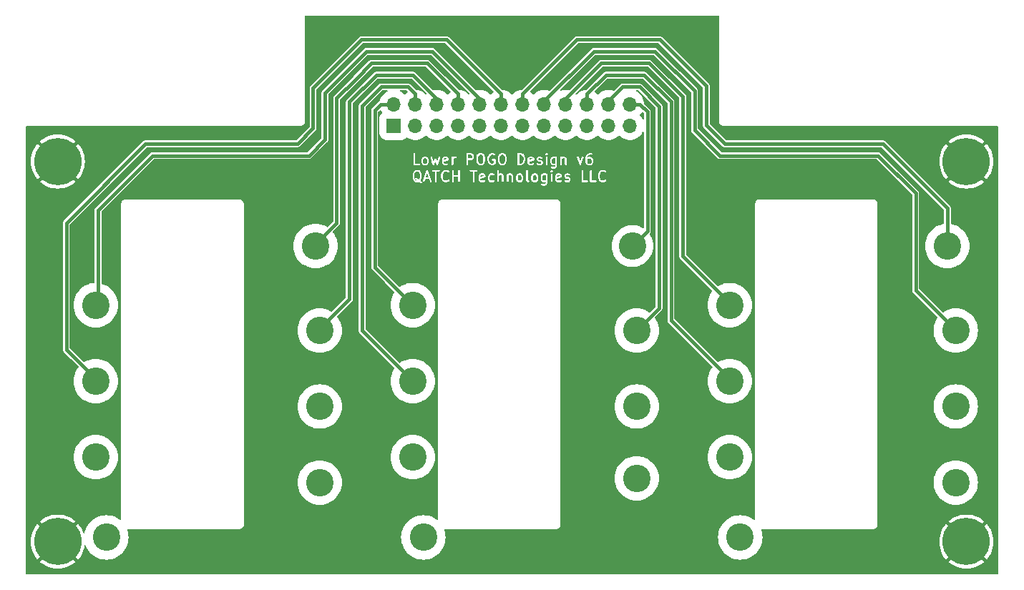
<source format=gbr>
%TF.GenerationSoftware,KiCad,Pcbnew,8.0.5*%
%TF.CreationDate,2024-09-30T14:26:46-04:00*%
%TF.ProjectId,LowerPOGO,4c6f7765-7250-44f4-974f-2e6b69636164,v4*%
%TF.SameCoordinates,Original*%
%TF.FileFunction,Copper,L1,Top*%
%TF.FilePolarity,Positive*%
%FSLAX46Y46*%
G04 Gerber Fmt 4.6, Leading zero omitted, Abs format (unit mm)*
G04 Created by KiCad (PCBNEW 8.0.5) date 2024-09-30 14:26:46*
%MOMM*%
%LPD*%
G01*
G04 APERTURE LIST*
%ADD10C,0.200000*%
%TA.AperFunction,ComponentPad*%
%ADD11C,3.250000*%
%TD*%
%TA.AperFunction,ComponentPad*%
%ADD12C,3.600000*%
%TD*%
%TA.AperFunction,ConnectorPad*%
%ADD13C,5.600000*%
%TD*%
%TA.AperFunction,ComponentPad*%
%ADD14R,1.700000X1.700000*%
%TD*%
%TA.AperFunction,ComponentPad*%
%ADD15O,1.700000X1.700000*%
%TD*%
%TA.AperFunction,Conductor*%
%ADD16C,0.400000*%
%TD*%
G04 APERTURE END LIST*
D10*
G36*
X150983959Y-111124617D02*
G01*
X150983959Y-111715296D01*
X150941304Y-111736623D01*
X150750423Y-111736623D01*
X150667003Y-111694913D01*
X150630431Y-111658341D01*
X150588721Y-111574921D01*
X150588721Y-111264993D01*
X150630431Y-111181572D01*
X150667003Y-111144999D01*
X150750424Y-111103290D01*
X150941304Y-111103290D01*
X150983959Y-111124617D01*
G37*
G36*
X135965199Y-110728332D02*
G01*
X136053185Y-110816320D01*
X136103006Y-111015600D01*
X136103006Y-111407646D01*
X136053185Y-111606926D01*
X136024434Y-111635677D01*
X135916574Y-111527817D01*
X135908907Y-111521525D01*
X135907175Y-111519528D01*
X135904163Y-111517632D01*
X135901420Y-111515381D01*
X135898981Y-111514370D01*
X135890585Y-111509086D01*
X135771538Y-111449561D01*
X135753229Y-111442555D01*
X135749645Y-111442300D01*
X135746325Y-111440925D01*
X135726816Y-111439004D01*
X135607768Y-111439004D01*
X135588259Y-111440925D01*
X135552211Y-111455857D01*
X135524621Y-111483447D01*
X135509689Y-111519495D01*
X135509689Y-111558513D01*
X135524621Y-111594561D01*
X135552211Y-111622151D01*
X135588259Y-111637083D01*
X135607768Y-111639004D01*
X135703208Y-111639004D01*
X135786626Y-111680713D01*
X135842536Y-111736623D01*
X135690899Y-111736623D01*
X135607478Y-111694913D01*
X135519493Y-111606927D01*
X135469673Y-111407647D01*
X135469673Y-111015600D01*
X135519493Y-110816319D01*
X135607479Y-110728333D01*
X135690900Y-110686623D01*
X135881780Y-110686623D01*
X135965199Y-110728332D01*
G37*
G36*
X143628471Y-111137349D02*
G01*
X143662531Y-111205467D01*
X143662531Y-111218928D01*
X143267293Y-111297976D01*
X143267293Y-111205469D01*
X143301352Y-111137349D01*
X143369471Y-111103290D01*
X143560352Y-111103290D01*
X143628471Y-111137349D01*
G37*
G36*
X148048532Y-111144999D02*
G01*
X148085106Y-111181572D01*
X148126817Y-111264991D01*
X148126817Y-111574920D01*
X148085107Y-111658340D01*
X148048532Y-111694914D01*
X147965114Y-111736623D01*
X147833757Y-111736623D01*
X147750337Y-111694913D01*
X147713765Y-111658341D01*
X147672055Y-111574921D01*
X147672055Y-111264993D01*
X147713765Y-111181572D01*
X147750337Y-111144999D01*
X147833758Y-111103290D01*
X147965114Y-111103290D01*
X148048532Y-111144999D01*
G37*
G36*
X149834246Y-111144999D02*
G01*
X149870820Y-111181572D01*
X149912531Y-111264991D01*
X149912531Y-111574920D01*
X149870821Y-111658340D01*
X149834246Y-111694914D01*
X149750828Y-111736623D01*
X149619471Y-111736623D01*
X149536051Y-111694913D01*
X149499479Y-111658341D01*
X149457769Y-111574921D01*
X149457769Y-111264993D01*
X149499479Y-111181572D01*
X149536051Y-111144999D01*
X149619472Y-111103290D01*
X149750828Y-111103290D01*
X149834246Y-111144999D01*
G37*
G36*
X152676089Y-111137349D02*
G01*
X152710149Y-111205467D01*
X152710149Y-111218928D01*
X152314911Y-111297976D01*
X152314911Y-111205469D01*
X152348970Y-111137349D01*
X152417089Y-111103290D01*
X152607970Y-111103290D01*
X152676089Y-111137349D01*
G37*
G36*
X137135692Y-111379480D02*
G01*
X136817939Y-111379480D01*
X136976815Y-110902850D01*
X137135692Y-111379480D01*
G37*
G36*
X152114913Y-109112187D02*
G01*
X152114913Y-109702866D01*
X152072258Y-109724193D01*
X151881377Y-109724193D01*
X151797957Y-109682483D01*
X151761385Y-109645911D01*
X151719675Y-109562491D01*
X151719675Y-109252563D01*
X151761385Y-109169142D01*
X151797957Y-109132569D01*
X151881378Y-109090860D01*
X152072258Y-109090860D01*
X152114913Y-109112187D01*
G37*
G36*
X136858055Y-109132569D02*
G01*
X136894629Y-109169142D01*
X136936340Y-109252561D01*
X136936340Y-109562490D01*
X136894630Y-109645910D01*
X136858055Y-109682484D01*
X136774637Y-109724193D01*
X136643280Y-109724193D01*
X136559860Y-109682483D01*
X136523288Y-109645911D01*
X136481578Y-109562491D01*
X136481578Y-109252563D01*
X136523288Y-109169142D01*
X136559860Y-109132569D01*
X136643281Y-109090860D01*
X136774637Y-109090860D01*
X136858055Y-109132569D01*
G37*
G36*
X139283232Y-109124919D02*
G01*
X139317292Y-109193037D01*
X139317292Y-109206498D01*
X138922054Y-109285546D01*
X138922054Y-109193039D01*
X138956113Y-109124919D01*
X139024232Y-109090860D01*
X139215113Y-109090860D01*
X139283232Y-109124919D01*
G37*
G36*
X143465200Y-108715902D02*
G01*
X143553186Y-108803890D01*
X143603007Y-109003170D01*
X143603007Y-109395216D01*
X143553186Y-109594496D01*
X143465200Y-109682483D01*
X143381781Y-109724193D01*
X143190900Y-109724193D01*
X143107479Y-109682483D01*
X143019494Y-109594497D01*
X142969674Y-109395217D01*
X142969674Y-109003170D01*
X143019494Y-108803889D01*
X143107480Y-108715903D01*
X143190901Y-108674193D01*
X143381781Y-108674193D01*
X143465200Y-108715902D01*
G37*
G36*
X146024724Y-108715902D02*
G01*
X146112710Y-108803890D01*
X146162531Y-109003170D01*
X146162531Y-109395216D01*
X146112710Y-109594496D01*
X146024724Y-109682483D01*
X145941305Y-109724193D01*
X145750424Y-109724193D01*
X145667003Y-109682483D01*
X145579018Y-109594497D01*
X145529198Y-109395217D01*
X145529198Y-109003170D01*
X145579018Y-108803889D01*
X145667004Y-108715903D01*
X145750425Y-108674193D01*
X145941305Y-108674193D01*
X146024724Y-108715902D01*
G37*
G36*
X148172797Y-108721119D02*
G01*
X148263678Y-108812000D01*
X148311036Y-108906715D01*
X148364912Y-109122218D01*
X148364912Y-109276168D01*
X148311036Y-109491670D01*
X148263678Y-109586387D01*
X148172797Y-109677267D01*
X148032020Y-109724193D01*
X147850627Y-109724193D01*
X147850627Y-108674193D01*
X148032019Y-108674193D01*
X148172797Y-108721119D01*
G37*
G36*
X149402281Y-109124919D02*
G01*
X149436341Y-109193037D01*
X149436341Y-109206498D01*
X149041103Y-109285546D01*
X149041103Y-109193039D01*
X149075162Y-109124919D01*
X149143281Y-109090860D01*
X149334162Y-109090860D01*
X149402281Y-109124919D01*
G37*
G36*
X156322344Y-109192094D02*
G01*
X156358916Y-109228666D01*
X156400626Y-109312085D01*
X156400626Y-109562491D01*
X156358916Y-109645910D01*
X156322342Y-109682484D01*
X156238924Y-109724193D01*
X156048043Y-109724193D01*
X155964623Y-109682483D01*
X155928051Y-109645911D01*
X155886341Y-109562491D01*
X155886341Y-109312086D01*
X155928050Y-109228668D01*
X155964624Y-109192093D01*
X156048044Y-109150384D01*
X156238924Y-109150384D01*
X156322344Y-109192094D01*
G37*
G36*
X142215200Y-108715902D02*
G01*
X142251772Y-108752475D01*
X142293483Y-108835896D01*
X142293483Y-108967252D01*
X142251773Y-109050671D01*
X142215199Y-109087246D01*
X142131781Y-109128955D01*
X141779198Y-109128955D01*
X141779198Y-108674193D01*
X142131781Y-108674193D01*
X142215200Y-108715902D01*
G37*
G36*
X158285213Y-112492179D02*
G01*
X135130784Y-112492179D01*
X135130784Y-111003290D01*
X135269673Y-111003290D01*
X135269673Y-111419957D01*
X135270008Y-111423359D01*
X135269791Y-111424818D01*
X135270870Y-111432115D01*
X135271594Y-111439466D01*
X135272158Y-111440829D01*
X135272659Y-111444211D01*
X135332183Y-111682306D01*
X135338778Y-111700766D01*
X135343203Y-111706738D01*
X135346049Y-111713609D01*
X135358486Y-111728762D01*
X135477533Y-111847811D01*
X135485202Y-111854105D01*
X135486933Y-111856100D01*
X135489940Y-111857993D01*
X135492687Y-111860247D01*
X135495126Y-111861257D01*
X135503523Y-111866543D01*
X135622571Y-111926066D01*
X135640880Y-111933072D01*
X135644462Y-111933326D01*
X135647783Y-111934702D01*
X135667292Y-111936623D01*
X135905387Y-111936623D01*
X135924896Y-111934702D01*
X135928216Y-111933326D01*
X135931799Y-111933072D01*
X135950108Y-111926066D01*
X136004688Y-111898775D01*
X136072771Y-111966858D01*
X136080437Y-111973149D01*
X136082170Y-111975147D01*
X136085181Y-111977042D01*
X136087925Y-111979294D01*
X136090362Y-111980303D01*
X136098761Y-111985590D01*
X136217809Y-112045114D01*
X136236117Y-112052120D01*
X136275037Y-112054886D01*
X136312053Y-112042547D01*
X136341530Y-112016983D01*
X136358979Y-111982084D01*
X136361745Y-111943164D01*
X136349406Y-111906148D01*
X136323842Y-111876671D01*
X136307252Y-111866228D01*
X136223028Y-111824116D01*
X136460934Y-111824116D01*
X136463700Y-111863036D01*
X136481150Y-111897934D01*
X136510626Y-111923500D01*
X136547642Y-111935838D01*
X136586562Y-111933072D01*
X136621460Y-111915622D01*
X136647026Y-111886146D01*
X136655017Y-111868246D01*
X136751272Y-111579480D01*
X137202359Y-111579480D01*
X137298614Y-111868245D01*
X137306605Y-111886146D01*
X137332170Y-111915622D01*
X137367069Y-111933071D01*
X137405989Y-111935838D01*
X137443005Y-111923499D01*
X137472481Y-111897934D01*
X137489931Y-111863035D01*
X137492697Y-111824115D01*
X137488350Y-111805000D01*
X137075722Y-110567114D01*
X137533499Y-110567114D01*
X137533499Y-110606132D01*
X137548431Y-110642180D01*
X137576021Y-110669770D01*
X137612069Y-110684702D01*
X137631578Y-110686623D01*
X137888721Y-110686623D01*
X137888721Y-111836623D01*
X137890642Y-111856132D01*
X137905574Y-111892180D01*
X137933164Y-111919770D01*
X137969212Y-111934702D01*
X138008230Y-111934702D01*
X138044278Y-111919770D01*
X138071868Y-111892180D01*
X138086800Y-111856132D01*
X138088721Y-111836623D01*
X138088721Y-111122338D01*
X138603007Y-111122338D01*
X138603007Y-111300909D01*
X138603342Y-111304311D01*
X138603125Y-111305770D01*
X138604204Y-111313067D01*
X138604928Y-111320418D01*
X138605492Y-111321781D01*
X138605993Y-111325163D01*
X138665517Y-111563258D01*
X138666030Y-111564696D01*
X138666082Y-111565416D01*
X138669185Y-111573526D01*
X138672112Y-111581718D01*
X138672542Y-111582298D01*
X138673088Y-111583725D01*
X138732611Y-111702773D01*
X138737896Y-111711169D01*
X138738907Y-111713609D01*
X138741160Y-111716355D01*
X138743054Y-111719363D01*
X138745048Y-111721093D01*
X138751343Y-111728763D01*
X138870391Y-111847810D01*
X138885544Y-111860247D01*
X138888863Y-111861621D01*
X138891579Y-111863977D01*
X138909480Y-111871968D01*
X139088050Y-111931491D01*
X139097721Y-111933690D01*
X139100164Y-111934702D01*
X139103702Y-111935050D01*
X139107166Y-111935838D01*
X139109799Y-111935650D01*
X139119673Y-111936623D01*
X139238721Y-111936623D01*
X139248594Y-111935650D01*
X139251228Y-111935838D01*
X139254690Y-111935050D01*
X139258230Y-111934702D01*
X139260672Y-111933690D01*
X139270343Y-111931491D01*
X139448914Y-111871968D01*
X139466815Y-111863977D01*
X139469530Y-111861621D01*
X139472849Y-111860247D01*
X139488003Y-111847811D01*
X139547527Y-111788286D01*
X139559964Y-111773133D01*
X139574895Y-111737085D01*
X139574895Y-111698067D01*
X139559964Y-111662018D01*
X139532374Y-111634428D01*
X139496325Y-111619497D01*
X139457307Y-111619497D01*
X139421259Y-111634428D01*
X139406106Y-111646865D01*
X139363272Y-111689697D01*
X139222495Y-111736623D01*
X139135899Y-111736623D01*
X138995120Y-111689697D01*
X138904239Y-111598815D01*
X138856882Y-111504099D01*
X138803007Y-111288599D01*
X138803007Y-111134647D01*
X138856882Y-110919146D01*
X138904239Y-110824431D01*
X138995120Y-110733549D01*
X139135899Y-110686623D01*
X139222494Y-110686623D01*
X139363272Y-110733549D01*
X139406106Y-110776382D01*
X139421259Y-110788819D01*
X139457307Y-110803750D01*
X139496325Y-110803750D01*
X139532374Y-110788819D01*
X139559964Y-110761229D01*
X139574895Y-110725180D01*
X139574895Y-110686162D01*
X139559964Y-110650114D01*
X139547527Y-110634961D01*
X139499190Y-110586623D01*
X139912531Y-110586623D01*
X139912531Y-111836623D01*
X139914452Y-111856132D01*
X139929384Y-111892180D01*
X139956974Y-111919770D01*
X139993022Y-111934702D01*
X140032040Y-111934702D01*
X140068088Y-111919770D01*
X140095678Y-111892180D01*
X140110610Y-111856132D01*
X140112531Y-111836623D01*
X140112531Y-111281861D01*
X140626816Y-111281861D01*
X140626816Y-111836623D01*
X140628737Y-111856132D01*
X140643669Y-111892180D01*
X140671259Y-111919770D01*
X140707307Y-111934702D01*
X140746325Y-111934702D01*
X140782373Y-111919770D01*
X140809963Y-111892180D01*
X140824895Y-111856132D01*
X140826816Y-111836623D01*
X140826816Y-110586623D01*
X140824895Y-110567114D01*
X141997785Y-110567114D01*
X141997785Y-110606132D01*
X142012717Y-110642180D01*
X142040307Y-110669770D01*
X142076355Y-110684702D01*
X142095864Y-110686623D01*
X142353007Y-110686623D01*
X142353007Y-111836623D01*
X142354928Y-111856132D01*
X142369860Y-111892180D01*
X142397450Y-111919770D01*
X142433498Y-111934702D01*
X142472516Y-111934702D01*
X142508564Y-111919770D01*
X142536154Y-111892180D01*
X142551086Y-111856132D01*
X142553007Y-111836623D01*
X142553007Y-111181861D01*
X143067293Y-111181861D01*
X143067293Y-111658052D01*
X143069214Y-111677561D01*
X143070589Y-111680881D01*
X143070844Y-111684465D01*
X143077850Y-111702773D01*
X143137374Y-111821822D01*
X143139428Y-111825086D01*
X143139941Y-111826623D01*
X143141600Y-111828536D01*
X143147817Y-111838412D01*
X143157292Y-111846629D01*
X143165506Y-111856100D01*
X143175377Y-111862313D01*
X143177294Y-111863976D01*
X143178832Y-111864489D01*
X143182096Y-111866543D01*
X143301143Y-111926066D01*
X143319451Y-111933072D01*
X143323034Y-111933326D01*
X143326355Y-111934702D01*
X143345864Y-111936623D01*
X143583959Y-111936623D01*
X143603468Y-111934702D01*
X143606788Y-111933326D01*
X143610371Y-111933072D01*
X143628680Y-111926066D01*
X143747728Y-111866543D01*
X143764318Y-111856100D01*
X143789883Y-111826624D01*
X143802221Y-111789608D01*
X143799456Y-111750688D01*
X143782007Y-111715789D01*
X143752530Y-111690224D01*
X143715515Y-111677885D01*
X143676595Y-111680651D01*
X143658286Y-111687657D01*
X143560352Y-111736623D01*
X143369471Y-111736623D01*
X143301352Y-111702564D01*
X143267293Y-111634445D01*
X143267293Y-111501937D01*
X143782038Y-111398988D01*
X143782040Y-111398988D01*
X143782041Y-111398987D01*
X143782143Y-111398967D01*
X143800896Y-111393257D01*
X143809036Y-111387805D01*
X143818088Y-111384056D01*
X143825087Y-111377056D01*
X143833316Y-111371546D01*
X143838751Y-111363392D01*
X143845678Y-111356466D01*
X143849466Y-111347319D01*
X143854959Y-111339081D01*
X143856860Y-111329470D01*
X143860610Y-111320418D01*
X143862531Y-111300909D01*
X143862531Y-111241385D01*
X144138722Y-111241385D01*
X144138722Y-111598528D01*
X144140643Y-111618037D01*
X144142018Y-111621357D01*
X144142273Y-111624941D01*
X144149279Y-111643249D01*
X144208803Y-111762298D01*
X144214087Y-111770692D01*
X144215098Y-111773133D01*
X144217352Y-111775879D01*
X144219246Y-111778888D01*
X144221242Y-111780619D01*
X144227535Y-111788286D01*
X144287058Y-111847810D01*
X144294727Y-111854104D01*
X144296458Y-111856100D01*
X144299463Y-111857991D01*
X144302211Y-111860247D01*
X144304652Y-111861258D01*
X144313048Y-111866543D01*
X144432096Y-111926066D01*
X144450405Y-111933072D01*
X144453987Y-111933326D01*
X144457308Y-111934702D01*
X144476817Y-111936623D01*
X144714912Y-111936623D01*
X144734421Y-111934702D01*
X144737741Y-111933326D01*
X144741324Y-111933072D01*
X144759633Y-111926066D01*
X144878681Y-111866543D01*
X144895271Y-111856100D01*
X144920836Y-111826624D01*
X144933174Y-111789608D01*
X144930409Y-111750688D01*
X144912960Y-111715789D01*
X144883483Y-111690224D01*
X144846468Y-111677885D01*
X144807548Y-111680651D01*
X144789239Y-111687657D01*
X144691305Y-111736623D01*
X144500424Y-111736623D01*
X144417004Y-111694913D01*
X144380432Y-111658341D01*
X144338722Y-111574921D01*
X144338722Y-111264993D01*
X144380432Y-111181572D01*
X144417004Y-111144999D01*
X144500425Y-111103290D01*
X144691305Y-111103290D01*
X144789239Y-111152257D01*
X144807547Y-111159263D01*
X144846467Y-111162029D01*
X144883483Y-111149690D01*
X144912960Y-111124126D01*
X144930409Y-111089227D01*
X144933175Y-111050307D01*
X144920836Y-111013291D01*
X144895272Y-110983814D01*
X144878682Y-110973371D01*
X144759633Y-110913847D01*
X144741325Y-110906841D01*
X144737741Y-110906586D01*
X144734421Y-110905211D01*
X144714912Y-110903290D01*
X144476817Y-110903290D01*
X144457308Y-110905211D01*
X144453987Y-110906586D01*
X144450404Y-110906841D01*
X144432096Y-110913847D01*
X144313048Y-110973371D01*
X144304651Y-110978656D01*
X144302211Y-110979667D01*
X144299465Y-110981920D01*
X144296457Y-110983814D01*
X144294724Y-110985811D01*
X144287058Y-110992104D01*
X144227535Y-111051628D01*
X144221242Y-111059294D01*
X144219246Y-111061026D01*
X144217353Y-111064033D01*
X144215098Y-111066781D01*
X144214086Y-111069223D01*
X144208804Y-111077616D01*
X144149279Y-111196663D01*
X144142273Y-111214972D01*
X144142018Y-111218555D01*
X144140643Y-111221876D01*
X144138722Y-111241385D01*
X143862531Y-111241385D01*
X143862531Y-111181861D01*
X143860610Y-111162352D01*
X143859234Y-111159031D01*
X143858980Y-111155448D01*
X143851974Y-111137140D01*
X143792450Y-111018092D01*
X143790395Y-111014827D01*
X143789883Y-111013291D01*
X143788223Y-111011376D01*
X143782007Y-111001502D01*
X143772534Y-110993286D01*
X143764319Y-110983814D01*
X143754444Y-110977597D01*
X143752530Y-110975938D01*
X143750993Y-110975425D01*
X143747729Y-110973371D01*
X143628680Y-110913847D01*
X143610372Y-110906841D01*
X143606788Y-110906586D01*
X143603468Y-110905211D01*
X143583959Y-110903290D01*
X143345864Y-110903290D01*
X143326355Y-110905211D01*
X143323034Y-110906586D01*
X143319451Y-110906841D01*
X143301143Y-110913847D01*
X143182095Y-110973371D01*
X143178830Y-110975425D01*
X143177294Y-110975938D01*
X143175379Y-110977597D01*
X143165505Y-110983814D01*
X143157289Y-110993286D01*
X143147817Y-111001502D01*
X143141603Y-111011374D01*
X143139941Y-111013291D01*
X143139427Y-111014830D01*
X143137375Y-111018092D01*
X143077850Y-111137139D01*
X143070844Y-111155448D01*
X143070589Y-111159031D01*
X143069214Y-111162352D01*
X143067293Y-111181861D01*
X142553007Y-111181861D01*
X142553007Y-110686623D01*
X142810150Y-110686623D01*
X142829659Y-110684702D01*
X142865707Y-110669770D01*
X142893297Y-110642180D01*
X142908229Y-110606132D01*
X142908229Y-110586623D01*
X145269675Y-110586623D01*
X145269675Y-111836623D01*
X145271596Y-111856132D01*
X145286528Y-111892180D01*
X145314118Y-111919770D01*
X145350166Y-111934702D01*
X145389184Y-111934702D01*
X145425232Y-111919770D01*
X145452822Y-111892180D01*
X145467754Y-111856132D01*
X145469675Y-111836623D01*
X145469675Y-111163758D01*
X145488433Y-111144999D01*
X145571854Y-111103290D01*
X145703210Y-111103290D01*
X145771329Y-111137349D01*
X145805389Y-111205467D01*
X145805389Y-111836623D01*
X145807310Y-111856132D01*
X145822242Y-111892180D01*
X145849832Y-111919770D01*
X145885880Y-111934702D01*
X145924898Y-111934702D01*
X145960946Y-111919770D01*
X145988536Y-111892180D01*
X146003468Y-111856132D01*
X146005389Y-111836623D01*
X146005389Y-111181861D01*
X146003468Y-111162352D01*
X146002092Y-111159031D01*
X146001838Y-111155448D01*
X145994832Y-111137140D01*
X145935308Y-111018092D01*
X145933253Y-111014827D01*
X145932741Y-111013291D01*
X145931081Y-111011376D01*
X145925991Y-111003290D01*
X146400627Y-111003290D01*
X146400627Y-111836623D01*
X146402548Y-111856132D01*
X146417480Y-111892180D01*
X146445070Y-111919770D01*
X146481118Y-111934702D01*
X146520136Y-111934702D01*
X146556184Y-111919770D01*
X146583774Y-111892180D01*
X146598706Y-111856132D01*
X146600627Y-111836623D01*
X146600627Y-111163758D01*
X146619385Y-111144999D01*
X146702806Y-111103290D01*
X146834162Y-111103290D01*
X146902281Y-111137349D01*
X146936341Y-111205467D01*
X146936341Y-111836623D01*
X146938262Y-111856132D01*
X146953194Y-111892180D01*
X146980784Y-111919770D01*
X147016832Y-111934702D01*
X147055850Y-111934702D01*
X147091898Y-111919770D01*
X147119488Y-111892180D01*
X147134420Y-111856132D01*
X147136341Y-111836623D01*
X147136341Y-111241385D01*
X147472055Y-111241385D01*
X147472055Y-111598528D01*
X147473976Y-111618037D01*
X147475351Y-111621357D01*
X147475606Y-111624941D01*
X147482612Y-111643249D01*
X147542136Y-111762298D01*
X147547420Y-111770692D01*
X147548431Y-111773133D01*
X147550685Y-111775879D01*
X147552579Y-111778888D01*
X147554575Y-111780619D01*
X147560868Y-111788286D01*
X147620391Y-111847810D01*
X147628060Y-111854104D01*
X147629791Y-111856100D01*
X147632796Y-111857991D01*
X147635544Y-111860247D01*
X147637985Y-111861258D01*
X147646381Y-111866543D01*
X147765429Y-111926066D01*
X147783738Y-111933072D01*
X147787320Y-111933326D01*
X147790641Y-111934702D01*
X147810150Y-111936623D01*
X147988721Y-111936623D01*
X148008230Y-111934702D01*
X148011550Y-111933326D01*
X148015133Y-111933072D01*
X148033442Y-111926066D01*
X148152490Y-111866543D01*
X148160886Y-111861257D01*
X148163326Y-111860247D01*
X148166072Y-111857993D01*
X148169080Y-111856100D01*
X148170810Y-111854105D01*
X148178480Y-111847811D01*
X148238004Y-111788286D01*
X148244296Y-111780619D01*
X148246293Y-111778888D01*
X148248186Y-111775880D01*
X148250441Y-111773133D01*
X148251452Y-111770691D01*
X148256736Y-111762297D01*
X148316260Y-111643249D01*
X148323266Y-111624941D01*
X148323520Y-111621357D01*
X148324896Y-111618037D01*
X148326817Y-111598528D01*
X148326817Y-111241385D01*
X148324896Y-111221876D01*
X148323520Y-111218555D01*
X148323266Y-111214972D01*
X148316260Y-111196664D01*
X148256736Y-111077616D01*
X148251451Y-111069221D01*
X148250441Y-111066781D01*
X148248186Y-111064034D01*
X148246293Y-111061026D01*
X148244296Y-111059294D01*
X148238004Y-111051628D01*
X148178480Y-110992103D01*
X148170813Y-110985811D01*
X148169081Y-110983814D01*
X148166069Y-110981918D01*
X148163326Y-110979667D01*
X148160889Y-110978657D01*
X148152491Y-110973371D01*
X148033442Y-110913847D01*
X148015134Y-110906841D01*
X148011550Y-110906586D01*
X148008230Y-110905211D01*
X147988721Y-110903290D01*
X147810150Y-110903290D01*
X147790641Y-110905211D01*
X147787320Y-110906586D01*
X147783737Y-110906841D01*
X147765429Y-110913847D01*
X147646381Y-110973371D01*
X147637984Y-110978656D01*
X147635544Y-110979667D01*
X147632798Y-110981920D01*
X147629790Y-110983814D01*
X147628057Y-110985811D01*
X147620391Y-110992104D01*
X147560868Y-111051628D01*
X147554575Y-111059294D01*
X147552579Y-111061026D01*
X147550686Y-111064033D01*
X147548431Y-111066781D01*
X147547419Y-111069223D01*
X147542137Y-111077616D01*
X147482612Y-111196663D01*
X147475606Y-111214972D01*
X147475351Y-111218555D01*
X147473976Y-111221876D01*
X147472055Y-111241385D01*
X147136341Y-111241385D01*
X147136341Y-111181861D01*
X147134420Y-111162352D01*
X147133044Y-111159031D01*
X147132790Y-111155448D01*
X147125784Y-111137140D01*
X147066260Y-111018092D01*
X147064205Y-111014827D01*
X147063693Y-111013291D01*
X147062033Y-111011376D01*
X147055817Y-111001502D01*
X147046344Y-110993286D01*
X147038129Y-110983814D01*
X147028254Y-110977597D01*
X147026340Y-110975938D01*
X147024803Y-110975425D01*
X147021539Y-110973371D01*
X146902490Y-110913847D01*
X146884182Y-110906841D01*
X146880598Y-110906586D01*
X146877278Y-110905211D01*
X146857769Y-110903290D01*
X146679198Y-110903290D01*
X146659689Y-110905211D01*
X146656368Y-110906586D01*
X146652785Y-110906841D01*
X146634477Y-110913847D01*
X146578084Y-110942043D01*
X146556184Y-110920143D01*
X146520136Y-110905211D01*
X146481118Y-110905211D01*
X146445070Y-110920143D01*
X146417480Y-110947733D01*
X146402548Y-110983781D01*
X146400627Y-111003290D01*
X145925991Y-111003290D01*
X145924865Y-111001502D01*
X145915392Y-110993286D01*
X145907177Y-110983814D01*
X145897302Y-110977597D01*
X145895388Y-110975938D01*
X145893851Y-110975425D01*
X145890587Y-110973371D01*
X145771538Y-110913847D01*
X145753230Y-110906841D01*
X145749646Y-110906586D01*
X145746326Y-110905211D01*
X145726817Y-110903290D01*
X145548246Y-110903290D01*
X145528737Y-110905211D01*
X145525416Y-110906586D01*
X145521833Y-110906841D01*
X145503525Y-110913847D01*
X145469675Y-110930772D01*
X145469675Y-110586623D01*
X148662531Y-110586623D01*
X148662531Y-111658052D01*
X148664452Y-111677561D01*
X148665827Y-111680881D01*
X148666082Y-111684464D01*
X148673088Y-111702773D01*
X148732611Y-111821821D01*
X148734664Y-111825082D01*
X148735178Y-111826624D01*
X148736842Y-111828542D01*
X148743054Y-111838411D01*
X148752526Y-111846627D01*
X148760743Y-111856100D01*
X148770611Y-111862311D01*
X148772530Y-111863976D01*
X148774070Y-111864489D01*
X148777333Y-111866543D01*
X148896381Y-111926066D01*
X148914690Y-111933072D01*
X148953610Y-111935838D01*
X148990625Y-111923499D01*
X149020102Y-111897934D01*
X149037551Y-111863035D01*
X149040316Y-111824115D01*
X149027978Y-111787099D01*
X149002413Y-111757623D01*
X148985823Y-111747180D01*
X148896589Y-111702564D01*
X148862531Y-111634445D01*
X148862531Y-111241385D01*
X149257769Y-111241385D01*
X149257769Y-111598528D01*
X149259690Y-111618037D01*
X149261065Y-111621357D01*
X149261320Y-111624941D01*
X149268326Y-111643249D01*
X149327850Y-111762298D01*
X149333134Y-111770692D01*
X149334145Y-111773133D01*
X149336399Y-111775879D01*
X149338293Y-111778888D01*
X149340289Y-111780619D01*
X149346582Y-111788286D01*
X149406105Y-111847810D01*
X149413774Y-111854104D01*
X149415505Y-111856100D01*
X149418510Y-111857991D01*
X149421258Y-111860247D01*
X149423699Y-111861258D01*
X149432095Y-111866543D01*
X149551143Y-111926066D01*
X149569452Y-111933072D01*
X149573034Y-111933326D01*
X149576355Y-111934702D01*
X149595864Y-111936623D01*
X149774435Y-111936623D01*
X149793944Y-111934702D01*
X149797264Y-111933326D01*
X149800847Y-111933072D01*
X149819156Y-111926066D01*
X149938204Y-111866543D01*
X149946600Y-111861257D01*
X149949040Y-111860247D01*
X149951786Y-111857993D01*
X149954794Y-111856100D01*
X149956524Y-111854105D01*
X149964194Y-111847811D01*
X150023718Y-111788286D01*
X150030010Y-111780619D01*
X150032007Y-111778888D01*
X150033900Y-111775880D01*
X150036155Y-111773133D01*
X150037166Y-111770691D01*
X150042450Y-111762297D01*
X150101974Y-111643249D01*
X150108980Y-111624941D01*
X150109234Y-111621357D01*
X150110610Y-111618037D01*
X150112531Y-111598528D01*
X150112531Y-111241385D01*
X150388721Y-111241385D01*
X150388721Y-111598528D01*
X150390642Y-111618037D01*
X150392017Y-111621357D01*
X150392272Y-111624941D01*
X150399278Y-111643249D01*
X150458802Y-111762298D01*
X150464086Y-111770692D01*
X150465097Y-111773133D01*
X150467351Y-111775879D01*
X150469245Y-111778888D01*
X150471241Y-111780619D01*
X150477534Y-111788286D01*
X150537057Y-111847810D01*
X150544726Y-111854104D01*
X150546457Y-111856100D01*
X150549462Y-111857991D01*
X150552210Y-111860247D01*
X150554651Y-111861258D01*
X150563047Y-111866543D01*
X150682095Y-111926066D01*
X150700404Y-111933072D01*
X150703986Y-111933326D01*
X150707307Y-111934702D01*
X150726816Y-111936623D01*
X150964911Y-111936623D01*
X150983959Y-111934747D01*
X150983959Y-111991588D01*
X150942248Y-112075007D01*
X150905674Y-112111580D01*
X150822256Y-112153290D01*
X150690899Y-112153290D01*
X150592967Y-112104323D01*
X150574658Y-112097317D01*
X150535738Y-112094551D01*
X150498722Y-112106890D01*
X150469245Y-112132454D01*
X150451796Y-112167353D01*
X150449030Y-112206273D01*
X150461369Y-112243289D01*
X150486933Y-112272766D01*
X150503523Y-112283209D01*
X150622571Y-112342733D01*
X150640879Y-112349739D01*
X150644462Y-112349993D01*
X150647783Y-112351369D01*
X150667292Y-112353290D01*
X150845864Y-112353290D01*
X150865373Y-112351369D01*
X150868693Y-112349993D01*
X150872277Y-112349739D01*
X150890586Y-112342733D01*
X151009633Y-112283208D01*
X151018029Y-112277923D01*
X151020468Y-112276913D01*
X151023211Y-112274661D01*
X151026223Y-112272766D01*
X151027955Y-112270768D01*
X151035622Y-112264477D01*
X151095146Y-112204952D01*
X151101438Y-112197285D01*
X151103435Y-112195554D01*
X151105328Y-112192545D01*
X151107583Y-112189799D01*
X151108593Y-112187358D01*
X151113878Y-112178964D01*
X151173402Y-112059916D01*
X151180408Y-112041608D01*
X151180662Y-112038024D01*
X151182038Y-112034704D01*
X151183959Y-112015195D01*
X151183959Y-111003290D01*
X151579197Y-111003290D01*
X151579197Y-111836623D01*
X151581118Y-111856132D01*
X151596050Y-111892180D01*
X151623640Y-111919770D01*
X151659688Y-111934702D01*
X151698706Y-111934702D01*
X151734754Y-111919770D01*
X151762344Y-111892180D01*
X151777276Y-111856132D01*
X151779197Y-111836623D01*
X151779197Y-111181861D01*
X152114911Y-111181861D01*
X152114911Y-111658052D01*
X152116832Y-111677561D01*
X152118207Y-111680881D01*
X152118462Y-111684465D01*
X152125468Y-111702773D01*
X152184992Y-111821822D01*
X152187046Y-111825086D01*
X152187559Y-111826623D01*
X152189218Y-111828536D01*
X152195435Y-111838412D01*
X152204910Y-111846629D01*
X152213124Y-111856100D01*
X152222995Y-111862313D01*
X152224912Y-111863976D01*
X152226450Y-111864489D01*
X152229714Y-111866543D01*
X152348761Y-111926066D01*
X152367069Y-111933072D01*
X152370652Y-111933326D01*
X152373973Y-111934702D01*
X152393482Y-111936623D01*
X152631577Y-111936623D01*
X152651086Y-111934702D01*
X152654406Y-111933326D01*
X152657989Y-111933072D01*
X152676298Y-111926066D01*
X152795346Y-111866543D01*
X152811936Y-111856100D01*
X152837501Y-111826624D01*
X152849839Y-111789608D01*
X152847074Y-111750688D01*
X152829625Y-111715789D01*
X152800148Y-111690224D01*
X152763133Y-111677885D01*
X152724213Y-111680651D01*
X152705904Y-111687657D01*
X152607970Y-111736623D01*
X152417089Y-111736623D01*
X152348970Y-111702564D01*
X152314911Y-111634445D01*
X152314911Y-111501937D01*
X152829656Y-111398988D01*
X152829658Y-111398988D01*
X152829659Y-111398987D01*
X152829761Y-111398967D01*
X152848514Y-111393257D01*
X152856654Y-111387805D01*
X152865706Y-111384056D01*
X152872705Y-111377056D01*
X152880934Y-111371546D01*
X152886369Y-111363392D01*
X152893296Y-111356466D01*
X152897084Y-111347319D01*
X152902577Y-111339081D01*
X152904478Y-111329470D01*
X152908228Y-111320418D01*
X152910149Y-111300909D01*
X152910149Y-111181861D01*
X153186340Y-111181861D01*
X153186340Y-111241385D01*
X153188261Y-111260894D01*
X153189636Y-111264214D01*
X153189891Y-111267798D01*
X153196897Y-111286106D01*
X153256421Y-111405155D01*
X153258475Y-111408419D01*
X153258988Y-111409956D01*
X153260647Y-111411870D01*
X153266864Y-111421745D01*
X153276336Y-111429960D01*
X153284552Y-111439433D01*
X153294426Y-111445649D01*
X153296341Y-111447309D01*
X153297877Y-111447821D01*
X153301142Y-111449876D01*
X153420190Y-111509400D01*
X153438498Y-111516406D01*
X153442081Y-111516660D01*
X153445402Y-111518036D01*
X153464911Y-111519957D01*
X153619876Y-111519957D01*
X153687994Y-111554015D01*
X153722054Y-111622135D01*
X153722054Y-111634444D01*
X153687994Y-111702564D01*
X153619876Y-111736623D01*
X153428994Y-111736623D01*
X153331061Y-111687657D01*
X153312753Y-111680651D01*
X153273832Y-111677885D01*
X153236817Y-111690224D01*
X153207340Y-111715789D01*
X153189891Y-111750687D01*
X153187125Y-111789608D01*
X153199464Y-111826623D01*
X153225029Y-111856100D01*
X153241619Y-111866543D01*
X153360666Y-111926066D01*
X153378974Y-111933072D01*
X153382557Y-111933326D01*
X153385878Y-111934702D01*
X153405387Y-111936623D01*
X153643483Y-111936623D01*
X153662992Y-111934702D01*
X153666312Y-111933326D01*
X153669896Y-111933072D01*
X153688204Y-111926066D01*
X153807251Y-111866543D01*
X153810514Y-111864489D01*
X153812053Y-111863976D01*
X153813969Y-111862313D01*
X153823841Y-111856100D01*
X153832055Y-111846628D01*
X153841530Y-111838412D01*
X153847742Y-111828541D01*
X153849406Y-111826624D01*
X153849919Y-111825083D01*
X153851973Y-111821821D01*
X153911497Y-111702773D01*
X153918503Y-111684465D01*
X153918757Y-111680881D01*
X153920133Y-111677561D01*
X153922054Y-111658052D01*
X153922054Y-111598528D01*
X153920133Y-111579019D01*
X153918757Y-111575698D01*
X153918503Y-111572115D01*
X153911497Y-111553807D01*
X153851973Y-111434759D01*
X153849919Y-111431496D01*
X153849406Y-111429956D01*
X153847742Y-111428038D01*
X153841530Y-111418168D01*
X153832055Y-111409951D01*
X153823841Y-111400480D01*
X153813969Y-111394266D01*
X153812053Y-111392604D01*
X153810514Y-111392090D01*
X153807251Y-111390037D01*
X153688204Y-111330514D01*
X153669896Y-111323508D01*
X153666312Y-111323253D01*
X153662992Y-111321878D01*
X153643483Y-111319957D01*
X153488518Y-111319957D01*
X153420399Y-111285897D01*
X153386340Y-111217778D01*
X153386340Y-111205469D01*
X153420399Y-111137349D01*
X153488518Y-111103290D01*
X153619875Y-111103290D01*
X153717809Y-111152257D01*
X153736117Y-111159263D01*
X153775037Y-111162029D01*
X153812053Y-111149690D01*
X153841530Y-111124126D01*
X153858979Y-111089227D01*
X153861745Y-111050307D01*
X153849406Y-111013291D01*
X153823842Y-110983814D01*
X153807252Y-110973372D01*
X153688205Y-110913847D01*
X153669896Y-110906841D01*
X153666312Y-110906586D01*
X153662992Y-110905211D01*
X153643483Y-110903290D01*
X153464911Y-110903290D01*
X153445402Y-110905211D01*
X153442081Y-110906586D01*
X153438498Y-110906841D01*
X153420190Y-110913847D01*
X153301142Y-110973371D01*
X153297877Y-110975425D01*
X153296341Y-110975938D01*
X153294426Y-110977597D01*
X153284552Y-110983814D01*
X153276336Y-110993286D01*
X153266864Y-111001502D01*
X153260650Y-111011374D01*
X153258988Y-111013291D01*
X153258474Y-111014830D01*
X153256422Y-111018092D01*
X153196897Y-111137139D01*
X153189891Y-111155448D01*
X153189636Y-111159031D01*
X153188261Y-111162352D01*
X153186340Y-111181861D01*
X152910149Y-111181861D01*
X152908228Y-111162352D01*
X152906852Y-111159031D01*
X152906598Y-111155448D01*
X152899592Y-111137140D01*
X152840068Y-111018092D01*
X152838013Y-111014827D01*
X152837501Y-111013291D01*
X152835841Y-111011376D01*
X152829625Y-111001502D01*
X152820152Y-110993286D01*
X152811937Y-110983814D01*
X152802062Y-110977597D01*
X152800148Y-110975938D01*
X152798611Y-110975425D01*
X152795347Y-110973371D01*
X152676298Y-110913847D01*
X152657990Y-110906841D01*
X152654406Y-110906586D01*
X152651086Y-110905211D01*
X152631577Y-110903290D01*
X152393482Y-110903290D01*
X152373973Y-110905211D01*
X152370652Y-110906586D01*
X152367069Y-110906841D01*
X152348761Y-110913847D01*
X152229713Y-110973371D01*
X152226448Y-110975425D01*
X152224912Y-110975938D01*
X152222997Y-110977597D01*
X152213123Y-110983814D01*
X152204907Y-110993286D01*
X152195435Y-111001502D01*
X152189221Y-111011374D01*
X152187559Y-111013291D01*
X152187045Y-111014830D01*
X152184993Y-111018092D01*
X152125468Y-111137139D01*
X152118462Y-111155448D01*
X152118207Y-111159031D01*
X152116832Y-111162352D01*
X152114911Y-111181861D01*
X151779197Y-111181861D01*
X151779197Y-111003290D01*
X151777276Y-110983781D01*
X151762344Y-110947733D01*
X151734754Y-110920143D01*
X151698706Y-110905211D01*
X151659688Y-110905211D01*
X151623640Y-110920143D01*
X151596050Y-110947733D01*
X151581118Y-110983781D01*
X151579197Y-111003290D01*
X151183959Y-111003290D01*
X151182038Y-110983781D01*
X151167106Y-110947733D01*
X151139516Y-110920143D01*
X151103468Y-110905211D01*
X151064450Y-110905211D01*
X151028402Y-110920143D01*
X151026342Y-110922202D01*
X151009632Y-110913847D01*
X150991324Y-110906841D01*
X150987740Y-110906586D01*
X150984420Y-110905211D01*
X150964911Y-110903290D01*
X150726816Y-110903290D01*
X150707307Y-110905211D01*
X150703986Y-110906586D01*
X150700403Y-110906841D01*
X150682095Y-110913847D01*
X150563047Y-110973371D01*
X150554650Y-110978656D01*
X150552210Y-110979667D01*
X150549464Y-110981920D01*
X150546456Y-110983814D01*
X150544723Y-110985811D01*
X150537057Y-110992104D01*
X150477534Y-111051628D01*
X150471241Y-111059294D01*
X150469245Y-111061026D01*
X150467352Y-111064033D01*
X150465097Y-111066781D01*
X150464085Y-111069223D01*
X150458803Y-111077616D01*
X150399278Y-111196663D01*
X150392272Y-111214972D01*
X150392017Y-111218555D01*
X150390642Y-111221876D01*
X150388721Y-111241385D01*
X150112531Y-111241385D01*
X150110610Y-111221876D01*
X150109234Y-111218555D01*
X150108980Y-111214972D01*
X150101974Y-111196664D01*
X150042450Y-111077616D01*
X150037165Y-111069221D01*
X150036155Y-111066781D01*
X150033900Y-111064034D01*
X150032007Y-111061026D01*
X150030010Y-111059294D01*
X150023718Y-111051628D01*
X149964194Y-110992103D01*
X149956527Y-110985811D01*
X149954795Y-110983814D01*
X149951783Y-110981918D01*
X149949040Y-110979667D01*
X149946603Y-110978657D01*
X149938205Y-110973371D01*
X149819156Y-110913847D01*
X149800848Y-110906841D01*
X149797264Y-110906586D01*
X149793944Y-110905211D01*
X149774435Y-110903290D01*
X149595864Y-110903290D01*
X149576355Y-110905211D01*
X149573034Y-110906586D01*
X149569451Y-110906841D01*
X149551143Y-110913847D01*
X149432095Y-110973371D01*
X149423698Y-110978656D01*
X149421258Y-110979667D01*
X149418512Y-110981920D01*
X149415504Y-110983814D01*
X149413771Y-110985811D01*
X149406105Y-110992104D01*
X149346582Y-111051628D01*
X149340289Y-111059294D01*
X149338293Y-111061026D01*
X149336400Y-111064033D01*
X149334145Y-111066781D01*
X149333133Y-111069223D01*
X149327851Y-111077616D01*
X149268326Y-111196663D01*
X149261320Y-111214972D01*
X149261065Y-111218555D01*
X149259690Y-111221876D01*
X149257769Y-111241385D01*
X148862531Y-111241385D01*
X148862531Y-110626638D01*
X151521594Y-110626638D01*
X151521594Y-110665656D01*
X151536526Y-110701704D01*
X151548962Y-110716858D01*
X151608487Y-110776382D01*
X151623640Y-110788819D01*
X151659688Y-110803750D01*
X151659689Y-110803750D01*
X151698706Y-110803750D01*
X151734755Y-110788819D01*
X151734760Y-110788813D01*
X151749908Y-110776381D01*
X151809431Y-110716857D01*
X151821868Y-110701704D01*
X151836799Y-110665655D01*
X151836798Y-110646147D01*
X151836799Y-110626639D01*
X151821868Y-110590590D01*
X151818612Y-110586623D01*
X155210150Y-110586623D01*
X155210150Y-111836623D01*
X155212071Y-111856132D01*
X155227003Y-111892180D01*
X155254593Y-111919770D01*
X155290641Y-111934702D01*
X155310150Y-111936623D01*
X155905388Y-111936623D01*
X155924897Y-111934702D01*
X155960945Y-111919770D01*
X155988535Y-111892180D01*
X156003467Y-111856132D01*
X156003467Y-111817114D01*
X155988535Y-111781066D01*
X155960945Y-111753476D01*
X155924897Y-111738544D01*
X155905388Y-111736623D01*
X155410150Y-111736623D01*
X155410150Y-110586623D01*
X156222055Y-110586623D01*
X156222055Y-111836623D01*
X156223976Y-111856132D01*
X156238908Y-111892180D01*
X156266498Y-111919770D01*
X156302546Y-111934702D01*
X156322055Y-111936623D01*
X156917293Y-111936623D01*
X156936802Y-111934702D01*
X156972850Y-111919770D01*
X157000440Y-111892180D01*
X157015372Y-111856132D01*
X157015372Y-111817114D01*
X157000440Y-111781066D01*
X156972850Y-111753476D01*
X156936802Y-111738544D01*
X156917293Y-111736623D01*
X156422055Y-111736623D01*
X156422055Y-111122338D01*
X157174436Y-111122338D01*
X157174436Y-111300909D01*
X157174771Y-111304311D01*
X157174554Y-111305770D01*
X157175633Y-111313067D01*
X157176357Y-111320418D01*
X157176921Y-111321781D01*
X157177422Y-111325163D01*
X157236946Y-111563258D01*
X157237459Y-111564696D01*
X157237511Y-111565416D01*
X157240614Y-111573526D01*
X157243541Y-111581718D01*
X157243971Y-111582298D01*
X157244517Y-111583725D01*
X157304040Y-111702773D01*
X157309325Y-111711169D01*
X157310336Y-111713609D01*
X157312589Y-111716355D01*
X157314483Y-111719363D01*
X157316477Y-111721093D01*
X157322772Y-111728763D01*
X157441820Y-111847810D01*
X157456973Y-111860247D01*
X157460292Y-111861621D01*
X157463008Y-111863977D01*
X157480909Y-111871968D01*
X157659479Y-111931491D01*
X157669150Y-111933690D01*
X157671593Y-111934702D01*
X157675131Y-111935050D01*
X157678595Y-111935838D01*
X157681228Y-111935650D01*
X157691102Y-111936623D01*
X157810150Y-111936623D01*
X157820023Y-111935650D01*
X157822657Y-111935838D01*
X157826119Y-111935050D01*
X157829659Y-111934702D01*
X157832101Y-111933690D01*
X157841772Y-111931491D01*
X158020343Y-111871968D01*
X158038244Y-111863977D01*
X158040959Y-111861621D01*
X158044278Y-111860247D01*
X158059432Y-111847811D01*
X158118956Y-111788286D01*
X158131393Y-111773133D01*
X158146324Y-111737085D01*
X158146324Y-111698067D01*
X158131393Y-111662018D01*
X158103803Y-111634428D01*
X158067754Y-111619497D01*
X158028736Y-111619497D01*
X157992688Y-111634428D01*
X157977535Y-111646865D01*
X157934701Y-111689697D01*
X157793924Y-111736623D01*
X157707328Y-111736623D01*
X157566549Y-111689697D01*
X157475668Y-111598815D01*
X157428311Y-111504099D01*
X157374436Y-111288599D01*
X157374436Y-111134647D01*
X157428311Y-110919146D01*
X157475668Y-110824431D01*
X157566549Y-110733549D01*
X157707328Y-110686623D01*
X157793923Y-110686623D01*
X157934701Y-110733549D01*
X157977535Y-110776382D01*
X157992688Y-110788819D01*
X158028736Y-110803750D01*
X158067754Y-110803750D01*
X158103803Y-110788819D01*
X158131393Y-110761229D01*
X158146324Y-110725180D01*
X158146324Y-110686162D01*
X158131393Y-110650114D01*
X158118956Y-110634961D01*
X158059432Y-110575436D01*
X158044278Y-110563000D01*
X158040959Y-110561625D01*
X158038244Y-110559270D01*
X158020343Y-110551279D01*
X157841773Y-110491755D01*
X157832100Y-110489555D01*
X157829659Y-110488544D01*
X157826121Y-110488195D01*
X157822658Y-110487408D01*
X157820023Y-110487595D01*
X157810150Y-110486623D01*
X157691102Y-110486623D01*
X157681228Y-110487595D01*
X157678594Y-110487408D01*
X157675130Y-110488195D01*
X157671593Y-110488544D01*
X157669151Y-110489555D01*
X157659479Y-110491755D01*
X157480908Y-110551279D01*
X157463008Y-110559270D01*
X157460292Y-110561624D01*
X157456973Y-110563000D01*
X157441820Y-110575437D01*
X157322772Y-110694484D01*
X157316477Y-110702153D01*
X157314483Y-110703884D01*
X157312589Y-110706891D01*
X157310336Y-110709638D01*
X157309325Y-110712077D01*
X157304040Y-110720474D01*
X157244517Y-110839521D01*
X157243971Y-110840947D01*
X157243541Y-110841528D01*
X157240617Y-110849710D01*
X157237511Y-110857829D01*
X157237459Y-110858549D01*
X157236946Y-110859988D01*
X157177422Y-111098084D01*
X157176921Y-111101465D01*
X157176357Y-111102829D01*
X157175633Y-111110179D01*
X157174554Y-111117477D01*
X157174771Y-111118935D01*
X157174436Y-111122338D01*
X156422055Y-111122338D01*
X156422055Y-110586623D01*
X156420134Y-110567114D01*
X156405202Y-110531066D01*
X156377612Y-110503476D01*
X156341564Y-110488544D01*
X156302546Y-110488544D01*
X156266498Y-110503476D01*
X156238908Y-110531066D01*
X156223976Y-110567114D01*
X156222055Y-110586623D01*
X155410150Y-110586623D01*
X155408229Y-110567114D01*
X155393297Y-110531066D01*
X155365707Y-110503476D01*
X155329659Y-110488544D01*
X155290641Y-110488544D01*
X155254593Y-110503476D01*
X155227003Y-110531066D01*
X155212071Y-110567114D01*
X155210150Y-110586623D01*
X151818612Y-110586623D01*
X151809431Y-110575437D01*
X151749908Y-110515913D01*
X151734760Y-110503480D01*
X151734755Y-110503475D01*
X151698706Y-110488544D01*
X151659688Y-110488544D01*
X151623640Y-110503475D01*
X151608487Y-110515912D01*
X151548962Y-110575436D01*
X151536527Y-110590589D01*
X151536526Y-110590590D01*
X151521594Y-110626638D01*
X148862531Y-110626638D01*
X148862531Y-110586623D01*
X148860610Y-110567114D01*
X148845678Y-110531066D01*
X148818088Y-110503476D01*
X148782040Y-110488544D01*
X148743022Y-110488544D01*
X148706974Y-110503476D01*
X148679384Y-110531066D01*
X148664452Y-110567114D01*
X148662531Y-110586623D01*
X145469675Y-110586623D01*
X145467754Y-110567114D01*
X145452822Y-110531066D01*
X145425232Y-110503476D01*
X145389184Y-110488544D01*
X145350166Y-110488544D01*
X145314118Y-110503476D01*
X145286528Y-110531066D01*
X145271596Y-110567114D01*
X145269675Y-110586623D01*
X142908229Y-110586623D01*
X142908229Y-110567114D01*
X142893297Y-110531066D01*
X142865707Y-110503476D01*
X142829659Y-110488544D01*
X142810150Y-110486623D01*
X142095864Y-110486623D01*
X142076355Y-110488544D01*
X142040307Y-110503476D01*
X142012717Y-110531066D01*
X141997785Y-110567114D01*
X140824895Y-110567114D01*
X140809963Y-110531066D01*
X140782373Y-110503476D01*
X140746325Y-110488544D01*
X140707307Y-110488544D01*
X140671259Y-110503476D01*
X140643669Y-110531066D01*
X140628737Y-110567114D01*
X140626816Y-110586623D01*
X140626816Y-111081861D01*
X140112531Y-111081861D01*
X140112531Y-110586623D01*
X140110610Y-110567114D01*
X140095678Y-110531066D01*
X140068088Y-110503476D01*
X140032040Y-110488544D01*
X139993022Y-110488544D01*
X139956974Y-110503476D01*
X139929384Y-110531066D01*
X139914452Y-110567114D01*
X139912531Y-110586623D01*
X139499190Y-110586623D01*
X139488003Y-110575436D01*
X139472849Y-110563000D01*
X139469530Y-110561625D01*
X139466815Y-110559270D01*
X139448914Y-110551279D01*
X139270344Y-110491755D01*
X139260671Y-110489555D01*
X139258230Y-110488544D01*
X139254692Y-110488195D01*
X139251229Y-110487408D01*
X139248594Y-110487595D01*
X139238721Y-110486623D01*
X139119673Y-110486623D01*
X139109799Y-110487595D01*
X139107165Y-110487408D01*
X139103701Y-110488195D01*
X139100164Y-110488544D01*
X139097722Y-110489555D01*
X139088050Y-110491755D01*
X138909479Y-110551279D01*
X138891579Y-110559270D01*
X138888863Y-110561624D01*
X138885544Y-110563000D01*
X138870391Y-110575437D01*
X138751343Y-110694484D01*
X138745048Y-110702153D01*
X138743054Y-110703884D01*
X138741160Y-110706891D01*
X138738907Y-110709638D01*
X138737896Y-110712077D01*
X138732611Y-110720474D01*
X138673088Y-110839521D01*
X138672542Y-110840947D01*
X138672112Y-110841528D01*
X138669188Y-110849710D01*
X138666082Y-110857829D01*
X138666030Y-110858549D01*
X138665517Y-110859988D01*
X138605993Y-111098084D01*
X138605492Y-111101465D01*
X138604928Y-111102829D01*
X138604204Y-111110179D01*
X138603125Y-111117477D01*
X138603342Y-111118935D01*
X138603007Y-111122338D01*
X138088721Y-111122338D01*
X138088721Y-110686623D01*
X138345864Y-110686623D01*
X138365373Y-110684702D01*
X138401421Y-110669770D01*
X138429011Y-110642180D01*
X138443943Y-110606132D01*
X138443943Y-110567114D01*
X138429011Y-110531066D01*
X138401421Y-110503476D01*
X138365373Y-110488544D01*
X138345864Y-110486623D01*
X137631578Y-110486623D01*
X137612069Y-110488544D01*
X137576021Y-110503476D01*
X137548431Y-110531066D01*
X137533499Y-110567114D01*
X137075722Y-110567114D01*
X137071684Y-110555000D01*
X137063693Y-110537100D01*
X137059009Y-110531700D01*
X137055815Y-110525311D01*
X137046343Y-110517095D01*
X137038128Y-110507624D01*
X137031738Y-110504429D01*
X137026339Y-110499746D01*
X137014440Y-110495780D01*
X137003229Y-110490174D01*
X136996102Y-110489667D01*
X136989324Y-110487408D01*
X136976816Y-110488296D01*
X136964309Y-110487408D01*
X136957530Y-110489667D01*
X136950403Y-110490174D01*
X136939189Y-110495780D01*
X136927293Y-110499746D01*
X136921894Y-110504428D01*
X136915505Y-110507623D01*
X136907289Y-110517095D01*
X136897817Y-110525311D01*
X136894622Y-110531700D01*
X136889939Y-110537100D01*
X136881948Y-110555000D01*
X136465281Y-111805000D01*
X136460934Y-111824116D01*
X136223028Y-111824116D01*
X136202718Y-111813961D01*
X136165856Y-111777099D01*
X136214193Y-111728762D01*
X136226630Y-111713609D01*
X136229475Y-111706738D01*
X136233901Y-111700766D01*
X136240496Y-111682306D01*
X136300020Y-111444210D01*
X136300519Y-111440830D01*
X136301085Y-111439466D01*
X136301808Y-111432114D01*
X136302888Y-111424818D01*
X136302670Y-111423359D01*
X136303006Y-111419957D01*
X136303006Y-111003290D01*
X136302670Y-110999887D01*
X136302888Y-110998429D01*
X136301808Y-110991132D01*
X136301085Y-110983781D01*
X136300519Y-110982416D01*
X136300020Y-110979037D01*
X136240496Y-110740941D01*
X136233901Y-110722481D01*
X136229475Y-110716508D01*
X136226630Y-110709638D01*
X136214193Y-110694485D01*
X136095146Y-110575437D01*
X136087479Y-110569144D01*
X136085747Y-110567147D01*
X136082737Y-110565252D01*
X136079993Y-110563000D01*
X136077554Y-110561989D01*
X136069157Y-110556704D01*
X135950108Y-110497180D01*
X135931800Y-110490174D01*
X135928216Y-110489919D01*
X135924896Y-110488544D01*
X135905387Y-110486623D01*
X135667292Y-110486623D01*
X135647783Y-110488544D01*
X135644462Y-110489919D01*
X135640879Y-110490174D01*
X135622571Y-110497180D01*
X135503523Y-110556704D01*
X135495124Y-110561990D01*
X135492687Y-110563000D01*
X135489943Y-110565251D01*
X135486932Y-110567147D01*
X135485199Y-110569144D01*
X135477533Y-110575436D01*
X135358486Y-110694485D01*
X135346049Y-110709638D01*
X135343203Y-110716508D01*
X135338778Y-110722481D01*
X135332183Y-110740941D01*
X135272659Y-110979036D01*
X135272158Y-110982417D01*
X135271594Y-110983781D01*
X135270870Y-110991131D01*
X135269791Y-110998429D01*
X135270008Y-110999887D01*
X135269673Y-111003290D01*
X135130784Y-111003290D01*
X135130784Y-108574193D01*
X135329197Y-108574193D01*
X135329197Y-109824193D01*
X135331118Y-109843702D01*
X135346050Y-109879750D01*
X135373640Y-109907340D01*
X135409688Y-109922272D01*
X135429197Y-109924193D01*
X136024435Y-109924193D01*
X136043944Y-109922272D01*
X136079992Y-109907340D01*
X136107582Y-109879750D01*
X136122514Y-109843702D01*
X136122514Y-109804684D01*
X136107582Y-109768636D01*
X136079992Y-109741046D01*
X136043944Y-109726114D01*
X136024435Y-109724193D01*
X135529197Y-109724193D01*
X135529197Y-109228955D01*
X136281578Y-109228955D01*
X136281578Y-109586098D01*
X136283499Y-109605607D01*
X136284874Y-109608927D01*
X136285129Y-109612511D01*
X136292135Y-109630819D01*
X136351659Y-109749868D01*
X136356943Y-109758262D01*
X136357954Y-109760703D01*
X136360208Y-109763449D01*
X136362102Y-109766458D01*
X136364098Y-109768189D01*
X136370391Y-109775856D01*
X136429914Y-109835380D01*
X136437583Y-109841674D01*
X136439314Y-109843670D01*
X136442319Y-109845561D01*
X136445067Y-109847817D01*
X136447508Y-109848828D01*
X136455904Y-109854113D01*
X136574952Y-109913636D01*
X136593261Y-109920642D01*
X136596843Y-109920896D01*
X136600164Y-109922272D01*
X136619673Y-109924193D01*
X136798244Y-109924193D01*
X136817753Y-109922272D01*
X136821073Y-109920896D01*
X136824656Y-109920642D01*
X136842965Y-109913636D01*
X136962013Y-109854113D01*
X136970409Y-109848827D01*
X136972849Y-109847817D01*
X136975595Y-109845563D01*
X136978603Y-109843670D01*
X136980333Y-109841675D01*
X136988003Y-109835381D01*
X137047527Y-109775856D01*
X137053819Y-109768189D01*
X137055816Y-109766458D01*
X137057709Y-109763450D01*
X137059964Y-109760703D01*
X137060975Y-109758261D01*
X137066259Y-109749867D01*
X137125783Y-109630819D01*
X137132789Y-109612511D01*
X137133043Y-109608927D01*
X137134419Y-109605607D01*
X137136340Y-109586098D01*
X137136340Y-109228955D01*
X137134419Y-109209446D01*
X137133043Y-109206125D01*
X137132789Y-109202542D01*
X137125783Y-109184234D01*
X137066259Y-109065186D01*
X137060974Y-109056791D01*
X137059964Y-109054351D01*
X137057709Y-109051604D01*
X137055816Y-109048596D01*
X137053819Y-109046864D01*
X137047527Y-109039198D01*
X137007376Y-108999046D01*
X137353341Y-108999046D01*
X137356854Y-109018332D01*
X137594949Y-109851665D01*
X137602155Y-109869895D01*
X137606124Y-109874894D01*
X137608638Y-109880760D01*
X137618153Y-109890046D01*
X137626416Y-109900454D01*
X137631991Y-109903551D01*
X137636562Y-109908012D01*
X137648913Y-109912952D01*
X137660524Y-109919403D01*
X137666858Y-109920130D01*
X137672789Y-109922503D01*
X137686088Y-109922340D01*
X137699287Y-109923857D01*
X137705422Y-109922104D01*
X137711804Y-109922026D01*
X137724021Y-109916790D01*
X137736804Y-109913138D01*
X137741802Y-109909169D01*
X137747668Y-109906656D01*
X137756952Y-109897142D01*
X137767363Y-109888878D01*
X137770461Y-109883300D01*
X137774920Y-109878732D01*
X137783949Y-109861332D01*
X137929196Y-109498213D01*
X138074444Y-109861332D01*
X138083473Y-109878732D01*
X138087931Y-109883300D01*
X138091030Y-109888878D01*
X138101442Y-109897144D01*
X138110725Y-109906656D01*
X138116587Y-109909168D01*
X138121589Y-109913139D01*
X138134378Y-109916793D01*
X138146589Y-109922026D01*
X138152966Y-109922103D01*
X138159106Y-109923858D01*
X138172317Y-109922339D01*
X138185604Y-109922502D01*
X138191527Y-109920132D01*
X138197869Y-109919404D01*
X138209492Y-109912946D01*
X138221831Y-109908011D01*
X138226396Y-109903555D01*
X138231977Y-109900455D01*
X138240246Y-109890038D01*
X138249755Y-109880759D01*
X138252266Y-109874897D01*
X138256238Y-109869896D01*
X138263444Y-109851665D01*
X138458368Y-109169431D01*
X138722054Y-109169431D01*
X138722054Y-109645622D01*
X138723975Y-109665131D01*
X138725350Y-109668451D01*
X138725605Y-109672035D01*
X138732611Y-109690343D01*
X138792135Y-109809392D01*
X138794189Y-109812656D01*
X138794702Y-109814193D01*
X138796361Y-109816106D01*
X138802578Y-109825982D01*
X138812053Y-109834199D01*
X138820267Y-109843670D01*
X138830138Y-109849883D01*
X138832055Y-109851546D01*
X138833593Y-109852059D01*
X138836857Y-109854113D01*
X138955904Y-109913636D01*
X138974212Y-109920642D01*
X138977795Y-109920896D01*
X138981116Y-109922272D01*
X139000625Y-109924193D01*
X139238720Y-109924193D01*
X139258229Y-109922272D01*
X139261549Y-109920896D01*
X139265132Y-109920642D01*
X139283441Y-109913636D01*
X139402489Y-109854113D01*
X139419079Y-109843670D01*
X139444644Y-109814194D01*
X139456982Y-109777178D01*
X139454217Y-109738258D01*
X139436768Y-109703359D01*
X139407291Y-109677794D01*
X139370276Y-109665455D01*
X139331356Y-109668221D01*
X139313047Y-109675227D01*
X139215113Y-109724193D01*
X139024232Y-109724193D01*
X138956113Y-109690134D01*
X138922054Y-109622015D01*
X138922054Y-109489507D01*
X139436799Y-109386558D01*
X139436801Y-109386558D01*
X139436802Y-109386557D01*
X139436904Y-109386537D01*
X139455657Y-109380827D01*
X139463797Y-109375375D01*
X139472849Y-109371626D01*
X139479848Y-109364626D01*
X139488077Y-109359116D01*
X139493512Y-109350962D01*
X139500439Y-109344036D01*
X139504227Y-109334889D01*
X139509720Y-109326651D01*
X139511621Y-109317040D01*
X139515371Y-109307988D01*
X139517292Y-109288479D01*
X139517292Y-109169431D01*
X139515371Y-109149922D01*
X139513995Y-109146601D01*
X139513741Y-109143018D01*
X139506735Y-109124710D01*
X139447211Y-109005662D01*
X139445156Y-109002397D01*
X139444644Y-109000861D01*
X139442984Y-108998946D01*
X139437894Y-108990860D01*
X139853007Y-108990860D01*
X139853007Y-109824193D01*
X139854928Y-109843702D01*
X139869860Y-109879750D01*
X139897450Y-109907340D01*
X139933498Y-109922272D01*
X139972516Y-109922272D01*
X140008564Y-109907340D01*
X140036154Y-109879750D01*
X140051086Y-109843702D01*
X140053007Y-109824193D01*
X140053007Y-109252561D01*
X140094715Y-109169144D01*
X140131289Y-109132569D01*
X140214710Y-109090860D01*
X140310149Y-109090860D01*
X140329658Y-109088939D01*
X140365706Y-109074007D01*
X140393296Y-109046417D01*
X140408228Y-109010369D01*
X140408228Y-108971351D01*
X140393296Y-108935303D01*
X140365706Y-108907713D01*
X140329658Y-108892781D01*
X140310149Y-108890860D01*
X140191102Y-108890860D01*
X140171593Y-108892781D01*
X140168272Y-108894156D01*
X140164689Y-108894411D01*
X140146381Y-108901417D01*
X140043438Y-108952888D01*
X140036154Y-108935303D01*
X140008564Y-108907713D01*
X139972516Y-108892781D01*
X139933498Y-108892781D01*
X139897450Y-108907713D01*
X139869860Y-108935303D01*
X139854928Y-108971351D01*
X139853007Y-108990860D01*
X139437894Y-108990860D01*
X139436768Y-108989072D01*
X139427295Y-108980856D01*
X139419080Y-108971384D01*
X139409205Y-108965167D01*
X139407291Y-108963508D01*
X139405754Y-108962995D01*
X139402490Y-108960941D01*
X139283441Y-108901417D01*
X139265133Y-108894411D01*
X139261549Y-108894156D01*
X139258229Y-108892781D01*
X139238720Y-108890860D01*
X139000625Y-108890860D01*
X138981116Y-108892781D01*
X138977795Y-108894156D01*
X138974212Y-108894411D01*
X138955904Y-108901417D01*
X138836856Y-108960941D01*
X138833591Y-108962995D01*
X138832055Y-108963508D01*
X138830140Y-108965167D01*
X138820266Y-108971384D01*
X138812050Y-108980856D01*
X138802578Y-108989072D01*
X138796364Y-108998944D01*
X138794702Y-109000861D01*
X138794188Y-109002400D01*
X138792136Y-109005662D01*
X138732611Y-109124709D01*
X138725605Y-109143018D01*
X138725350Y-109146601D01*
X138723975Y-109149922D01*
X138722054Y-109169431D01*
X138458368Y-109169431D01*
X138501539Y-109018332D01*
X138505052Y-108999046D01*
X138500597Y-108960283D01*
X138481649Y-108926175D01*
X138451090Y-108901915D01*
X138413573Y-108891196D01*
X138374810Y-108895650D01*
X138340702Y-108914599D01*
X138316441Y-108945158D01*
X138309235Y-108963388D01*
X138151500Y-109515457D01*
X138022044Y-109191816D01*
X138013015Y-109174416D01*
X138012146Y-109173526D01*
X138011659Y-109172388D01*
X137998553Y-109159597D01*
X137985763Y-109146492D01*
X137984624Y-109146004D01*
X137983735Y-109145136D01*
X137966686Y-109138316D01*
X137949899Y-109131122D01*
X137948662Y-109131106D01*
X137947508Y-109130645D01*
X137929176Y-109130868D01*
X137910884Y-109130645D01*
X137909731Y-109131105D01*
X137908493Y-109131121D01*
X137891670Y-109138330D01*
X137874657Y-109145136D01*
X137873769Y-109146002D01*
X137872629Y-109146491D01*
X137859827Y-109159608D01*
X137846733Y-109172388D01*
X137846245Y-109173526D01*
X137845377Y-109174416D01*
X137836348Y-109191816D01*
X137706891Y-109515456D01*
X137549158Y-108963388D01*
X137541952Y-108945157D01*
X137517691Y-108914598D01*
X137483583Y-108895649D01*
X137444820Y-108891195D01*
X137407303Y-108901914D01*
X137376744Y-108926175D01*
X137357795Y-108960283D01*
X137353341Y-108999046D01*
X137007376Y-108999046D01*
X136988003Y-108979673D01*
X136980336Y-108973381D01*
X136978604Y-108971384D01*
X136975592Y-108969488D01*
X136972849Y-108967237D01*
X136970412Y-108966227D01*
X136962014Y-108960941D01*
X136842965Y-108901417D01*
X136824657Y-108894411D01*
X136821073Y-108894156D01*
X136817753Y-108892781D01*
X136798244Y-108890860D01*
X136619673Y-108890860D01*
X136600164Y-108892781D01*
X136596843Y-108894156D01*
X136593260Y-108894411D01*
X136574952Y-108901417D01*
X136455904Y-108960941D01*
X136447507Y-108966226D01*
X136445067Y-108967237D01*
X136442321Y-108969490D01*
X136439313Y-108971384D01*
X136437580Y-108973381D01*
X136429914Y-108979674D01*
X136370391Y-109039198D01*
X136364098Y-109046864D01*
X136362102Y-109048596D01*
X136360209Y-109051603D01*
X136357954Y-109054351D01*
X136356942Y-109056793D01*
X136351660Y-109065186D01*
X136292135Y-109184233D01*
X136285129Y-109202542D01*
X136284874Y-109206125D01*
X136283499Y-109209446D01*
X136281578Y-109228955D01*
X135529197Y-109228955D01*
X135529197Y-108574193D01*
X141579198Y-108574193D01*
X141579198Y-109824193D01*
X141581119Y-109843702D01*
X141596051Y-109879750D01*
X141623641Y-109907340D01*
X141659689Y-109922272D01*
X141698707Y-109922272D01*
X141734755Y-109907340D01*
X141762345Y-109879750D01*
X141777277Y-109843702D01*
X141779198Y-109824193D01*
X141779198Y-109328955D01*
X142155388Y-109328955D01*
X142174897Y-109327034D01*
X142178217Y-109325658D01*
X142181801Y-109325404D01*
X142200109Y-109318398D01*
X142319158Y-109258874D01*
X142327556Y-109253587D01*
X142329993Y-109252578D01*
X142332736Y-109250326D01*
X142335748Y-109248431D01*
X142337480Y-109246433D01*
X142345147Y-109240142D01*
X142404670Y-109180619D01*
X142410963Y-109172950D01*
X142412959Y-109171220D01*
X142414852Y-109168212D01*
X142417106Y-109165466D01*
X142418116Y-109163025D01*
X142423402Y-109154629D01*
X142482926Y-109035581D01*
X142489932Y-109017273D01*
X142490186Y-109013689D01*
X142491562Y-109010369D01*
X142493483Y-108990860D01*
X142769674Y-108990860D01*
X142769674Y-109407527D01*
X142770009Y-109410929D01*
X142769792Y-109412388D01*
X142770871Y-109419685D01*
X142771595Y-109427036D01*
X142772159Y-109428399D01*
X142772660Y-109431781D01*
X142832184Y-109669876D01*
X142838779Y-109688336D01*
X142843204Y-109694308D01*
X142846050Y-109701179D01*
X142858487Y-109716332D01*
X142977534Y-109835381D01*
X142985203Y-109841675D01*
X142986934Y-109843670D01*
X142989941Y-109845563D01*
X142992688Y-109847817D01*
X142995127Y-109848827D01*
X143003524Y-109854113D01*
X143122572Y-109913636D01*
X143140881Y-109920642D01*
X143144463Y-109920896D01*
X143147784Y-109922272D01*
X143167293Y-109924193D01*
X143405388Y-109924193D01*
X143424897Y-109922272D01*
X143428217Y-109920896D01*
X143431800Y-109920642D01*
X143450109Y-109913636D01*
X143569157Y-109854113D01*
X143577552Y-109848828D01*
X143579994Y-109847817D01*
X143582741Y-109845561D01*
X143585747Y-109843670D01*
X143587477Y-109841674D01*
X143595147Y-109835380D01*
X143714194Y-109716332D01*
X143726631Y-109701179D01*
X143729476Y-109694308D01*
X143733902Y-109688336D01*
X143740497Y-109669876D01*
X143800021Y-109431780D01*
X143800520Y-109428400D01*
X143801086Y-109427036D01*
X143801809Y-109419684D01*
X143802889Y-109412388D01*
X143802671Y-109410929D01*
X143803007Y-109407527D01*
X143803007Y-109109908D01*
X144079198Y-109109908D01*
X144079198Y-109288479D01*
X144079533Y-109291881D01*
X144079316Y-109293340D01*
X144080395Y-109300637D01*
X144081119Y-109307988D01*
X144081683Y-109309351D01*
X144082184Y-109312733D01*
X144141708Y-109550828D01*
X144142221Y-109552266D01*
X144142273Y-109552986D01*
X144145376Y-109561096D01*
X144148303Y-109569288D01*
X144148733Y-109569868D01*
X144149279Y-109571295D01*
X144208802Y-109690343D01*
X144214087Y-109698739D01*
X144215098Y-109701179D01*
X144217351Y-109703925D01*
X144219245Y-109706933D01*
X144221239Y-109708663D01*
X144227534Y-109716333D01*
X144346582Y-109835380D01*
X144361735Y-109847817D01*
X144365054Y-109849191D01*
X144367770Y-109851547D01*
X144385671Y-109859538D01*
X144564241Y-109919061D01*
X144573912Y-109921260D01*
X144576355Y-109922272D01*
X144579893Y-109922620D01*
X144583357Y-109923408D01*
X144585990Y-109923220D01*
X144595864Y-109924193D01*
X144714912Y-109924193D01*
X144724785Y-109923220D01*
X144727419Y-109923408D01*
X144730881Y-109922620D01*
X144734421Y-109922272D01*
X144736863Y-109921260D01*
X144746534Y-109919061D01*
X144925105Y-109859538D01*
X144943006Y-109851547D01*
X144945721Y-109849191D01*
X144949040Y-109847817D01*
X144964194Y-109835381D01*
X145023718Y-109775856D01*
X145036155Y-109760703D01*
X145051086Y-109724655D01*
X145051086Y-109724654D01*
X145053007Y-109705146D01*
X145053007Y-109288479D01*
X145051086Y-109268970D01*
X145036154Y-109232922D01*
X145008564Y-109205332D01*
X144972516Y-109190400D01*
X144953007Y-109188479D01*
X144714912Y-109188479D01*
X144695403Y-109190400D01*
X144659355Y-109205332D01*
X144631765Y-109232922D01*
X144616833Y-109268970D01*
X144616833Y-109307988D01*
X144631765Y-109344036D01*
X144659355Y-109371626D01*
X144695403Y-109386558D01*
X144714912Y-109388479D01*
X144853007Y-109388479D01*
X144853007Y-109663724D01*
X144839463Y-109677267D01*
X144698686Y-109724193D01*
X144612090Y-109724193D01*
X144471311Y-109677267D01*
X144380430Y-109586385D01*
X144333073Y-109491669D01*
X144279198Y-109276169D01*
X144279198Y-109122217D01*
X144312037Y-108990860D01*
X145329198Y-108990860D01*
X145329198Y-109407527D01*
X145329533Y-109410929D01*
X145329316Y-109412388D01*
X145330395Y-109419685D01*
X145331119Y-109427036D01*
X145331683Y-109428399D01*
X145332184Y-109431781D01*
X145391708Y-109669876D01*
X145398303Y-109688336D01*
X145402728Y-109694308D01*
X145405574Y-109701179D01*
X145418011Y-109716332D01*
X145537058Y-109835381D01*
X145544727Y-109841675D01*
X145546458Y-109843670D01*
X145549465Y-109845563D01*
X145552212Y-109847817D01*
X145554651Y-109848827D01*
X145563048Y-109854113D01*
X145682096Y-109913636D01*
X145700405Y-109920642D01*
X145703987Y-109920896D01*
X145707308Y-109922272D01*
X145726817Y-109924193D01*
X145964912Y-109924193D01*
X145984421Y-109922272D01*
X145987741Y-109920896D01*
X145991324Y-109920642D01*
X146009633Y-109913636D01*
X146128681Y-109854113D01*
X146137076Y-109848828D01*
X146139518Y-109847817D01*
X146142265Y-109845561D01*
X146145271Y-109843670D01*
X146147001Y-109841674D01*
X146154671Y-109835380D01*
X146273718Y-109716332D01*
X146286155Y-109701179D01*
X146289000Y-109694308D01*
X146293426Y-109688336D01*
X146300021Y-109669876D01*
X146359545Y-109431780D01*
X146360044Y-109428400D01*
X146360610Y-109427036D01*
X146361333Y-109419684D01*
X146362413Y-109412388D01*
X146362195Y-109410929D01*
X146362531Y-109407527D01*
X146362531Y-108990860D01*
X146362195Y-108987457D01*
X146362413Y-108985999D01*
X146361333Y-108978702D01*
X146360610Y-108971351D01*
X146360044Y-108969986D01*
X146359545Y-108966607D01*
X146300021Y-108728511D01*
X146293426Y-108710051D01*
X146289000Y-108704078D01*
X146286155Y-108697208D01*
X146273718Y-108682055D01*
X146165857Y-108574193D01*
X147650627Y-108574193D01*
X147650627Y-109824193D01*
X147652548Y-109843702D01*
X147667480Y-109879750D01*
X147695070Y-109907340D01*
X147731118Y-109922272D01*
X147750627Y-109924193D01*
X148048246Y-109924193D01*
X148058119Y-109923220D01*
X148060753Y-109923408D01*
X148064215Y-109922620D01*
X148067755Y-109922272D01*
X148070197Y-109921260D01*
X148079868Y-109919061D01*
X148258439Y-109859538D01*
X148276340Y-109851547D01*
X148279055Y-109849191D01*
X148282374Y-109847817D01*
X148297528Y-109835381D01*
X148416575Y-109716333D01*
X148422869Y-109708663D01*
X148424865Y-109706933D01*
X148426756Y-109703927D01*
X148429012Y-109701180D01*
X148430023Y-109698738D01*
X148435308Y-109690343D01*
X148494831Y-109571295D01*
X148495376Y-109569868D01*
X148495807Y-109569288D01*
X148498733Y-109561096D01*
X148501837Y-109552986D01*
X148501888Y-109552266D01*
X148502402Y-109550828D01*
X148561926Y-109312732D01*
X148562425Y-109309352D01*
X148562991Y-109307988D01*
X148563714Y-109300636D01*
X148564794Y-109293340D01*
X148564576Y-109291881D01*
X148564912Y-109288479D01*
X148564912Y-109169431D01*
X148841103Y-109169431D01*
X148841103Y-109645622D01*
X148843024Y-109665131D01*
X148844399Y-109668451D01*
X148844654Y-109672035D01*
X148851660Y-109690343D01*
X148911184Y-109809392D01*
X148913238Y-109812656D01*
X148913751Y-109814193D01*
X148915410Y-109816106D01*
X148921627Y-109825982D01*
X148931102Y-109834199D01*
X148939316Y-109843670D01*
X148949187Y-109849883D01*
X148951104Y-109851546D01*
X148952642Y-109852059D01*
X148955906Y-109854113D01*
X149074953Y-109913636D01*
X149093261Y-109920642D01*
X149096844Y-109920896D01*
X149100165Y-109922272D01*
X149119674Y-109924193D01*
X149357769Y-109924193D01*
X149377278Y-109922272D01*
X149380598Y-109920896D01*
X149384181Y-109920642D01*
X149402490Y-109913636D01*
X149521538Y-109854113D01*
X149538128Y-109843670D01*
X149563693Y-109814194D01*
X149576031Y-109777178D01*
X149573266Y-109738258D01*
X149555817Y-109703359D01*
X149526340Y-109677794D01*
X149489325Y-109665455D01*
X149450405Y-109668221D01*
X149432096Y-109675227D01*
X149334162Y-109724193D01*
X149143281Y-109724193D01*
X149075162Y-109690134D01*
X149041103Y-109622015D01*
X149041103Y-109489507D01*
X149555848Y-109386558D01*
X149555850Y-109386558D01*
X149555851Y-109386557D01*
X149555953Y-109386537D01*
X149574706Y-109380827D01*
X149582846Y-109375375D01*
X149591898Y-109371626D01*
X149598897Y-109364626D01*
X149607126Y-109359116D01*
X149612561Y-109350962D01*
X149619488Y-109344036D01*
X149623276Y-109334889D01*
X149628769Y-109326651D01*
X149630670Y-109317040D01*
X149634420Y-109307988D01*
X149636341Y-109288479D01*
X149636341Y-109169431D01*
X149912532Y-109169431D01*
X149912532Y-109228955D01*
X149914453Y-109248464D01*
X149915828Y-109251784D01*
X149916083Y-109255368D01*
X149923089Y-109273676D01*
X149982613Y-109392725D01*
X149984667Y-109395989D01*
X149985180Y-109397526D01*
X149986839Y-109399440D01*
X149993056Y-109409315D01*
X150002528Y-109417530D01*
X150010744Y-109427003D01*
X150020618Y-109433219D01*
X150022533Y-109434879D01*
X150024069Y-109435391D01*
X150027334Y-109437446D01*
X150146382Y-109496970D01*
X150164690Y-109503976D01*
X150168273Y-109504230D01*
X150171594Y-109505606D01*
X150191103Y-109507527D01*
X150346068Y-109507527D01*
X150414186Y-109541585D01*
X150448246Y-109609705D01*
X150448246Y-109622014D01*
X150414186Y-109690134D01*
X150346068Y-109724193D01*
X150155186Y-109724193D01*
X150057253Y-109675227D01*
X150038945Y-109668221D01*
X150000024Y-109665455D01*
X149963009Y-109677794D01*
X149933532Y-109703359D01*
X149916083Y-109738257D01*
X149913317Y-109777178D01*
X149925656Y-109814193D01*
X149951221Y-109843670D01*
X149967811Y-109854113D01*
X150086858Y-109913636D01*
X150105166Y-109920642D01*
X150108749Y-109920896D01*
X150112070Y-109922272D01*
X150131579Y-109924193D01*
X150369675Y-109924193D01*
X150389184Y-109922272D01*
X150392504Y-109920896D01*
X150396088Y-109920642D01*
X150414396Y-109913636D01*
X150533443Y-109854113D01*
X150536706Y-109852059D01*
X150538245Y-109851546D01*
X150540161Y-109849883D01*
X150550033Y-109843670D01*
X150558247Y-109834198D01*
X150567722Y-109825982D01*
X150573934Y-109816111D01*
X150575598Y-109814194D01*
X150576111Y-109812653D01*
X150578165Y-109809391D01*
X150637689Y-109690343D01*
X150644695Y-109672035D01*
X150644949Y-109668451D01*
X150646325Y-109665131D01*
X150648246Y-109645622D01*
X150648246Y-109586098D01*
X150646325Y-109566589D01*
X150644949Y-109563268D01*
X150644695Y-109559685D01*
X150637689Y-109541377D01*
X150578165Y-109422329D01*
X150576111Y-109419066D01*
X150575598Y-109417526D01*
X150573934Y-109415608D01*
X150567722Y-109405738D01*
X150558247Y-109397521D01*
X150550033Y-109388050D01*
X150540161Y-109381836D01*
X150538245Y-109380174D01*
X150536706Y-109379660D01*
X150533443Y-109377607D01*
X150414396Y-109318084D01*
X150396088Y-109311078D01*
X150392504Y-109310823D01*
X150389184Y-109309448D01*
X150369675Y-109307527D01*
X150214710Y-109307527D01*
X150146591Y-109273467D01*
X150112532Y-109205348D01*
X150112532Y-109193039D01*
X150146591Y-109124919D01*
X150214710Y-109090860D01*
X150346067Y-109090860D01*
X150444001Y-109139827D01*
X150462309Y-109146833D01*
X150501229Y-109149599D01*
X150538245Y-109137260D01*
X150567722Y-109111696D01*
X150585171Y-109076797D01*
X150587937Y-109037877D01*
X150575598Y-109000861D01*
X150566925Y-108990860D01*
X150983961Y-108990860D01*
X150983961Y-109824193D01*
X150985882Y-109843702D01*
X151000814Y-109879750D01*
X151028404Y-109907340D01*
X151064452Y-109922272D01*
X151103470Y-109922272D01*
X151139518Y-109907340D01*
X151167108Y-109879750D01*
X151182040Y-109843702D01*
X151183961Y-109824193D01*
X151183961Y-109228955D01*
X151519675Y-109228955D01*
X151519675Y-109586098D01*
X151521596Y-109605607D01*
X151522971Y-109608927D01*
X151523226Y-109612511D01*
X151530232Y-109630819D01*
X151589756Y-109749868D01*
X151595040Y-109758262D01*
X151596051Y-109760703D01*
X151598305Y-109763449D01*
X151600199Y-109766458D01*
X151602195Y-109768189D01*
X151608488Y-109775856D01*
X151668011Y-109835380D01*
X151675680Y-109841674D01*
X151677411Y-109843670D01*
X151680416Y-109845561D01*
X151683164Y-109847817D01*
X151685605Y-109848828D01*
X151694001Y-109854113D01*
X151813049Y-109913636D01*
X151831358Y-109920642D01*
X151834940Y-109920896D01*
X151838261Y-109922272D01*
X151857770Y-109924193D01*
X152095865Y-109924193D01*
X152114913Y-109922317D01*
X152114913Y-109979158D01*
X152073202Y-110062577D01*
X152036628Y-110099150D01*
X151953210Y-110140860D01*
X151821853Y-110140860D01*
X151723921Y-110091893D01*
X151705612Y-110084887D01*
X151666692Y-110082121D01*
X151629676Y-110094460D01*
X151600199Y-110120024D01*
X151582750Y-110154923D01*
X151579984Y-110193843D01*
X151592323Y-110230859D01*
X151617887Y-110260336D01*
X151634477Y-110270779D01*
X151753525Y-110330303D01*
X151771833Y-110337309D01*
X151775416Y-110337563D01*
X151778737Y-110338939D01*
X151798246Y-110340860D01*
X151976818Y-110340860D01*
X151996327Y-110338939D01*
X151999647Y-110337563D01*
X152003231Y-110337309D01*
X152021540Y-110330303D01*
X152140587Y-110270778D01*
X152148983Y-110265493D01*
X152151422Y-110264483D01*
X152154165Y-110262231D01*
X152157177Y-110260336D01*
X152158909Y-110258338D01*
X152166576Y-110252047D01*
X152226100Y-110192522D01*
X152232392Y-110184855D01*
X152234389Y-110183124D01*
X152236282Y-110180115D01*
X152238537Y-110177369D01*
X152239547Y-110174928D01*
X152244832Y-110166534D01*
X152304356Y-110047486D01*
X152311362Y-110029178D01*
X152311616Y-110025594D01*
X152312992Y-110022274D01*
X152314913Y-110002765D01*
X152314913Y-108990860D01*
X152710151Y-108990860D01*
X152710151Y-109824193D01*
X152712072Y-109843702D01*
X152727004Y-109879750D01*
X152754594Y-109907340D01*
X152790642Y-109922272D01*
X152829660Y-109922272D01*
X152865708Y-109907340D01*
X152893298Y-109879750D01*
X152908230Y-109843702D01*
X152910151Y-109824193D01*
X152910151Y-109151328D01*
X152928909Y-109132569D01*
X153012330Y-109090860D01*
X153143686Y-109090860D01*
X153211805Y-109124919D01*
X153245865Y-109193037D01*
X153245865Y-109824193D01*
X153247786Y-109843702D01*
X153262718Y-109879750D01*
X153290308Y-109907340D01*
X153326356Y-109922272D01*
X153365374Y-109922272D01*
X153401422Y-109907340D01*
X153429012Y-109879750D01*
X153443944Y-109843702D01*
X153445865Y-109824193D01*
X153445865Y-109169431D01*
X153443944Y-109149922D01*
X153442568Y-109146601D01*
X153442314Y-109143018D01*
X153435308Y-109124710D01*
X153375784Y-109005662D01*
X153375666Y-109005475D01*
X154675509Y-109005475D01*
X154680262Y-109024494D01*
X154977881Y-109857827D01*
X154986252Y-109875553D01*
X154989620Y-109879273D01*
X154991769Y-109883810D01*
X155002619Y-109893632D01*
X155012438Y-109904479D01*
X155016972Y-109906626D01*
X155020695Y-109909997D01*
X155034481Y-109914920D01*
X155047700Y-109921182D01*
X155052711Y-109921431D01*
X155057440Y-109923120D01*
X155072055Y-109922393D01*
X155086670Y-109923120D01*
X155091398Y-109921431D01*
X155096410Y-109921182D01*
X155109628Y-109914920D01*
X155123415Y-109909997D01*
X155127137Y-109906626D01*
X155131672Y-109904479D01*
X155141492Y-109893630D01*
X155152341Y-109883810D01*
X155154488Y-109879275D01*
X155157859Y-109875553D01*
X155166229Y-109857827D01*
X155433343Y-109109908D01*
X155686341Y-109109908D01*
X155686341Y-109586098D01*
X155688262Y-109605607D01*
X155689637Y-109608927D01*
X155689892Y-109612511D01*
X155696898Y-109630819D01*
X155756422Y-109749868D01*
X155761706Y-109758262D01*
X155762717Y-109760703D01*
X155764971Y-109763449D01*
X155766865Y-109766458D01*
X155768861Y-109768189D01*
X155775154Y-109775856D01*
X155834677Y-109835380D01*
X155842346Y-109841674D01*
X155844077Y-109843670D01*
X155847082Y-109845561D01*
X155849830Y-109847817D01*
X155852271Y-109848828D01*
X155860667Y-109854113D01*
X155979715Y-109913636D01*
X155998024Y-109920642D01*
X156001606Y-109920896D01*
X156004927Y-109922272D01*
X156024436Y-109924193D01*
X156262531Y-109924193D01*
X156282040Y-109922272D01*
X156285360Y-109920896D01*
X156288943Y-109920642D01*
X156307252Y-109913636D01*
X156426300Y-109854113D01*
X156434696Y-109848827D01*
X156437136Y-109847817D01*
X156439882Y-109845563D01*
X156442890Y-109843670D01*
X156444620Y-109841675D01*
X156452290Y-109835381D01*
X156511814Y-109775856D01*
X156518108Y-109768186D01*
X156520103Y-109766457D01*
X156521994Y-109763452D01*
X156524251Y-109760703D01*
X156525263Y-109758259D01*
X156530546Y-109749867D01*
X156590069Y-109630819D01*
X156597075Y-109612510D01*
X156597329Y-109608927D01*
X156598705Y-109605607D01*
X156600626Y-109586098D01*
X156600626Y-109288479D01*
X156598705Y-109268970D01*
X156597329Y-109265649D01*
X156597075Y-109262067D01*
X156590069Y-109243758D01*
X156530546Y-109124710D01*
X156525261Y-109116314D01*
X156524250Y-109113873D01*
X156521994Y-109111125D01*
X156520103Y-109108120D01*
X156518107Y-109106389D01*
X156511813Y-109098720D01*
X156452289Y-109039197D01*
X156444622Y-109032904D01*
X156442891Y-109030908D01*
X156439882Y-109029014D01*
X156437136Y-109026760D01*
X156434695Y-109025749D01*
X156426301Y-109020465D01*
X156307252Y-108960941D01*
X156288944Y-108953935D01*
X156285360Y-108953680D01*
X156282040Y-108952305D01*
X156262531Y-108950384D01*
X156024436Y-108950384D01*
X156004927Y-108952305D01*
X156001606Y-108953680D01*
X155998023Y-108953935D01*
X155979715Y-108960941D01*
X155919080Y-108991258D01*
X155938677Y-108912870D01*
X156042623Y-108756951D01*
X156083671Y-108715902D01*
X156167092Y-108674193D01*
X156381579Y-108674193D01*
X156401088Y-108672272D01*
X156437136Y-108657340D01*
X156464726Y-108629750D01*
X156479658Y-108593702D01*
X156479658Y-108554684D01*
X156464726Y-108518636D01*
X156437136Y-108491046D01*
X156401088Y-108476114D01*
X156381579Y-108474193D01*
X156143484Y-108474193D01*
X156123975Y-108476114D01*
X156120654Y-108477489D01*
X156117071Y-108477744D01*
X156098763Y-108484750D01*
X155979715Y-108544274D01*
X155971320Y-108549557D01*
X155968879Y-108550569D01*
X155966131Y-108552823D01*
X155963124Y-108554717D01*
X155961392Y-108556713D01*
X155953726Y-108563006D01*
X155894201Y-108622530D01*
X155894154Y-108622586D01*
X155894127Y-108622605D01*
X155888276Y-108629750D01*
X155881765Y-108637684D01*
X155881751Y-108637716D01*
X155881707Y-108637771D01*
X155762660Y-108816342D01*
X155756917Y-108827111D01*
X155755446Y-108829098D01*
X155754607Y-108831443D01*
X155753437Y-108833640D01*
X155752957Y-108836063D01*
X155748851Y-108847558D01*
X155689327Y-109085654D01*
X155688826Y-109089035D01*
X155688262Y-109090399D01*
X155687538Y-109097749D01*
X155686459Y-109105047D01*
X155686676Y-109106505D01*
X155686341Y-109109908D01*
X155433343Y-109109908D01*
X155463848Y-109024493D01*
X155468601Y-109005475D01*
X155466663Y-108966505D01*
X155449960Y-108931243D01*
X155421034Y-108905056D01*
X155384289Y-108891933D01*
X155345319Y-108893871D01*
X155310057Y-108910574D01*
X155283871Y-108939500D01*
X155275500Y-108957226D01*
X155072054Y-109526872D01*
X154868610Y-108957226D01*
X154860240Y-108939500D01*
X154834053Y-108910574D01*
X154798791Y-108893871D01*
X154759821Y-108891933D01*
X154723076Y-108905056D01*
X154694150Y-108931243D01*
X154677447Y-108966505D01*
X154675509Y-109005475D01*
X153375666Y-109005475D01*
X153373729Y-109002397D01*
X153373217Y-109000861D01*
X153371557Y-108998946D01*
X153365341Y-108989072D01*
X153355868Y-108980856D01*
X153347653Y-108971384D01*
X153337778Y-108965167D01*
X153335864Y-108963508D01*
X153334327Y-108962995D01*
X153331063Y-108960941D01*
X153212014Y-108901417D01*
X153193706Y-108894411D01*
X153190122Y-108894156D01*
X153186802Y-108892781D01*
X153167293Y-108890860D01*
X152988722Y-108890860D01*
X152969213Y-108892781D01*
X152965892Y-108894156D01*
X152962309Y-108894411D01*
X152944001Y-108901417D01*
X152887608Y-108929613D01*
X152865708Y-108907713D01*
X152829660Y-108892781D01*
X152790642Y-108892781D01*
X152754594Y-108907713D01*
X152727004Y-108935303D01*
X152712072Y-108971351D01*
X152710151Y-108990860D01*
X152314913Y-108990860D01*
X152312992Y-108971351D01*
X152298060Y-108935303D01*
X152270470Y-108907713D01*
X152234422Y-108892781D01*
X152195404Y-108892781D01*
X152159356Y-108907713D01*
X152157296Y-108909772D01*
X152140586Y-108901417D01*
X152122278Y-108894411D01*
X152118694Y-108894156D01*
X152115374Y-108892781D01*
X152095865Y-108890860D01*
X151857770Y-108890860D01*
X151838261Y-108892781D01*
X151834940Y-108894156D01*
X151831357Y-108894411D01*
X151813049Y-108901417D01*
X151694001Y-108960941D01*
X151685604Y-108966226D01*
X151683164Y-108967237D01*
X151680418Y-108969490D01*
X151677410Y-108971384D01*
X151675677Y-108973381D01*
X151668011Y-108979674D01*
X151608488Y-109039198D01*
X151602195Y-109046864D01*
X151600199Y-109048596D01*
X151598306Y-109051603D01*
X151596051Y-109054351D01*
X151595039Y-109056793D01*
X151589757Y-109065186D01*
X151530232Y-109184233D01*
X151523226Y-109202542D01*
X151522971Y-109206125D01*
X151521596Y-109209446D01*
X151519675Y-109228955D01*
X151183961Y-109228955D01*
X151183961Y-108990860D01*
X151182040Y-108971351D01*
X151167108Y-108935303D01*
X151139518Y-108907713D01*
X151103470Y-108892781D01*
X151064452Y-108892781D01*
X151028404Y-108907713D01*
X151000814Y-108935303D01*
X150985882Y-108971351D01*
X150983961Y-108990860D01*
X150566925Y-108990860D01*
X150550034Y-108971384D01*
X150533444Y-108960942D01*
X150414397Y-108901417D01*
X150396088Y-108894411D01*
X150392504Y-108894156D01*
X150389184Y-108892781D01*
X150369675Y-108890860D01*
X150191103Y-108890860D01*
X150171594Y-108892781D01*
X150168273Y-108894156D01*
X150164690Y-108894411D01*
X150146382Y-108901417D01*
X150027334Y-108960941D01*
X150024069Y-108962995D01*
X150022533Y-108963508D01*
X150020618Y-108965167D01*
X150010744Y-108971384D01*
X150002528Y-108980856D01*
X149993056Y-108989072D01*
X149986842Y-108998944D01*
X149985180Y-109000861D01*
X149984666Y-109002400D01*
X149982614Y-109005662D01*
X149923089Y-109124709D01*
X149916083Y-109143018D01*
X149915828Y-109146601D01*
X149914453Y-109149922D01*
X149912532Y-109169431D01*
X149636341Y-109169431D01*
X149634420Y-109149922D01*
X149633044Y-109146601D01*
X149632790Y-109143018D01*
X149625784Y-109124710D01*
X149566260Y-109005662D01*
X149564205Y-109002397D01*
X149563693Y-109000861D01*
X149562033Y-108998946D01*
X149555817Y-108989072D01*
X149546344Y-108980856D01*
X149538129Y-108971384D01*
X149528254Y-108965167D01*
X149526340Y-108963508D01*
X149524803Y-108962995D01*
X149521539Y-108960941D01*
X149402490Y-108901417D01*
X149384182Y-108894411D01*
X149380598Y-108894156D01*
X149377278Y-108892781D01*
X149357769Y-108890860D01*
X149119674Y-108890860D01*
X149100165Y-108892781D01*
X149096844Y-108894156D01*
X149093261Y-108894411D01*
X149074953Y-108901417D01*
X148955905Y-108960941D01*
X148952640Y-108962995D01*
X148951104Y-108963508D01*
X148949189Y-108965167D01*
X148939315Y-108971384D01*
X148931099Y-108980856D01*
X148921627Y-108989072D01*
X148915413Y-108998944D01*
X148913751Y-109000861D01*
X148913237Y-109002400D01*
X148911185Y-109005662D01*
X148851660Y-109124709D01*
X148844654Y-109143018D01*
X148844399Y-109146601D01*
X148843024Y-109149922D01*
X148841103Y-109169431D01*
X148564912Y-109169431D01*
X148564912Y-109109908D01*
X148564576Y-109106505D01*
X148564794Y-109105047D01*
X148563714Y-109097750D01*
X148562991Y-109090399D01*
X148562425Y-109089034D01*
X148561926Y-109085655D01*
X148502402Y-108847558D01*
X148501888Y-108846119D01*
X148501837Y-108845399D01*
X148498730Y-108837280D01*
X148495807Y-108829098D01*
X148495376Y-108828517D01*
X148494831Y-108827091D01*
X148435308Y-108708044D01*
X148430023Y-108699648D01*
X148429012Y-108697207D01*
X148426756Y-108694459D01*
X148424865Y-108691454D01*
X148422870Y-108689723D01*
X148416575Y-108682054D01*
X148348730Y-108614208D01*
X150926358Y-108614208D01*
X150926358Y-108653226D01*
X150941290Y-108689274D01*
X150953726Y-108704428D01*
X151013251Y-108763952D01*
X151028404Y-108776389D01*
X151064452Y-108791320D01*
X151064453Y-108791320D01*
X151103470Y-108791320D01*
X151139519Y-108776389D01*
X151139524Y-108776383D01*
X151154672Y-108763951D01*
X151214195Y-108704427D01*
X151226632Y-108689274D01*
X151241563Y-108653225D01*
X151241562Y-108633717D01*
X151241563Y-108614209D01*
X151226632Y-108578160D01*
X151214195Y-108563007D01*
X151154672Y-108503483D01*
X151139524Y-108491050D01*
X151139519Y-108491045D01*
X151103470Y-108476114D01*
X151064452Y-108476114D01*
X151028404Y-108491045D01*
X151013251Y-108503482D01*
X150953726Y-108563006D01*
X150941291Y-108578159D01*
X150941290Y-108578160D01*
X150926358Y-108614208D01*
X148348730Y-108614208D01*
X148297528Y-108563006D01*
X148282374Y-108550570D01*
X148279055Y-108549195D01*
X148276340Y-108546840D01*
X148258439Y-108538849D01*
X148079869Y-108479325D01*
X148070196Y-108477125D01*
X148067755Y-108476114D01*
X148064217Y-108475765D01*
X148060754Y-108474978D01*
X148058119Y-108475165D01*
X148048246Y-108474193D01*
X147750627Y-108474193D01*
X147731118Y-108476114D01*
X147695070Y-108491046D01*
X147667480Y-108518636D01*
X147652548Y-108554684D01*
X147650627Y-108574193D01*
X146165857Y-108574193D01*
X146154671Y-108563007D01*
X146147004Y-108556714D01*
X146145272Y-108554717D01*
X146142262Y-108552822D01*
X146139518Y-108550570D01*
X146137079Y-108549559D01*
X146128682Y-108544274D01*
X146009633Y-108484750D01*
X145991325Y-108477744D01*
X145987741Y-108477489D01*
X145984421Y-108476114D01*
X145964912Y-108474193D01*
X145726817Y-108474193D01*
X145707308Y-108476114D01*
X145703987Y-108477489D01*
X145700404Y-108477744D01*
X145682096Y-108484750D01*
X145563048Y-108544274D01*
X145554649Y-108549560D01*
X145552212Y-108550570D01*
X145549468Y-108552821D01*
X145546457Y-108554717D01*
X145544724Y-108556714D01*
X145537058Y-108563006D01*
X145418011Y-108682055D01*
X145405574Y-108697208D01*
X145402728Y-108704078D01*
X145398303Y-108710051D01*
X145391708Y-108728511D01*
X145332184Y-108966606D01*
X145331683Y-108969987D01*
X145331119Y-108971351D01*
X145330395Y-108978701D01*
X145329316Y-108985999D01*
X145329533Y-108987457D01*
X145329198Y-108990860D01*
X144312037Y-108990860D01*
X144333073Y-108906716D01*
X144380430Y-108812001D01*
X144471311Y-108721119D01*
X144612090Y-108674193D01*
X144750828Y-108674193D01*
X144848762Y-108723160D01*
X144867070Y-108730166D01*
X144905990Y-108732932D01*
X144943006Y-108720593D01*
X144972483Y-108695029D01*
X144989932Y-108660130D01*
X144992698Y-108621210D01*
X144980359Y-108584194D01*
X144954795Y-108554717D01*
X144938205Y-108544275D01*
X144819158Y-108484750D01*
X144800849Y-108477744D01*
X144797265Y-108477489D01*
X144793945Y-108476114D01*
X144774436Y-108474193D01*
X144595864Y-108474193D01*
X144585990Y-108475165D01*
X144583356Y-108474978D01*
X144579892Y-108475765D01*
X144576355Y-108476114D01*
X144573913Y-108477125D01*
X144564241Y-108479325D01*
X144385670Y-108538849D01*
X144367770Y-108546840D01*
X144365054Y-108549194D01*
X144361735Y-108550570D01*
X144346582Y-108563007D01*
X144227534Y-108682054D01*
X144221239Y-108689723D01*
X144219245Y-108691454D01*
X144217351Y-108694461D01*
X144215098Y-108697208D01*
X144214087Y-108699647D01*
X144208802Y-108708044D01*
X144149279Y-108827091D01*
X144148733Y-108828517D01*
X144148303Y-108829098D01*
X144145379Y-108837280D01*
X144142273Y-108845399D01*
X144142221Y-108846119D01*
X144141708Y-108847558D01*
X144082184Y-109085654D01*
X144081683Y-109089035D01*
X144081119Y-109090399D01*
X144080395Y-109097749D01*
X144079316Y-109105047D01*
X144079533Y-109106505D01*
X144079198Y-109109908D01*
X143803007Y-109109908D01*
X143803007Y-108990860D01*
X143802671Y-108987457D01*
X143802889Y-108985999D01*
X143801809Y-108978702D01*
X143801086Y-108971351D01*
X143800520Y-108969986D01*
X143800021Y-108966607D01*
X143740497Y-108728511D01*
X143733902Y-108710051D01*
X143729476Y-108704078D01*
X143726631Y-108697208D01*
X143714194Y-108682055D01*
X143595147Y-108563007D01*
X143587480Y-108556714D01*
X143585748Y-108554717D01*
X143582738Y-108552822D01*
X143579994Y-108550570D01*
X143577555Y-108549559D01*
X143569158Y-108544274D01*
X143450109Y-108484750D01*
X143431801Y-108477744D01*
X143428217Y-108477489D01*
X143424897Y-108476114D01*
X143405388Y-108474193D01*
X143167293Y-108474193D01*
X143147784Y-108476114D01*
X143144463Y-108477489D01*
X143140880Y-108477744D01*
X143122572Y-108484750D01*
X143003524Y-108544274D01*
X142995125Y-108549560D01*
X142992688Y-108550570D01*
X142989944Y-108552821D01*
X142986933Y-108554717D01*
X142985200Y-108556714D01*
X142977534Y-108563006D01*
X142858487Y-108682055D01*
X142846050Y-108697208D01*
X142843204Y-108704078D01*
X142838779Y-108710051D01*
X142832184Y-108728511D01*
X142772660Y-108966606D01*
X142772159Y-108969987D01*
X142771595Y-108971351D01*
X142770871Y-108978701D01*
X142769792Y-108985999D01*
X142770009Y-108987457D01*
X142769674Y-108990860D01*
X142493483Y-108990860D01*
X142493483Y-108812289D01*
X142491562Y-108792780D01*
X142490186Y-108789459D01*
X142489932Y-108785876D01*
X142482926Y-108767568D01*
X142423402Y-108648520D01*
X142418118Y-108640125D01*
X142417107Y-108637684D01*
X142414852Y-108634936D01*
X142412959Y-108631929D01*
X142410962Y-108630197D01*
X142404670Y-108622531D01*
X142345147Y-108563007D01*
X142337480Y-108556714D01*
X142335748Y-108554717D01*
X142332738Y-108552822D01*
X142329994Y-108550570D01*
X142327555Y-108549559D01*
X142319158Y-108544274D01*
X142200109Y-108484750D01*
X142181801Y-108477744D01*
X142178217Y-108477489D01*
X142174897Y-108476114D01*
X142155388Y-108474193D01*
X141679198Y-108474193D01*
X141659689Y-108476114D01*
X141623641Y-108491046D01*
X141596051Y-108518636D01*
X141581119Y-108554684D01*
X141579198Y-108574193D01*
X135529197Y-108574193D01*
X135527276Y-108554684D01*
X135512344Y-108518636D01*
X135484754Y-108491046D01*
X135448706Y-108476114D01*
X135409688Y-108476114D01*
X135373640Y-108491046D01*
X135346050Y-108518636D01*
X135331118Y-108554684D01*
X135329197Y-108574193D01*
X135130784Y-108574193D01*
X135130784Y-108335304D01*
X158285213Y-108335304D01*
X158285213Y-112492179D01*
G37*
D11*
%TO.P,J13,1,Pin_1*%
%TO.N,Net-(J13-Pin_1)*%
X135250000Y-126500000D03*
%TD*%
%TO.P,J3,1,Pin_1*%
%TO.N,Net-(J25-Pin_3)*%
X124250000Y-138500000D03*
%TD*%
%TO.P,J4,1,Pin_1*%
%TO.N,Net-(J25-Pin_4)*%
X124250000Y-147500000D03*
%TD*%
%TO.P,J9,1,Pin_1*%
%TO.N,Net-(J25-Pin_9)*%
X174000000Y-154000000D03*
%TD*%
D12*
%TO.P,H4,1,1*%
%TO.N,Earth*%
X200750000Y-154500000D03*
D13*
X200750000Y-154500000D03*
%TD*%
D11*
%TO.P,J11,1,Pin_1*%
%TO.N,Net-(J11-Pin_1)*%
X199500000Y-138500000D03*
%TD*%
D12*
%TO.P,H1,1,1*%
%TO.N,Earth*%
X93250000Y-109500000D03*
D13*
X93250000Y-109500000D03*
%TD*%
D12*
%TO.P,H2,1,1*%
%TO.N,Earth*%
X200750000Y-109500000D03*
D13*
X200750000Y-109500000D03*
%TD*%
D12*
%TO.P,H3,1,1*%
%TO.N,Earth*%
X93250000Y-154500000D03*
D13*
X93250000Y-154500000D03*
%TD*%
D11*
%TO.P,J6,1,Pin_1*%
%TO.N,Net-(J25-Pin_6)*%
X135250000Y-144500000D03*
%TD*%
%TO.P,J5,1,Pin_1*%
%TO.N,Net-(J25-Pin_5)*%
X136500000Y-154000000D03*
%TD*%
%TO.P,J17,1,Pin_1*%
%TO.N,Net-(J17-Pin_1)*%
X97750000Y-126500000D03*
%TD*%
%TO.P,J12,1,Pin_1*%
%TO.N,Net-(J12-Pin_1)*%
X199500000Y-147500000D03*
%TD*%
%TO.P,J21,1,Pin_1*%
%TO.N,Net-(J21-Pin_1)*%
X172750000Y-126500000D03*
%TD*%
%TO.P,J16,1,Pin_1*%
%TO.N,Net-(J16-Pin_1)*%
X123750000Y-119500000D03*
%TD*%
%TO.P,J22,1,Pin_1*%
%TO.N,Net-(J22-Pin_1)*%
X172750000Y-135500000D03*
%TD*%
%TO.P,J18,1,Pin_1*%
%TO.N,Net-(J18-Pin_1)*%
X97750000Y-135500000D03*
%TD*%
%TO.P,J1,1,Pin_1*%
%TO.N,Net-(J1-Pin_1)*%
X97750000Y-144500000D03*
%TD*%
%TO.P,J15,1,Pin_1*%
%TO.N,Net-(J15-Pin_1)*%
X124250000Y-129500000D03*
%TD*%
%TO.P,J23,1,Pin_1*%
%TO.N,Net-(J23-Pin_1)*%
X161750000Y-129500000D03*
%TD*%
%TO.P,J2,1,Pin_1*%
%TO.N,Net-(J2-Pin_1)*%
X99000000Y-154000000D03*
%TD*%
%TO.P,J19,1,Pin_1*%
%TO.N,Net-(J19-Pin_1)*%
X198500000Y-119500000D03*
%TD*%
%TO.P,J20,1,Pin_1*%
%TO.N,Net-(J20-Pin_1)*%
X199500000Y-129500000D03*
%TD*%
%TO.P,J14,1,Pin_1*%
%TO.N,Net-(J14-Pin_1)*%
X135250000Y-135500000D03*
%TD*%
%TO.P,J10,1,Pin_1*%
%TO.N,Net-(J10-Pin_1)*%
X172750000Y-144500000D03*
%TD*%
%TO.P,J24,1,Pin_1*%
%TO.N,Net-(J24-Pin_1)*%
X161250000Y-119500000D03*
%TD*%
%TO.P,J7,1,Pin_1*%
%TO.N,Net-(J25-Pin_7)*%
X161750000Y-147000000D03*
%TD*%
%TO.P,J8,1,Pin_1*%
%TO.N,Net-(J25-Pin_8)*%
X161750000Y-138500000D03*
%TD*%
D14*
%TO.P,J25,1,Pin_1*%
%TO.N,Net-(J1-Pin_1)*%
X133000000Y-105250000D03*
D15*
%TO.P,J25,2,Pin_2*%
%TO.N,Net-(J2-Pin_1)*%
X135540000Y-105250000D03*
%TO.P,J25,3,Pin_3*%
%TO.N,Net-(J25-Pin_3)*%
X138080000Y-105250000D03*
%TO.P,J25,4,Pin_4*%
%TO.N,Net-(J25-Pin_4)*%
X140620000Y-105250000D03*
%TO.P,J25,5,Pin_5*%
%TO.N,Net-(J25-Pin_5)*%
X143160000Y-105250000D03*
%TO.P,J25,6,Pin_6*%
%TO.N,Net-(J25-Pin_6)*%
X145700000Y-105250000D03*
%TO.P,J25,7,Pin_7*%
%TO.N,Net-(J25-Pin_7)*%
X148240000Y-105250000D03*
%TO.P,J25,8,Pin_8*%
%TO.N,Net-(J25-Pin_8)*%
X150780000Y-105250000D03*
%TO.P,J25,9,Pin_9*%
%TO.N,Net-(J25-Pin_9)*%
X153320000Y-105250000D03*
%TO.P,J25,10,Pin_10*%
%TO.N,Net-(J10-Pin_1)*%
X155860000Y-105250000D03*
%TO.P,J25,11,Pin_11*%
%TO.N,Net-(J11-Pin_1)*%
X158400000Y-105250000D03*
%TO.P,J25,12,Pin_12*%
%TO.N,Net-(J12-Pin_1)*%
X160940000Y-105250000D03*
%TO.P,J25,13,Pin_13*%
%TO.N,Net-(J13-Pin_1)*%
X133000000Y-102710000D03*
%TO.P,J25,14,Pin_14*%
%TO.N,Net-(J14-Pin_1)*%
X135540000Y-102710000D03*
%TO.P,J25,15,Pin_15*%
%TO.N,Net-(J15-Pin_1)*%
X138080000Y-102710000D03*
%TO.P,J25,16,Pin_16*%
%TO.N,Net-(J16-Pin_1)*%
X140620000Y-102710000D03*
%TO.P,J25,17,Pin_17*%
%TO.N,Net-(J17-Pin_1)*%
X143160000Y-102710000D03*
%TO.P,J25,18,Pin_18*%
%TO.N,Net-(J18-Pin_1)*%
X145700000Y-102710000D03*
%TO.P,J25,19,Pin_19*%
%TO.N,Net-(J19-Pin_1)*%
X148240000Y-102710000D03*
%TO.P,J25,20,Pin_20*%
%TO.N,Net-(J20-Pin_1)*%
X150780000Y-102710000D03*
%TO.P,J25,21,Pin_21*%
%TO.N,Net-(J21-Pin_1)*%
X153320000Y-102710000D03*
%TO.P,J25,22,Pin_22*%
%TO.N,Net-(J22-Pin_1)*%
X155860000Y-102710000D03*
%TO.P,J25,23,Pin_23*%
%TO.N,Net-(J23-Pin_1)*%
X158400000Y-102710000D03*
%TO.P,J25,24,Pin_24*%
%TO.N,Net-(J24-Pin_1)*%
X160940000Y-102710000D03*
%TD*%
D16*
%TO.N,Net-(J18-Pin_1)*%
X94250000Y-131750000D02*
X98000000Y-135500000D01*
X94250000Y-116750000D02*
X94250000Y-131750000D01*
X103600000Y-107400000D02*
X94250000Y-116750000D01*
X123450000Y-105550000D02*
X121600000Y-107400000D01*
X123450000Y-100800505D02*
X123450000Y-105550000D01*
X129190505Y-95060000D02*
X123450000Y-100800505D01*
X139252081Y-95060000D02*
X129190505Y-95060000D01*
X121600000Y-107400000D02*
X103600000Y-107400000D01*
X145700000Y-101507919D02*
X139252081Y-95060000D01*
X145700000Y-102710000D02*
X145700000Y-101507919D01*
%TO.N,Net-(J17-Pin_1)*%
X98000000Y-115250000D02*
X98000000Y-126500000D01*
X104450000Y-108800000D02*
X98000000Y-115250000D01*
X122950000Y-108800000D02*
X104450000Y-108800000D01*
X124850000Y-106900000D02*
X122950000Y-108800000D01*
X126170101Y-100060303D02*
X124850000Y-101380404D01*
X129770405Y-96460000D02*
X126170101Y-100060303D01*
X137551980Y-96460000D02*
X129770405Y-96460000D01*
X138372081Y-97280101D02*
X137551980Y-96460000D01*
X143160000Y-102068021D02*
X138372081Y-97280101D01*
X143160000Y-102710000D02*
X143160000Y-102068021D01*
X124850000Y-101380404D02*
X124850000Y-106900000D01*
%TO.N,Net-(J15-Pin_1)*%
X127750000Y-125750000D02*
X124000000Y-129500000D01*
X127750000Y-102440202D02*
X127750000Y-125750000D01*
X135271979Y-99260000D02*
X130930202Y-99260000D01*
X138080000Y-102710000D02*
X138080000Y-102068021D01*
X130930202Y-99260000D02*
X127750000Y-102440202D01*
X138080000Y-102068021D02*
X135271979Y-99260000D01*
%TO.N,Net-(J13-Pin_1)*%
X131440000Y-102710000D02*
X130750000Y-103400000D01*
X133000000Y-102750000D02*
X133050000Y-102800000D01*
X133000000Y-102710000D02*
X133000000Y-102750000D01*
X130750000Y-122000000D02*
X135250000Y-126500000D01*
X130750000Y-103400000D02*
X130750000Y-122000000D01*
X133000000Y-102710000D02*
X131440000Y-102710000D01*
%TO.N,Net-(J14-Pin_1)*%
X131510101Y-100660000D02*
X129250000Y-102920101D01*
X135540000Y-101507919D02*
X134692081Y-100660000D01*
X129250000Y-129500000D02*
X135250000Y-135500000D01*
X135540000Y-102710000D02*
X135540000Y-101507919D01*
X134692081Y-100660000D02*
X131510101Y-100660000D01*
X129250000Y-102920101D02*
X129250000Y-129500000D01*
%TO.N,Net-(J16-Pin_1)*%
X130350304Y-97860000D02*
X128467651Y-99742652D01*
X126250000Y-116750000D02*
X123500000Y-119500000D01*
X140620000Y-102710000D02*
X140620000Y-101507919D01*
X136972081Y-97860000D02*
X130350304Y-97860000D01*
X126250000Y-101960303D02*
X126250000Y-116750000D01*
X128467651Y-99742652D02*
X126250000Y-101960303D01*
X140620000Y-101507919D02*
X136972081Y-97860000D01*
%TO.N,Net-(J21-Pin_1)*%
X163231777Y-97860000D02*
X167200000Y-101828223D01*
X157528020Y-97860000D02*
X163231777Y-97860000D01*
X167200000Y-120700000D02*
X173000000Y-126500000D01*
X153320000Y-102068020D02*
X157528020Y-97860000D01*
X153320000Y-102710000D02*
X153320000Y-102068020D01*
X167200000Y-101828223D02*
X167200000Y-120700000D01*
%TO.N,Net-(J22-Pin_1)*%
X165800000Y-102408122D02*
X165800000Y-128300000D01*
X165800000Y-128300000D02*
X173000000Y-135500000D01*
X158107919Y-99260000D02*
X162651878Y-99260000D01*
X155860000Y-102710000D02*
X155860000Y-101507919D01*
X155860000Y-101507919D02*
X158107919Y-99260000D01*
X162651878Y-99260000D02*
X165800000Y-102408122D01*
%TO.N,Net-(J23-Pin_1)*%
X164400000Y-126850000D02*
X161750000Y-129500000D01*
X160090862Y-100660000D02*
X162071980Y-100660000D01*
X158400000Y-102710000D02*
X158400000Y-102350862D01*
X164400000Y-102988020D02*
X164400000Y-126850000D01*
X158400000Y-102350862D02*
X160090862Y-100660000D01*
X162071980Y-100660000D02*
X164400000Y-102988020D01*
%TO.N,Net-(J24-Pin_1)*%
X162142081Y-102710000D02*
X163000000Y-103567919D01*
X163000000Y-117750000D02*
X161250000Y-119500000D01*
X160940000Y-102710000D02*
X162142081Y-102710000D01*
X163000000Y-103567919D02*
X163000000Y-117750000D01*
%TO.N,Net-(J19-Pin_1)*%
X148240000Y-102710000D02*
X148240000Y-101507919D01*
X148240000Y-101507919D02*
X154687919Y-95060000D01*
X154687919Y-95060000D02*
X164489899Y-95060000D01*
X170000000Y-105220102D02*
X172179898Y-107400000D01*
X164489899Y-95060000D02*
X170000000Y-100570101D01*
X170000000Y-100570101D02*
X170000000Y-105220102D01*
X190900000Y-107400000D02*
X198500000Y-115000000D01*
X172179898Y-107400000D02*
X190900000Y-107400000D01*
X198500000Y-115000000D02*
X198500000Y-119500000D01*
%TO.N,Net-(J20-Pin_1)*%
X150780000Y-102710000D02*
X150780000Y-102350862D01*
X150780000Y-102350862D02*
X156670862Y-96460000D01*
X190300000Y-108800000D02*
X194750000Y-113250000D01*
X156670862Y-96460000D02*
X163910000Y-96460000D01*
X163910000Y-96460000D02*
X168600000Y-101150000D01*
X168600000Y-105800000D02*
X171600000Y-108800000D01*
X168600000Y-101150000D02*
X168600000Y-105800000D01*
X171600000Y-108800000D02*
X190300000Y-108800000D01*
X194750000Y-113250000D02*
X194750000Y-124750000D01*
X194750000Y-124750000D02*
X199500000Y-129500000D01*
%TD*%
%TA.AperFunction,Conductor*%
%TO.N,Earth*%
G36*
X171477826Y-92272174D02*
G01*
X171499500Y-92324500D01*
X171499500Y-104815894D01*
X171533606Y-104943181D01*
X171533607Y-104943184D01*
X171533608Y-104943186D01*
X171599500Y-105057314D01*
X171692686Y-105150500D01*
X171806814Y-105216392D01*
X171934105Y-105250499D01*
X171934106Y-105250500D01*
X171934108Y-105250500D01*
X172065892Y-105250500D01*
X204425500Y-105250500D01*
X204477826Y-105272174D01*
X204499500Y-105324500D01*
X204499500Y-158288594D01*
X204477826Y-158340920D01*
X204425500Y-158362594D01*
X89574500Y-158362594D01*
X89522174Y-158340920D01*
X89500500Y-158288594D01*
X89500500Y-154500000D01*
X90044958Y-154500000D01*
X90065111Y-154858853D01*
X90065113Y-154858865D01*
X90125313Y-155213184D01*
X90224815Y-155558560D01*
X90362352Y-155890607D01*
X90362363Y-155890628D01*
X90536206Y-156205173D01*
X90536210Y-156205180D01*
X90744199Y-156498313D01*
X90850213Y-156616942D01*
X91985502Y-155481652D01*
X92029588Y-155542330D01*
X92207670Y-155720412D01*
X92268346Y-155764495D01*
X91133055Y-156899786D01*
X91251681Y-157005796D01*
X91544819Y-157213789D01*
X91544826Y-157213793D01*
X91859371Y-157387636D01*
X91859392Y-157387647D01*
X92191439Y-157525184D01*
X92536816Y-157624686D01*
X92536814Y-157624686D01*
X92891134Y-157684886D01*
X92891146Y-157684888D01*
X93250000Y-157705041D01*
X93608853Y-157684888D01*
X93608865Y-157684886D01*
X93963184Y-157624686D01*
X94308560Y-157525184D01*
X94640607Y-157387647D01*
X94640628Y-157387636D01*
X94955173Y-157213793D01*
X94955180Y-157213789D01*
X95248318Y-157005796D01*
X95366942Y-156899786D01*
X95366943Y-156899786D01*
X94231653Y-155764496D01*
X94292330Y-155720412D01*
X94470412Y-155542330D01*
X94514496Y-155481653D01*
X95649786Y-156616943D01*
X95649786Y-156616942D01*
X95755796Y-156498318D01*
X95963789Y-156205180D01*
X95963793Y-156205173D01*
X96137636Y-155890628D01*
X96137647Y-155890607D01*
X96275184Y-155558560D01*
X96374684Y-155213192D01*
X96414051Y-154981486D01*
X96444184Y-154933530D01*
X96499401Y-154920926D01*
X96547357Y-154951059D01*
X96554485Y-154963508D01*
X96670986Y-155222361D01*
X96835306Y-155494180D01*
X97031193Y-155744211D01*
X97255789Y-155968807D01*
X97505820Y-156164694D01*
X97777639Y-156329014D01*
X98067283Y-156459372D01*
X98370528Y-156553867D01*
X98682952Y-156611121D01*
X99000000Y-156630299D01*
X99317048Y-156611121D01*
X99629472Y-156553867D01*
X99932717Y-156459372D01*
X100222361Y-156329014D01*
X100494180Y-156164694D01*
X100744211Y-155968807D01*
X100968807Y-155744211D01*
X101164694Y-155494180D01*
X101329014Y-155222361D01*
X101459372Y-154932717D01*
X101553867Y-154629472D01*
X101611121Y-154317048D01*
X101630299Y-154000000D01*
X133869701Y-154000000D01*
X133888878Y-154317046D01*
X133946134Y-154629477D01*
X134040625Y-154932710D01*
X134166855Y-155213184D01*
X134170986Y-155222361D01*
X134335306Y-155494180D01*
X134531193Y-155744211D01*
X134755789Y-155968807D01*
X135005820Y-156164694D01*
X135277639Y-156329014D01*
X135567283Y-156459372D01*
X135870528Y-156553867D01*
X136182952Y-156611121D01*
X136500000Y-156630299D01*
X136817048Y-156611121D01*
X137129472Y-156553867D01*
X137432717Y-156459372D01*
X137722361Y-156329014D01*
X137994180Y-156164694D01*
X138244211Y-155968807D01*
X138468807Y-155744211D01*
X138664694Y-155494180D01*
X138829014Y-155222361D01*
X138959372Y-154932717D01*
X139053867Y-154629472D01*
X139111121Y-154317048D01*
X139130299Y-154000000D01*
X171369701Y-154000000D01*
X171388878Y-154317046D01*
X171446134Y-154629477D01*
X171540625Y-154932710D01*
X171666855Y-155213184D01*
X171670986Y-155222361D01*
X171835306Y-155494180D01*
X172031193Y-155744211D01*
X172255789Y-155968807D01*
X172505820Y-156164694D01*
X172777639Y-156329014D01*
X173067283Y-156459372D01*
X173370528Y-156553867D01*
X173682952Y-156611121D01*
X174000000Y-156630299D01*
X174317048Y-156611121D01*
X174629472Y-156553867D01*
X174932717Y-156459372D01*
X175222361Y-156329014D01*
X175494180Y-156164694D01*
X175744211Y-155968807D01*
X175968807Y-155744211D01*
X176164694Y-155494180D01*
X176329014Y-155222361D01*
X176459372Y-154932717D01*
X176553867Y-154629472D01*
X176577594Y-154500000D01*
X197544958Y-154500000D01*
X197565111Y-154858853D01*
X197565113Y-154858865D01*
X197625313Y-155213184D01*
X197724815Y-155558560D01*
X197862352Y-155890607D01*
X197862363Y-155890628D01*
X198036206Y-156205173D01*
X198036210Y-156205180D01*
X198244199Y-156498313D01*
X198350213Y-156616942D01*
X199485502Y-155481652D01*
X199529588Y-155542330D01*
X199707670Y-155720412D01*
X199768346Y-155764495D01*
X198633055Y-156899786D01*
X198751681Y-157005796D01*
X199044819Y-157213789D01*
X199044826Y-157213793D01*
X199359371Y-157387636D01*
X199359392Y-157387647D01*
X199691439Y-157525184D01*
X200036816Y-157624686D01*
X200036814Y-157624686D01*
X200391134Y-157684886D01*
X200391146Y-157684888D01*
X200750000Y-157705041D01*
X201108853Y-157684888D01*
X201108865Y-157684886D01*
X201463184Y-157624686D01*
X201808560Y-157525184D01*
X202140607Y-157387647D01*
X202140628Y-157387636D01*
X202455173Y-157213793D01*
X202455180Y-157213789D01*
X202748318Y-157005796D01*
X202866942Y-156899786D01*
X202866943Y-156899786D01*
X201731653Y-155764496D01*
X201792330Y-155720412D01*
X201970412Y-155542330D01*
X202014496Y-155481653D01*
X203149786Y-156616943D01*
X203149786Y-156616942D01*
X203255796Y-156498318D01*
X203463789Y-156205180D01*
X203463793Y-156205173D01*
X203637636Y-155890628D01*
X203637647Y-155890607D01*
X203775184Y-155558560D01*
X203874686Y-155213184D01*
X203934886Y-154858865D01*
X203934888Y-154858853D01*
X203955041Y-154500000D01*
X203934888Y-154141146D01*
X203934886Y-154141134D01*
X203874686Y-153786815D01*
X203775184Y-153441439D01*
X203637647Y-153109392D01*
X203637636Y-153109371D01*
X203463793Y-152794826D01*
X203463789Y-152794819D01*
X203255796Y-152501681D01*
X203149786Y-152383056D01*
X203149786Y-152383055D01*
X202014495Y-153518345D01*
X201970412Y-153457670D01*
X201792330Y-153279588D01*
X201731652Y-153235502D01*
X202866942Y-152100213D01*
X202748313Y-151994199D01*
X202455180Y-151786210D01*
X202455173Y-151786206D01*
X202140628Y-151612363D01*
X202140607Y-151612352D01*
X201808560Y-151474815D01*
X201463183Y-151375313D01*
X201463185Y-151375313D01*
X201108865Y-151315113D01*
X201108853Y-151315111D01*
X200750000Y-151294958D01*
X200391146Y-151315111D01*
X200391134Y-151315113D01*
X200036815Y-151375313D01*
X199691439Y-151474815D01*
X199359392Y-151612352D01*
X199359371Y-151612363D01*
X199044826Y-151786206D01*
X199044819Y-151786210D01*
X198751686Y-151994199D01*
X198633055Y-152100212D01*
X199768346Y-153235503D01*
X199707670Y-153279588D01*
X199529588Y-153457670D01*
X199485503Y-153518346D01*
X198350212Y-152383055D01*
X198244199Y-152501686D01*
X198036210Y-152794819D01*
X198036206Y-152794826D01*
X197862363Y-153109371D01*
X197862352Y-153109392D01*
X197724815Y-153441439D01*
X197625313Y-153786815D01*
X197565113Y-154141134D01*
X197565111Y-154141146D01*
X197544958Y-154500000D01*
X176577594Y-154500000D01*
X176611121Y-154317048D01*
X176630299Y-154000000D01*
X176611121Y-153682952D01*
X176553867Y-153370528D01*
X176468481Y-153096514D01*
X176473606Y-153040111D01*
X176517115Y-153003851D01*
X176539130Y-153000500D01*
X189815894Y-153000500D01*
X189815894Y-153000499D01*
X189943186Y-152966392D01*
X190057314Y-152900500D01*
X190150500Y-152807314D01*
X190216392Y-152693186D01*
X190250499Y-152565894D01*
X190250500Y-152565894D01*
X190250500Y-147500000D01*
X196869701Y-147500000D01*
X196888878Y-147817046D01*
X196946134Y-148129477D01*
X197040625Y-148432710D01*
X197040627Y-148432715D01*
X197040628Y-148432717D01*
X197170986Y-148722361D01*
X197335306Y-148994180D01*
X197531193Y-149244211D01*
X197755789Y-149468807D01*
X198005820Y-149664694D01*
X198277639Y-149829014D01*
X198567283Y-149959372D01*
X198870528Y-150053867D01*
X199182952Y-150111121D01*
X199500000Y-150130299D01*
X199817048Y-150111121D01*
X200129472Y-150053867D01*
X200432717Y-149959372D01*
X200722361Y-149829014D01*
X200994180Y-149664694D01*
X201244211Y-149468807D01*
X201468807Y-149244211D01*
X201664694Y-148994180D01*
X201829014Y-148722361D01*
X201959372Y-148432717D01*
X202053867Y-148129472D01*
X202111121Y-147817048D01*
X202130299Y-147500000D01*
X202111121Y-147182952D01*
X202053867Y-146870528D01*
X201959372Y-146567283D01*
X201829014Y-146277639D01*
X201664694Y-146005820D01*
X201468807Y-145755789D01*
X201244211Y-145531193D01*
X200994180Y-145335306D01*
X200722361Y-145170986D01*
X200722357Y-145170984D01*
X200722355Y-145170983D01*
X200432710Y-145040625D01*
X200129477Y-144946134D01*
X199817046Y-144888878D01*
X199500000Y-144869701D01*
X199182953Y-144888878D01*
X198870522Y-144946134D01*
X198567289Y-145040625D01*
X198277644Y-145170983D01*
X198277635Y-145170988D01*
X198005819Y-145335306D01*
X197755788Y-145531193D01*
X197531193Y-145755788D01*
X197335306Y-146005819D01*
X197170988Y-146277635D01*
X197170983Y-146277644D01*
X197040625Y-146567289D01*
X196946134Y-146870522D01*
X196888878Y-147182953D01*
X196869701Y-147500000D01*
X190250500Y-147500000D01*
X190250500Y-138500000D01*
X196869701Y-138500000D01*
X196888878Y-138817046D01*
X196946134Y-139129477D01*
X197040625Y-139432710D01*
X197040627Y-139432715D01*
X197040628Y-139432717D01*
X197170986Y-139722361D01*
X197335306Y-139994180D01*
X197531193Y-140244211D01*
X197755789Y-140468807D01*
X198005820Y-140664694D01*
X198277639Y-140829014D01*
X198567283Y-140959372D01*
X198870528Y-141053867D01*
X199182952Y-141111121D01*
X199500000Y-141130299D01*
X199817048Y-141111121D01*
X200129472Y-141053867D01*
X200432717Y-140959372D01*
X200722361Y-140829014D01*
X200994180Y-140664694D01*
X201244211Y-140468807D01*
X201468807Y-140244211D01*
X201664694Y-139994180D01*
X201829014Y-139722361D01*
X201959372Y-139432717D01*
X202053867Y-139129472D01*
X202111121Y-138817048D01*
X202130299Y-138500000D01*
X202111121Y-138182952D01*
X202053867Y-137870528D01*
X201959372Y-137567283D01*
X201829014Y-137277639D01*
X201664694Y-137005820D01*
X201468807Y-136755789D01*
X201244211Y-136531193D01*
X200994180Y-136335306D01*
X200722361Y-136170986D01*
X200722357Y-136170984D01*
X200722355Y-136170983D01*
X200432710Y-136040625D01*
X200129477Y-135946134D01*
X199817046Y-135888878D01*
X199500000Y-135869701D01*
X199182953Y-135888878D01*
X198870522Y-135946134D01*
X198567289Y-136040625D01*
X198277644Y-136170983D01*
X198277635Y-136170988D01*
X198005819Y-136335306D01*
X197755788Y-136531193D01*
X197531193Y-136755788D01*
X197335306Y-137005819D01*
X197170988Y-137277635D01*
X197170983Y-137277644D01*
X197040625Y-137567289D01*
X196946134Y-137870522D01*
X196888878Y-138182953D01*
X196869701Y-138500000D01*
X190250500Y-138500000D01*
X190250500Y-114434106D01*
X190250499Y-114434105D01*
X190216393Y-114306818D01*
X190216392Y-114306814D01*
X190150500Y-114192686D01*
X190057314Y-114099500D01*
X189943190Y-114033610D01*
X189943181Y-114033606D01*
X189815894Y-113999500D01*
X189815892Y-113999500D01*
X176315892Y-113999500D01*
X176184108Y-113999500D01*
X176184106Y-113999500D01*
X176056818Y-114033606D01*
X176056809Y-114033610D01*
X175942685Y-114099500D01*
X175849500Y-114192685D01*
X175783610Y-114306809D01*
X175783606Y-114306818D01*
X175749500Y-114434105D01*
X175749500Y-151883354D01*
X175727826Y-151935680D01*
X175675500Y-151957354D01*
X175629863Y-151941606D01*
X175494180Y-151835306D01*
X175412965Y-151786210D01*
X175222361Y-151670986D01*
X175222357Y-151670984D01*
X175222355Y-151670983D01*
X174932710Y-151540625D01*
X174629477Y-151446134D01*
X174317046Y-151388878D01*
X174000000Y-151369701D01*
X173682953Y-151388878D01*
X173370522Y-151446134D01*
X173067289Y-151540625D01*
X172777644Y-151670983D01*
X172777635Y-151670988D01*
X172505819Y-151835306D01*
X172255788Y-152031193D01*
X172031193Y-152255788D01*
X171835306Y-152505819D01*
X171670988Y-152777635D01*
X171670983Y-152777644D01*
X171540625Y-153067289D01*
X171446134Y-153370522D01*
X171388878Y-153682953D01*
X171369701Y-154000000D01*
X139130299Y-154000000D01*
X139111121Y-153682952D01*
X139053867Y-153370528D01*
X138968481Y-153096514D01*
X138973606Y-153040111D01*
X139017115Y-153003851D01*
X139039130Y-153000500D01*
X152315894Y-153000500D01*
X152315894Y-153000499D01*
X152443186Y-152966392D01*
X152557314Y-152900500D01*
X152650500Y-152807314D01*
X152716392Y-152693186D01*
X152750499Y-152565894D01*
X152750500Y-152565894D01*
X152750500Y-147000000D01*
X159119701Y-147000000D01*
X159138878Y-147317046D01*
X159196134Y-147629477D01*
X159290625Y-147932710D01*
X159290627Y-147932715D01*
X159290628Y-147932717D01*
X159420986Y-148222361D01*
X159585306Y-148494180D01*
X159781193Y-148744211D01*
X160005789Y-148968807D01*
X160255820Y-149164694D01*
X160527639Y-149329014D01*
X160817283Y-149459372D01*
X160817288Y-149459373D01*
X160817289Y-149459374D01*
X160847561Y-149468807D01*
X161120528Y-149553867D01*
X161432952Y-149611121D01*
X161750000Y-149630299D01*
X162067048Y-149611121D01*
X162379472Y-149553867D01*
X162682717Y-149459372D01*
X162972361Y-149329014D01*
X163244180Y-149164694D01*
X163494211Y-148968807D01*
X163718807Y-148744211D01*
X163914694Y-148494180D01*
X164079014Y-148222361D01*
X164209372Y-147932717D01*
X164303867Y-147629472D01*
X164361121Y-147317048D01*
X164380299Y-147000000D01*
X164361121Y-146682952D01*
X164303867Y-146370528D01*
X164209372Y-146067283D01*
X164079014Y-145777639D01*
X163914694Y-145505820D01*
X163718807Y-145255789D01*
X163494211Y-145031193D01*
X163244180Y-144835306D01*
X162972361Y-144670986D01*
X162972357Y-144670984D01*
X162972355Y-144670983D01*
X162682710Y-144540625D01*
X162552339Y-144500000D01*
X170119701Y-144500000D01*
X170138878Y-144817046D01*
X170196134Y-145129477D01*
X170290625Y-145432710D01*
X170290627Y-145432715D01*
X170290628Y-145432717D01*
X170420986Y-145722361D01*
X170585306Y-145994180D01*
X170781193Y-146244211D01*
X171005789Y-146468807D01*
X171255820Y-146664694D01*
X171527639Y-146829014D01*
X171817283Y-146959372D01*
X172120528Y-147053867D01*
X172432952Y-147111121D01*
X172750000Y-147130299D01*
X173067048Y-147111121D01*
X173379472Y-147053867D01*
X173682717Y-146959372D01*
X173972361Y-146829014D01*
X174244180Y-146664694D01*
X174494211Y-146468807D01*
X174718807Y-146244211D01*
X174914694Y-145994180D01*
X175079014Y-145722361D01*
X175209372Y-145432717D01*
X175303867Y-145129472D01*
X175361121Y-144817048D01*
X175380299Y-144500000D01*
X175361121Y-144182952D01*
X175303867Y-143870528D01*
X175209372Y-143567283D01*
X175079014Y-143277639D01*
X174914694Y-143005820D01*
X174718807Y-142755789D01*
X174494211Y-142531193D01*
X174244180Y-142335306D01*
X173972361Y-142170986D01*
X173972357Y-142170984D01*
X173972355Y-142170983D01*
X173682710Y-142040625D01*
X173379477Y-141946134D01*
X173067046Y-141888878D01*
X172750000Y-141869701D01*
X172432953Y-141888878D01*
X172120522Y-141946134D01*
X171817289Y-142040625D01*
X171527644Y-142170983D01*
X171527635Y-142170988D01*
X171255819Y-142335306D01*
X171005788Y-142531193D01*
X170781193Y-142755788D01*
X170585306Y-143005819D01*
X170420988Y-143277635D01*
X170420983Y-143277644D01*
X170290625Y-143567289D01*
X170196134Y-143870522D01*
X170138878Y-144182953D01*
X170119701Y-144500000D01*
X162552339Y-144500000D01*
X162379477Y-144446134D01*
X162067046Y-144388878D01*
X161750000Y-144369701D01*
X161432953Y-144388878D01*
X161120522Y-144446134D01*
X160817289Y-144540625D01*
X160527644Y-144670983D01*
X160527635Y-144670988D01*
X160255819Y-144835306D01*
X160005788Y-145031193D01*
X159781193Y-145255788D01*
X159585306Y-145505819D01*
X159420988Y-145777635D01*
X159420983Y-145777644D01*
X159290625Y-146067289D01*
X159196134Y-146370522D01*
X159138878Y-146682953D01*
X159119701Y-147000000D01*
X152750500Y-147000000D01*
X152750500Y-138500000D01*
X159119701Y-138500000D01*
X159138878Y-138817046D01*
X159196134Y-139129477D01*
X159290625Y-139432710D01*
X159290627Y-139432715D01*
X159290628Y-139432717D01*
X159420986Y-139722361D01*
X159585306Y-139994180D01*
X159781193Y-140244211D01*
X160005789Y-140468807D01*
X160255820Y-140664694D01*
X160527639Y-140829014D01*
X160817283Y-140959372D01*
X161120528Y-141053867D01*
X161432952Y-141111121D01*
X161750000Y-141130299D01*
X162067048Y-141111121D01*
X162379472Y-141053867D01*
X162682717Y-140959372D01*
X162972361Y-140829014D01*
X163244180Y-140664694D01*
X163494211Y-140468807D01*
X163718807Y-140244211D01*
X163914694Y-139994180D01*
X164079014Y-139722361D01*
X164209372Y-139432717D01*
X164303867Y-139129472D01*
X164361121Y-138817048D01*
X164380299Y-138500000D01*
X164361121Y-138182952D01*
X164303867Y-137870528D01*
X164209372Y-137567283D01*
X164079014Y-137277639D01*
X163914694Y-137005820D01*
X163718807Y-136755789D01*
X163494211Y-136531193D01*
X163244180Y-136335306D01*
X162972361Y-136170986D01*
X162972357Y-136170984D01*
X162972355Y-136170983D01*
X162682710Y-136040625D01*
X162379477Y-135946134D01*
X162067046Y-135888878D01*
X161750000Y-135869701D01*
X161432953Y-135888878D01*
X161120522Y-135946134D01*
X160817289Y-136040625D01*
X160527644Y-136170983D01*
X160527635Y-136170988D01*
X160255819Y-136335306D01*
X160005788Y-136531193D01*
X159781193Y-136755788D01*
X159585306Y-137005819D01*
X159420988Y-137277635D01*
X159420983Y-137277644D01*
X159290625Y-137567289D01*
X159196134Y-137870522D01*
X159138878Y-138182953D01*
X159119701Y-138500000D01*
X152750500Y-138500000D01*
X152750500Y-114434106D01*
X152750499Y-114434105D01*
X152716393Y-114306818D01*
X152716392Y-114306814D01*
X152650500Y-114192686D01*
X152557314Y-114099500D01*
X152443190Y-114033610D01*
X152443181Y-114033606D01*
X152315894Y-113999500D01*
X152315892Y-113999500D01*
X138815892Y-113999500D01*
X138684108Y-113999500D01*
X138684106Y-113999500D01*
X138556818Y-114033606D01*
X138556809Y-114033610D01*
X138442685Y-114099500D01*
X138349500Y-114192685D01*
X138283610Y-114306809D01*
X138283606Y-114306818D01*
X138249500Y-114434105D01*
X138249500Y-151883354D01*
X138227826Y-151935680D01*
X138175500Y-151957354D01*
X138129863Y-151941606D01*
X137994180Y-151835306D01*
X137912965Y-151786210D01*
X137722361Y-151670986D01*
X137722357Y-151670984D01*
X137722355Y-151670983D01*
X137432710Y-151540625D01*
X137129477Y-151446134D01*
X136817046Y-151388878D01*
X136500000Y-151369701D01*
X136182953Y-151388878D01*
X135870522Y-151446134D01*
X135567289Y-151540625D01*
X135277644Y-151670983D01*
X135277635Y-151670988D01*
X135005819Y-151835306D01*
X134755788Y-152031193D01*
X134531193Y-152255788D01*
X134335306Y-152505819D01*
X134170988Y-152777635D01*
X134170983Y-152777644D01*
X134040625Y-153067289D01*
X133946134Y-153370522D01*
X133888878Y-153682953D01*
X133869701Y-154000000D01*
X101630299Y-154000000D01*
X101611121Y-153682952D01*
X101553867Y-153370528D01*
X101468481Y-153096514D01*
X101473606Y-153040111D01*
X101517115Y-153003851D01*
X101539130Y-153000500D01*
X114815894Y-153000500D01*
X114815894Y-153000499D01*
X114943186Y-152966392D01*
X115057314Y-152900500D01*
X115150500Y-152807314D01*
X115216392Y-152693186D01*
X115250499Y-152565894D01*
X115250500Y-152565894D01*
X115250500Y-147500000D01*
X121619701Y-147500000D01*
X121638878Y-147817046D01*
X121696134Y-148129477D01*
X121790625Y-148432710D01*
X121790627Y-148432715D01*
X121790628Y-148432717D01*
X121920986Y-148722361D01*
X122085306Y-148994180D01*
X122281193Y-149244211D01*
X122505789Y-149468807D01*
X122755820Y-149664694D01*
X123027639Y-149829014D01*
X123317283Y-149959372D01*
X123620528Y-150053867D01*
X123932952Y-150111121D01*
X124250000Y-150130299D01*
X124567048Y-150111121D01*
X124879472Y-150053867D01*
X125182717Y-149959372D01*
X125472361Y-149829014D01*
X125744180Y-149664694D01*
X125994211Y-149468807D01*
X126218807Y-149244211D01*
X126414694Y-148994180D01*
X126579014Y-148722361D01*
X126709372Y-148432717D01*
X126803867Y-148129472D01*
X126861121Y-147817048D01*
X126880299Y-147500000D01*
X126861121Y-147182952D01*
X126803867Y-146870528D01*
X126709372Y-146567283D01*
X126579014Y-146277639D01*
X126414694Y-146005820D01*
X126218807Y-145755789D01*
X125994211Y-145531193D01*
X125744180Y-145335306D01*
X125472361Y-145170986D01*
X125472357Y-145170984D01*
X125472355Y-145170983D01*
X125182710Y-145040625D01*
X124879477Y-144946134D01*
X124567046Y-144888878D01*
X124250000Y-144869701D01*
X123932953Y-144888878D01*
X123620522Y-144946134D01*
X123317289Y-145040625D01*
X123027644Y-145170983D01*
X123027635Y-145170988D01*
X122755819Y-145335306D01*
X122505788Y-145531193D01*
X122281193Y-145755788D01*
X122085306Y-146005819D01*
X121920988Y-146277635D01*
X121920983Y-146277644D01*
X121790625Y-146567289D01*
X121696134Y-146870522D01*
X121638878Y-147182953D01*
X121619701Y-147500000D01*
X115250500Y-147500000D01*
X115250500Y-144500000D01*
X132619701Y-144500000D01*
X132638878Y-144817046D01*
X132696134Y-145129477D01*
X132790625Y-145432710D01*
X132790627Y-145432715D01*
X132790628Y-145432717D01*
X132920986Y-145722361D01*
X133085306Y-145994180D01*
X133281193Y-146244211D01*
X133505789Y-146468807D01*
X133755820Y-146664694D01*
X134027639Y-146829014D01*
X134317283Y-146959372D01*
X134620528Y-147053867D01*
X134932952Y-147111121D01*
X135250000Y-147130299D01*
X135567048Y-147111121D01*
X135879472Y-147053867D01*
X136182717Y-146959372D01*
X136472361Y-146829014D01*
X136744180Y-146664694D01*
X136994211Y-146468807D01*
X137218807Y-146244211D01*
X137414694Y-145994180D01*
X137579014Y-145722361D01*
X137709372Y-145432717D01*
X137803867Y-145129472D01*
X137861121Y-144817048D01*
X137880299Y-144500000D01*
X137861121Y-144182952D01*
X137803867Y-143870528D01*
X137709372Y-143567283D01*
X137579014Y-143277639D01*
X137414694Y-143005820D01*
X137218807Y-142755789D01*
X136994211Y-142531193D01*
X136744180Y-142335306D01*
X136472361Y-142170986D01*
X136472357Y-142170984D01*
X136472355Y-142170983D01*
X136182710Y-142040625D01*
X135879477Y-141946134D01*
X135567046Y-141888878D01*
X135250000Y-141869701D01*
X134932953Y-141888878D01*
X134620522Y-141946134D01*
X134317289Y-142040625D01*
X134027644Y-142170983D01*
X134027635Y-142170988D01*
X133755819Y-142335306D01*
X133505788Y-142531193D01*
X133281193Y-142755788D01*
X133085306Y-143005819D01*
X132920988Y-143277635D01*
X132920983Y-143277644D01*
X132790625Y-143567289D01*
X132696134Y-143870522D01*
X132638878Y-144182953D01*
X132619701Y-144500000D01*
X115250500Y-144500000D01*
X115250500Y-138500000D01*
X121619701Y-138500000D01*
X121638878Y-138817046D01*
X121696134Y-139129477D01*
X121790625Y-139432710D01*
X121790627Y-139432715D01*
X121790628Y-139432717D01*
X121920986Y-139722361D01*
X122085306Y-139994180D01*
X122281193Y-140244211D01*
X122505789Y-140468807D01*
X122755820Y-140664694D01*
X123027639Y-140829014D01*
X123317283Y-140959372D01*
X123620528Y-141053867D01*
X123932952Y-141111121D01*
X124250000Y-141130299D01*
X124567048Y-141111121D01*
X124879472Y-141053867D01*
X125182717Y-140959372D01*
X125472361Y-140829014D01*
X125744180Y-140664694D01*
X125994211Y-140468807D01*
X126218807Y-140244211D01*
X126414694Y-139994180D01*
X126579014Y-139722361D01*
X126709372Y-139432717D01*
X126803867Y-139129472D01*
X126861121Y-138817048D01*
X126880299Y-138500000D01*
X126861121Y-138182952D01*
X126803867Y-137870528D01*
X126709372Y-137567283D01*
X126579014Y-137277639D01*
X126414694Y-137005820D01*
X126218807Y-136755789D01*
X125994211Y-136531193D01*
X125744180Y-136335306D01*
X125472361Y-136170986D01*
X125472357Y-136170984D01*
X125472355Y-136170983D01*
X125182710Y-136040625D01*
X124879477Y-135946134D01*
X124567046Y-135888878D01*
X124250000Y-135869701D01*
X123932953Y-135888878D01*
X123620522Y-135946134D01*
X123317289Y-136040625D01*
X123027644Y-136170983D01*
X123027635Y-136170988D01*
X122755819Y-136335306D01*
X122505788Y-136531193D01*
X122281193Y-136755788D01*
X122085306Y-137005819D01*
X121920988Y-137277635D01*
X121920983Y-137277644D01*
X121790625Y-137567289D01*
X121696134Y-137870522D01*
X121638878Y-138182953D01*
X121619701Y-138500000D01*
X115250500Y-138500000D01*
X115250500Y-114434106D01*
X115250499Y-114434105D01*
X115216393Y-114306818D01*
X115216392Y-114306814D01*
X115150500Y-114192686D01*
X115057314Y-114099500D01*
X114943190Y-114033610D01*
X114943181Y-114033606D01*
X114815894Y-113999500D01*
X114815892Y-113999500D01*
X101315892Y-113999500D01*
X101184108Y-113999500D01*
X101184106Y-113999500D01*
X101056818Y-114033606D01*
X101056809Y-114033610D01*
X100942685Y-114099500D01*
X100849500Y-114192685D01*
X100783610Y-114306809D01*
X100783606Y-114306818D01*
X100749500Y-114434105D01*
X100749500Y-151883354D01*
X100727826Y-151935680D01*
X100675500Y-151957354D01*
X100629863Y-151941606D01*
X100494180Y-151835306D01*
X100412965Y-151786210D01*
X100222361Y-151670986D01*
X100222357Y-151670984D01*
X100222355Y-151670983D01*
X99932710Y-151540625D01*
X99629477Y-151446134D01*
X99317046Y-151388878D01*
X99000000Y-151369701D01*
X98682953Y-151388878D01*
X98370522Y-151446134D01*
X98067289Y-151540625D01*
X97777644Y-151670983D01*
X97777635Y-151670988D01*
X97505819Y-151835306D01*
X97255788Y-152031193D01*
X97031193Y-152255788D01*
X96835306Y-152505819D01*
X96670988Y-152777635D01*
X96670983Y-152777644D01*
X96540625Y-153067289D01*
X96446134Y-153370522D01*
X96428473Y-153466893D01*
X96397722Y-153514455D01*
X96342346Y-153526342D01*
X96294784Y-153495591D01*
X96284577Y-153474040D01*
X96275184Y-153441438D01*
X96137647Y-153109392D01*
X96137636Y-153109371D01*
X95963793Y-152794826D01*
X95963789Y-152794819D01*
X95755796Y-152501681D01*
X95649786Y-152383056D01*
X95649786Y-152383055D01*
X94514495Y-153518345D01*
X94470412Y-153457670D01*
X94292330Y-153279588D01*
X94231652Y-153235502D01*
X95366942Y-152100213D01*
X95248313Y-151994199D01*
X94955180Y-151786210D01*
X94955173Y-151786206D01*
X94640628Y-151612363D01*
X94640607Y-151612352D01*
X94308560Y-151474815D01*
X93963183Y-151375313D01*
X93963185Y-151375313D01*
X93608865Y-151315113D01*
X93608853Y-151315111D01*
X93250000Y-151294958D01*
X92891146Y-151315111D01*
X92891134Y-151315113D01*
X92536815Y-151375313D01*
X92191439Y-151474815D01*
X91859392Y-151612352D01*
X91859371Y-151612363D01*
X91544826Y-151786206D01*
X91544819Y-151786210D01*
X91251686Y-151994199D01*
X91133055Y-152100212D01*
X92268346Y-153235503D01*
X92207670Y-153279588D01*
X92029588Y-153457670D01*
X91985503Y-153518346D01*
X90850212Y-152383055D01*
X90744199Y-152501686D01*
X90536210Y-152794819D01*
X90536206Y-152794826D01*
X90362363Y-153109371D01*
X90362352Y-153109392D01*
X90224815Y-153441439D01*
X90125313Y-153786815D01*
X90065113Y-154141134D01*
X90065111Y-154141146D01*
X90044958Y-154500000D01*
X89500500Y-154500000D01*
X89500500Y-144500000D01*
X95119701Y-144500000D01*
X95138878Y-144817046D01*
X95196134Y-145129477D01*
X95290625Y-145432710D01*
X95290627Y-145432715D01*
X95290628Y-145432717D01*
X95420986Y-145722361D01*
X95585306Y-145994180D01*
X95781193Y-146244211D01*
X96005789Y-146468807D01*
X96255820Y-146664694D01*
X96527639Y-146829014D01*
X96817283Y-146959372D01*
X97120528Y-147053867D01*
X97432952Y-147111121D01*
X97750000Y-147130299D01*
X98067048Y-147111121D01*
X98379472Y-147053867D01*
X98682717Y-146959372D01*
X98972361Y-146829014D01*
X99244180Y-146664694D01*
X99494211Y-146468807D01*
X99718807Y-146244211D01*
X99914694Y-145994180D01*
X100079014Y-145722361D01*
X100209372Y-145432717D01*
X100303867Y-145129472D01*
X100361121Y-144817048D01*
X100380299Y-144500000D01*
X100361121Y-144182952D01*
X100303867Y-143870528D01*
X100209372Y-143567283D01*
X100079014Y-143277639D01*
X99914694Y-143005820D01*
X99718807Y-142755789D01*
X99494211Y-142531193D01*
X99244180Y-142335306D01*
X98972361Y-142170986D01*
X98972357Y-142170984D01*
X98972355Y-142170983D01*
X98682710Y-142040625D01*
X98379477Y-141946134D01*
X98067046Y-141888878D01*
X97750000Y-141869701D01*
X97432953Y-141888878D01*
X97120522Y-141946134D01*
X96817289Y-142040625D01*
X96527644Y-142170983D01*
X96527635Y-142170988D01*
X96255819Y-142335306D01*
X96005788Y-142531193D01*
X95781193Y-142755788D01*
X95585306Y-143005819D01*
X95420988Y-143277635D01*
X95420983Y-143277644D01*
X95290625Y-143567289D01*
X95196134Y-143870522D01*
X95138878Y-144182953D01*
X95119701Y-144500000D01*
X89500500Y-144500000D01*
X89500500Y-116697273D01*
X93849500Y-116697273D01*
X93849500Y-131697273D01*
X93849500Y-131802727D01*
X93856544Y-131829016D01*
X93876793Y-131904588D01*
X93876795Y-131904592D01*
X93929517Y-131995909D01*
X93929518Y-131995910D01*
X93929520Y-131995913D01*
X94822485Y-132888878D01*
X95694510Y-133760903D01*
X95716184Y-133813229D01*
X95700436Y-133858866D01*
X95585308Y-134005816D01*
X95420988Y-134277635D01*
X95420983Y-134277644D01*
X95290625Y-134567289D01*
X95196134Y-134870522D01*
X95138878Y-135182953D01*
X95119701Y-135500000D01*
X95138878Y-135817046D01*
X95196134Y-136129477D01*
X95290625Y-136432710D01*
X95290627Y-136432715D01*
X95290628Y-136432717D01*
X95420986Y-136722361D01*
X95585306Y-136994180D01*
X95781193Y-137244211D01*
X96005789Y-137468807D01*
X96255820Y-137664694D01*
X96527639Y-137829014D01*
X96817283Y-137959372D01*
X97120528Y-138053867D01*
X97432952Y-138111121D01*
X97750000Y-138130299D01*
X98067048Y-138111121D01*
X98379472Y-138053867D01*
X98682717Y-137959372D01*
X98972361Y-137829014D01*
X99244180Y-137664694D01*
X99494211Y-137468807D01*
X99718807Y-137244211D01*
X99914694Y-136994180D01*
X100079014Y-136722361D01*
X100209372Y-136432717D01*
X100303867Y-136129472D01*
X100361121Y-135817048D01*
X100380299Y-135500000D01*
X100361121Y-135182952D01*
X100303867Y-134870528D01*
X100209372Y-134567283D01*
X100079014Y-134277639D01*
X99914694Y-134005820D01*
X99718807Y-133755789D01*
X99494211Y-133531193D01*
X99244180Y-133335306D01*
X98972361Y-133170986D01*
X98972357Y-133170984D01*
X98972355Y-133170983D01*
X98682710Y-133040625D01*
X98379477Y-132946134D01*
X98067046Y-132888878D01*
X97750000Y-132869701D01*
X97432953Y-132888878D01*
X97120522Y-132946134D01*
X96817290Y-133040625D01*
X96527637Y-133170987D01*
X96396351Y-133250351D01*
X96340358Y-133258873D01*
X96305742Y-133239349D01*
X94672174Y-131605781D01*
X94650500Y-131553455D01*
X94650500Y-116946545D01*
X94672174Y-116894219D01*
X103744219Y-107822174D01*
X103796545Y-107800500D01*
X121652726Y-107800500D01*
X121652727Y-107800500D01*
X121754588Y-107773207D01*
X121845913Y-107720480D01*
X123770480Y-105795913D01*
X123823207Y-105704588D01*
X123850500Y-105602727D01*
X123850500Y-105497273D01*
X123850500Y-100997050D01*
X123872174Y-100944724D01*
X129334724Y-95482174D01*
X129387050Y-95460500D01*
X139055536Y-95460500D01*
X139107862Y-95482174D01*
X144798255Y-101172567D01*
X144819929Y-101224893D01*
X144798255Y-101277219D01*
X144787614Y-101286035D01*
X144726538Y-101327677D01*
X144643034Y-101384609D01*
X144480333Y-101535573D01*
X144427233Y-101555275D01*
X144379667Y-101535573D01*
X144331303Y-101490698D01*
X144216965Y-101384608D01*
X144007620Y-101241879D01*
X143835397Y-101158941D01*
X143779346Y-101131948D01*
X143779342Y-101131946D01*
X143779341Y-101131946D01*
X143779336Y-101131944D01*
X143779332Y-101131943D01*
X143537226Y-101057262D01*
X143537227Y-101057262D01*
X143286691Y-101019500D01*
X143286685Y-101019500D01*
X143033315Y-101019500D01*
X143033308Y-101019500D01*
X142782782Y-101057260D01*
X142782770Y-101057263D01*
X142774062Y-101059949D01*
X142717673Y-101054655D01*
X142699932Y-101041560D01*
X140672461Y-99014089D01*
X138617994Y-96959621D01*
X137797893Y-96139520D01*
X137797890Y-96139518D01*
X137797889Y-96139517D01*
X137706572Y-96086795D01*
X137706568Y-96086793D01*
X137604707Y-96059500D01*
X129823132Y-96059500D01*
X129717678Y-96059500D01*
X129666747Y-96073146D01*
X129615816Y-96086793D01*
X129615812Y-96086795D01*
X129524495Y-96139517D01*
X125849621Y-99814390D01*
X124529517Y-101134494D01*
X124476792Y-101225816D01*
X124476793Y-101225817D01*
X124449500Y-101327677D01*
X124449500Y-106703455D01*
X124427826Y-106755781D01*
X122805781Y-108377826D01*
X122753455Y-108399500D01*
X104397271Y-108399500D01*
X104295417Y-108426791D01*
X104295408Y-108426795D01*
X104223959Y-108468047D01*
X104204086Y-108479520D01*
X97679517Y-115004090D01*
X97626792Y-115095412D01*
X97626793Y-115095413D01*
X97599500Y-115197273D01*
X97599500Y-123809145D01*
X97577826Y-123861471D01*
X97529968Y-123883010D01*
X97432956Y-123888878D01*
X97432947Y-123888879D01*
X97120522Y-123946134D01*
X96817289Y-124040625D01*
X96527644Y-124170983D01*
X96527635Y-124170988D01*
X96255819Y-124335306D01*
X96005788Y-124531193D01*
X95781193Y-124755788D01*
X95585306Y-125005819D01*
X95420988Y-125277635D01*
X95420983Y-125277644D01*
X95290625Y-125567289D01*
X95196134Y-125870522D01*
X95138878Y-126182953D01*
X95119701Y-126500000D01*
X95138878Y-126817046D01*
X95196134Y-127129477D01*
X95290625Y-127432710D01*
X95290627Y-127432715D01*
X95290628Y-127432717D01*
X95420986Y-127722361D01*
X95585306Y-127994180D01*
X95781193Y-128244211D01*
X96005789Y-128468807D01*
X96255820Y-128664694D01*
X96527639Y-128829014D01*
X96817283Y-128959372D01*
X97120528Y-129053867D01*
X97432952Y-129111121D01*
X97750000Y-129130299D01*
X98067048Y-129111121D01*
X98379472Y-129053867D01*
X98682717Y-128959372D01*
X98972361Y-128829014D01*
X99244180Y-128664694D01*
X99494211Y-128468807D01*
X99718807Y-128244211D01*
X99914694Y-127994180D01*
X100079014Y-127722361D01*
X100209372Y-127432717D01*
X100303867Y-127129472D01*
X100361121Y-126817048D01*
X100380299Y-126500000D01*
X100361121Y-126182952D01*
X100303867Y-125870528D01*
X100209372Y-125567283D01*
X100079014Y-125277639D01*
X99914694Y-125005820D01*
X99718807Y-124755789D01*
X99494211Y-124531193D01*
X99244180Y-124335306D01*
X98972361Y-124170986D01*
X98972357Y-124170984D01*
X98972355Y-124170983D01*
X98682713Y-124040626D01*
X98452485Y-123968884D01*
X98408976Y-123932624D01*
X98400500Y-123898235D01*
X98400500Y-115446545D01*
X98422174Y-115394219D01*
X104594219Y-109222174D01*
X104646545Y-109200500D01*
X123002726Y-109200500D01*
X123002727Y-109200500D01*
X123104588Y-109173207D01*
X123195913Y-109120480D01*
X125095910Y-107220481D01*
X125095913Y-107220480D01*
X125170480Y-107145913D01*
X125208812Y-107079520D01*
X125223207Y-107054588D01*
X125250500Y-106952727D01*
X125250500Y-106847273D01*
X125250500Y-101576947D01*
X125272173Y-101524622D01*
X126416011Y-100380784D01*
X126416014Y-100380783D01*
X129914624Y-96882174D01*
X129966950Y-96860500D01*
X137355435Y-96860500D01*
X137407761Y-96882174D01*
X141948686Y-101423099D01*
X141970360Y-101475425D01*
X141948686Y-101527751D01*
X141946692Y-101529671D01*
X141940331Y-101535573D01*
X141887231Y-101555275D01*
X141839666Y-101535573D01*
X141676965Y-101384608D01*
X141467620Y-101241879D01*
X141295397Y-101158941D01*
X141239346Y-101131948D01*
X141239342Y-101131946D01*
X141239341Y-101131946D01*
X141239336Y-101131944D01*
X141239332Y-101131943D01*
X140997226Y-101057262D01*
X140997227Y-101057262D01*
X140746691Y-101019500D01*
X140746685Y-101019500D01*
X140728625Y-101019500D01*
X140676299Y-100997826D01*
X139100644Y-99422171D01*
X137217994Y-97539520D01*
X137217991Y-97539518D01*
X137217990Y-97539517D01*
X137126673Y-97486795D01*
X137126669Y-97486793D01*
X137126662Y-97486791D01*
X137024808Y-97459500D01*
X137024807Y-97459500D01*
X130407577Y-97459500D01*
X130407561Y-97459499D01*
X130403031Y-97459499D01*
X130297577Y-97459499D01*
X130297575Y-97459499D01*
X130195720Y-97486791D01*
X130195715Y-97486793D01*
X130104390Y-97539520D01*
X130029822Y-97614089D01*
X128211330Y-99432579D01*
X128211329Y-99432580D01*
X125929517Y-101714393D01*
X125876795Y-101805710D01*
X125876792Y-101805718D01*
X125870714Y-101828398D01*
X125870715Y-101828399D01*
X125849500Y-101907577D01*
X125849500Y-116553454D01*
X125827826Y-116605780D01*
X125194256Y-117239349D01*
X125141930Y-117261023D01*
X125103647Y-117250351D01*
X124972361Y-117170986D01*
X124972357Y-117170984D01*
X124972355Y-117170983D01*
X124779527Y-117084199D01*
X124682717Y-117040628D01*
X124682715Y-117040627D01*
X124682710Y-117040625D01*
X124379477Y-116946134D01*
X124067046Y-116888878D01*
X123750000Y-116869701D01*
X123432953Y-116888878D01*
X123120522Y-116946134D01*
X122817289Y-117040625D01*
X122527644Y-117170983D01*
X122527635Y-117170988D01*
X122255819Y-117335306D01*
X122005788Y-117531193D01*
X121781193Y-117755788D01*
X121585306Y-118005819D01*
X121420988Y-118277635D01*
X121420983Y-118277644D01*
X121290625Y-118567289D01*
X121196134Y-118870522D01*
X121138878Y-119182953D01*
X121119701Y-119500000D01*
X121138878Y-119817046D01*
X121196134Y-120129477D01*
X121290625Y-120432710D01*
X121387191Y-120647273D01*
X121420986Y-120722361D01*
X121585306Y-120994180D01*
X121781193Y-121244211D01*
X122005789Y-121468807D01*
X122255820Y-121664694D01*
X122527639Y-121829014D01*
X122817283Y-121959372D01*
X123120528Y-122053867D01*
X123432952Y-122111121D01*
X123750000Y-122130299D01*
X124067048Y-122111121D01*
X124379472Y-122053867D01*
X124682717Y-121959372D01*
X124972361Y-121829014D01*
X125244180Y-121664694D01*
X125494211Y-121468807D01*
X125718807Y-121244211D01*
X125914694Y-120994180D01*
X126079014Y-120722361D01*
X126209372Y-120432717D01*
X126303867Y-120129472D01*
X126361121Y-119817048D01*
X126380299Y-119500000D01*
X126361121Y-119182952D01*
X126303867Y-118870528D01*
X126256619Y-118718905D01*
X126209374Y-118567289D01*
X126209373Y-118567288D01*
X126209372Y-118567283D01*
X126079014Y-118277639D01*
X125914694Y-118005820D01*
X125906932Y-117995913D01*
X125799563Y-117858866D01*
X125784354Y-117804310D01*
X125805486Y-117760905D01*
X126570480Y-116995913D01*
X126623207Y-116904588D01*
X126650500Y-116802727D01*
X126650500Y-116697273D01*
X126650500Y-102156848D01*
X126672174Y-102104522D01*
X127735136Y-101041560D01*
X128788131Y-99988565D01*
X128788130Y-99988565D01*
X130494523Y-98282174D01*
X130546849Y-98260500D01*
X136775536Y-98260500D01*
X136827862Y-98282174D01*
X139718256Y-101172567D01*
X139739930Y-101224893D01*
X139718256Y-101277219D01*
X139707620Y-101286031D01*
X139618865Y-101346544D01*
X139563034Y-101384609D01*
X139400333Y-101535573D01*
X139347233Y-101555275D01*
X139299667Y-101535573D01*
X139251303Y-101490698D01*
X139136965Y-101384608D01*
X138927620Y-101241879D01*
X138755397Y-101158941D01*
X138699346Y-101131948D01*
X138699342Y-101131946D01*
X138699341Y-101131946D01*
X138699336Y-101131944D01*
X138699332Y-101131943D01*
X138457226Y-101057262D01*
X138457227Y-101057262D01*
X138206691Y-101019500D01*
X138206685Y-101019500D01*
X137953315Y-101019500D01*
X137953308Y-101019500D01*
X137702782Y-101057260D01*
X137702770Y-101057263D01*
X137694062Y-101059949D01*
X137637673Y-101054655D01*
X137619932Y-101041560D01*
X136825404Y-100247032D01*
X135517892Y-98939520D01*
X135517889Y-98939518D01*
X135517888Y-98939517D01*
X135426571Y-98886795D01*
X135426567Y-98886793D01*
X135426560Y-98886791D01*
X135324706Y-98859500D01*
X130982929Y-98859500D01*
X130877475Y-98859500D01*
X130826544Y-98873146D01*
X130775613Y-98886793D01*
X130775609Y-98886795D01*
X130684292Y-98939517D01*
X127429517Y-102194292D01*
X127376792Y-102285614D01*
X127376793Y-102285615D01*
X127349500Y-102387475D01*
X127349500Y-125553454D01*
X127327826Y-125605780D01*
X125694256Y-127239349D01*
X125641930Y-127261023D01*
X125603647Y-127250351D01*
X125472361Y-127170986D01*
X125472357Y-127170984D01*
X125472355Y-127170983D01*
X125182710Y-127040625D01*
X124879477Y-126946134D01*
X124567046Y-126888878D01*
X124250000Y-126869701D01*
X123932953Y-126888878D01*
X123620522Y-126946134D01*
X123317289Y-127040625D01*
X123027644Y-127170983D01*
X123027635Y-127170988D01*
X122755819Y-127335306D01*
X122505788Y-127531193D01*
X122281193Y-127755788D01*
X122085306Y-128005819D01*
X121920988Y-128277635D01*
X121920983Y-128277644D01*
X121790625Y-128567289D01*
X121696134Y-128870522D01*
X121638878Y-129182953D01*
X121619701Y-129500000D01*
X121638878Y-129817046D01*
X121696134Y-130129477D01*
X121790625Y-130432710D01*
X121790627Y-130432715D01*
X121790628Y-130432717D01*
X121920986Y-130722361D01*
X122085306Y-130994180D01*
X122281193Y-131244211D01*
X122505789Y-131468807D01*
X122755820Y-131664694D01*
X123027639Y-131829014D01*
X123317283Y-131959372D01*
X123620528Y-132053867D01*
X123932952Y-132111121D01*
X124250000Y-132130299D01*
X124567048Y-132111121D01*
X124879472Y-132053867D01*
X125182717Y-131959372D01*
X125472361Y-131829014D01*
X125744180Y-131664694D01*
X125994211Y-131468807D01*
X126218807Y-131244211D01*
X126414694Y-130994180D01*
X126579014Y-130722361D01*
X126709372Y-130432717D01*
X126803867Y-130129472D01*
X126861121Y-129817048D01*
X126880299Y-129500000D01*
X126861121Y-129182952D01*
X126803867Y-128870528D01*
X126709372Y-128567283D01*
X126579014Y-128277639D01*
X126414694Y-128005820D01*
X126414685Y-128005809D01*
X126299563Y-127858866D01*
X126284354Y-127804310D01*
X126305487Y-127760904D01*
X128070480Y-125995913D01*
X128123207Y-125904588D01*
X128150500Y-125802727D01*
X128150500Y-125697273D01*
X128150500Y-102636747D01*
X128172174Y-102584421D01*
X131074421Y-99682174D01*
X131126747Y-99660500D01*
X135075434Y-99660500D01*
X135127760Y-99682174D01*
X136868686Y-101423100D01*
X136890360Y-101475426D01*
X136868686Y-101527752D01*
X136866705Y-101529660D01*
X136863503Y-101532631D01*
X136860327Y-101535578D01*
X136807225Y-101555275D01*
X136759666Y-101535573D01*
X136596965Y-101384608D01*
X136387620Y-101241879D01*
X136215397Y-101158941D01*
X136159346Y-101131948D01*
X136159342Y-101131946D01*
X136159341Y-101131946D01*
X136159336Y-101131944D01*
X136159332Y-101131943D01*
X135917226Y-101057262D01*
X135917227Y-101057262D01*
X135666691Y-101019500D01*
X135666685Y-101019500D01*
X135648625Y-101019500D01*
X135596299Y-100997826D01*
X135312792Y-100714319D01*
X134937994Y-100339520D01*
X134937991Y-100339518D01*
X134937990Y-100339517D01*
X134846673Y-100286795D01*
X134846669Y-100286793D01*
X134846662Y-100286791D01*
X134744808Y-100259500D01*
X131457374Y-100259500D01*
X131457372Y-100259500D01*
X131355518Y-100286791D01*
X131355509Y-100286795D01*
X131290744Y-100324188D01*
X131264187Y-100339520D01*
X128929517Y-102674191D01*
X128876792Y-102765513D01*
X128876793Y-102765514D01*
X128849500Y-102867374D01*
X128849500Y-129447273D01*
X128849500Y-129552727D01*
X128876793Y-129654588D01*
X128876795Y-129654592D01*
X128929517Y-129745909D01*
X128929518Y-129745910D01*
X128929520Y-129745913D01*
X131012618Y-131829011D01*
X133084688Y-133901081D01*
X133106362Y-133953407D01*
X133090615Y-133999042D01*
X133085313Y-134005809D01*
X133085309Y-134005815D01*
X132920988Y-134277635D01*
X132920983Y-134277644D01*
X132790625Y-134567289D01*
X132696134Y-134870522D01*
X132638878Y-135182953D01*
X132619701Y-135500000D01*
X132638878Y-135817046D01*
X132696134Y-136129477D01*
X132790625Y-136432710D01*
X132790627Y-136432715D01*
X132790628Y-136432717D01*
X132920986Y-136722361D01*
X133085306Y-136994180D01*
X133281193Y-137244211D01*
X133505789Y-137468807D01*
X133755820Y-137664694D01*
X134027639Y-137829014D01*
X134317283Y-137959372D01*
X134620528Y-138053867D01*
X134932952Y-138111121D01*
X135250000Y-138130299D01*
X135567048Y-138111121D01*
X135879472Y-138053867D01*
X136182717Y-137959372D01*
X136472361Y-137829014D01*
X136744180Y-137664694D01*
X136994211Y-137468807D01*
X137218807Y-137244211D01*
X137414694Y-136994180D01*
X137579014Y-136722361D01*
X137709372Y-136432717D01*
X137803867Y-136129472D01*
X137861121Y-135817048D01*
X137880299Y-135500000D01*
X137861121Y-135182952D01*
X137803867Y-134870528D01*
X137709372Y-134567283D01*
X137579014Y-134277639D01*
X137414694Y-134005820D01*
X137218807Y-133755789D01*
X136994211Y-133531193D01*
X136744180Y-133335306D01*
X136472361Y-133170986D01*
X136472357Y-133170984D01*
X136472355Y-133170983D01*
X136182710Y-133040625D01*
X135879477Y-132946134D01*
X135567046Y-132888878D01*
X135250000Y-132869701D01*
X134932953Y-132888878D01*
X134620522Y-132946134D01*
X134317289Y-133040625D01*
X134027644Y-133170983D01*
X134027635Y-133170988D01*
X133755815Y-133335309D01*
X133755809Y-133335313D01*
X133749042Y-133340615D01*
X133694484Y-133355822D01*
X133651081Y-133334688D01*
X129672174Y-129355781D01*
X129650500Y-129303455D01*
X129650500Y-103116646D01*
X129672174Y-103064320D01*
X131654320Y-101082174D01*
X131706646Y-101060500D01*
X132204803Y-101060500D01*
X132257129Y-101082174D01*
X132278803Y-101134500D01*
X132257129Y-101186826D01*
X132236911Y-101201170D01*
X132152380Y-101241879D01*
X131998865Y-101346544D01*
X131943034Y-101384609D01*
X131757304Y-101556940D01*
X131599324Y-101755040D01*
X131599323Y-101755042D01*
X131472641Y-101974464D01*
X131380076Y-102210317D01*
X131380073Y-102210326D01*
X131365414Y-102274545D01*
X131332639Y-102320736D01*
X131312423Y-102329555D01*
X131285416Y-102336791D01*
X131285411Y-102336793D01*
X131216131Y-102376793D01*
X131194086Y-102389520D01*
X130429517Y-103154090D01*
X130376792Y-103245412D01*
X130376793Y-103245413D01*
X130349500Y-103347273D01*
X130349500Y-121947273D01*
X130349500Y-122052727D01*
X130370285Y-122130298D01*
X130376793Y-122154588D01*
X130376795Y-122154592D01*
X130429517Y-122245909D01*
X130429518Y-122245910D01*
X130429520Y-122245913D01*
X131992752Y-123809145D01*
X133084688Y-124901081D01*
X133106362Y-124953407D01*
X133090615Y-124999042D01*
X133085313Y-125005809D01*
X133085309Y-125005815D01*
X132920988Y-125277635D01*
X132920983Y-125277644D01*
X132790625Y-125567289D01*
X132696134Y-125870522D01*
X132638878Y-126182953D01*
X132619701Y-126500000D01*
X132638878Y-126817046D01*
X132696134Y-127129477D01*
X132790625Y-127432710D01*
X132790627Y-127432715D01*
X132790628Y-127432717D01*
X132920986Y-127722361D01*
X133085306Y-127994180D01*
X133281193Y-128244211D01*
X133505789Y-128468807D01*
X133755820Y-128664694D01*
X134027639Y-128829014D01*
X134317283Y-128959372D01*
X134620528Y-129053867D01*
X134932952Y-129111121D01*
X135250000Y-129130299D01*
X135567048Y-129111121D01*
X135879472Y-129053867D01*
X136182717Y-128959372D01*
X136472361Y-128829014D01*
X136744180Y-128664694D01*
X136994211Y-128468807D01*
X137218807Y-128244211D01*
X137414694Y-127994180D01*
X137579014Y-127722361D01*
X137709372Y-127432717D01*
X137803867Y-127129472D01*
X137861121Y-126817048D01*
X137880299Y-126500000D01*
X137861121Y-126182952D01*
X137803867Y-125870528D01*
X137709372Y-125567283D01*
X137579014Y-125277639D01*
X137414694Y-125005820D01*
X137218807Y-124755789D01*
X136994211Y-124531193D01*
X136744180Y-124335306D01*
X136472361Y-124170986D01*
X136472357Y-124170984D01*
X136472355Y-124170983D01*
X136182710Y-124040625D01*
X135879477Y-123946134D01*
X135567046Y-123888878D01*
X135250000Y-123869701D01*
X134932953Y-123888878D01*
X134620522Y-123946134D01*
X134317289Y-124040625D01*
X134027644Y-124170983D01*
X134027635Y-124170988D01*
X133755815Y-124335309D01*
X133755809Y-124335313D01*
X133749042Y-124340615D01*
X133694484Y-124355822D01*
X133651081Y-124334688D01*
X131172174Y-121855781D01*
X131150500Y-121803455D01*
X131150500Y-112359435D01*
X135262888Y-112359435D01*
X158153245Y-112359435D01*
X158153245Y-108468047D01*
X135262888Y-108468047D01*
X135262888Y-112359435D01*
X131150500Y-112359435D01*
X131150500Y-103596544D01*
X131172173Y-103544219D01*
X131335849Y-103380542D01*
X131388175Y-103358869D01*
X131440501Y-103380543D01*
X131457059Y-103405833D01*
X131472642Y-103445537D01*
X131599327Y-103664963D01*
X131599329Y-103664966D01*
X131599330Y-103664967D01*
X131599332Y-103664971D01*
X131601620Y-103667839D01*
X131617304Y-103722261D01*
X131590132Y-103771658D01*
X131552172Y-103802171D01*
X131437634Y-103944663D01*
X131356405Y-104108447D01*
X131312283Y-104285867D01*
X131309500Y-104326912D01*
X131309500Y-106173072D01*
X131309501Y-106173082D01*
X131312284Y-106214137D01*
X131356405Y-106391552D01*
X131437634Y-106555336D01*
X131552172Y-106697828D01*
X131694664Y-106812366D01*
X131858448Y-106893595D01*
X132035863Y-106937716D01*
X132076917Y-106940500D01*
X133923082Y-106940499D01*
X133964137Y-106937716D01*
X134141552Y-106893595D01*
X134305336Y-106812366D01*
X134447828Y-106697828D01*
X134481015Y-106656540D01*
X134530690Y-106629335D01*
X134580377Y-106641759D01*
X134670869Y-106703455D01*
X134692380Y-106718121D01*
X134920659Y-106828054D01*
X135066553Y-106873056D01*
X135162773Y-106902737D01*
X135162772Y-106902737D01*
X135394844Y-106937716D01*
X135413315Y-106940500D01*
X135413317Y-106940500D01*
X135666683Y-106940500D01*
X135666685Y-106940500D01*
X135917226Y-106902737D01*
X136159341Y-106828054D01*
X136387620Y-106718121D01*
X136596965Y-106575392D01*
X136759668Y-106424425D01*
X136812767Y-106404724D01*
X136860331Y-106424425D01*
X137023035Y-106575392D01*
X137232380Y-106718121D01*
X137460659Y-106828054D01*
X137606553Y-106873056D01*
X137702773Y-106902737D01*
X137702772Y-106902737D01*
X137934844Y-106937716D01*
X137953315Y-106940500D01*
X137953317Y-106940500D01*
X138206683Y-106940500D01*
X138206685Y-106940500D01*
X138457226Y-106902737D01*
X138699341Y-106828054D01*
X138927620Y-106718121D01*
X139136965Y-106575392D01*
X139299668Y-106424425D01*
X139352767Y-106404724D01*
X139400331Y-106424425D01*
X139563035Y-106575392D01*
X139772380Y-106718121D01*
X140000659Y-106828054D01*
X140146553Y-106873056D01*
X140242773Y-106902737D01*
X140242772Y-106902737D01*
X140474844Y-106937716D01*
X140493315Y-106940500D01*
X140493317Y-106940500D01*
X140746683Y-106940500D01*
X140746685Y-106940500D01*
X140997226Y-106902737D01*
X141239341Y-106828054D01*
X141467620Y-106718121D01*
X141676965Y-106575392D01*
X141839668Y-106424425D01*
X141892767Y-106404724D01*
X141940331Y-106424425D01*
X142103035Y-106575392D01*
X142312380Y-106718121D01*
X142540659Y-106828054D01*
X142686553Y-106873056D01*
X142782773Y-106902737D01*
X142782772Y-106902737D01*
X143014844Y-106937716D01*
X143033315Y-106940500D01*
X143033317Y-106940500D01*
X143286683Y-106940500D01*
X143286685Y-106940500D01*
X143537226Y-106902737D01*
X143779341Y-106828054D01*
X144007620Y-106718121D01*
X144216965Y-106575392D01*
X144379668Y-106424425D01*
X144432767Y-106404724D01*
X144480331Y-106424425D01*
X144643035Y-106575392D01*
X144852380Y-106718121D01*
X145080659Y-106828054D01*
X145226553Y-106873056D01*
X145322773Y-106902737D01*
X145322772Y-106902737D01*
X145554844Y-106937716D01*
X145573315Y-106940500D01*
X145573317Y-106940500D01*
X145826683Y-106940500D01*
X145826685Y-106940500D01*
X146077226Y-106902737D01*
X146319341Y-106828054D01*
X146547620Y-106718121D01*
X146756965Y-106575392D01*
X146919668Y-106424425D01*
X146972767Y-106404724D01*
X147020331Y-106424425D01*
X147183035Y-106575392D01*
X147392380Y-106718121D01*
X147620659Y-106828054D01*
X147766553Y-106873056D01*
X147862773Y-106902737D01*
X147862772Y-106902737D01*
X148094844Y-106937716D01*
X148113315Y-106940500D01*
X148113317Y-106940500D01*
X148366683Y-106940500D01*
X148366685Y-106940500D01*
X148617226Y-106902737D01*
X148859341Y-106828054D01*
X149087620Y-106718121D01*
X149296965Y-106575392D01*
X149459668Y-106424425D01*
X149512767Y-106404724D01*
X149560331Y-106424425D01*
X149723035Y-106575392D01*
X149932380Y-106718121D01*
X150160659Y-106828054D01*
X150306553Y-106873056D01*
X150402773Y-106902737D01*
X150402772Y-106902737D01*
X150634844Y-106937716D01*
X150653315Y-106940500D01*
X150653317Y-106940500D01*
X150906683Y-106940500D01*
X150906685Y-106940500D01*
X151157226Y-106902737D01*
X151399341Y-106828054D01*
X151627620Y-106718121D01*
X151836965Y-106575392D01*
X151999668Y-106424425D01*
X152052767Y-106404724D01*
X152100331Y-106424425D01*
X152263035Y-106575392D01*
X152472380Y-106718121D01*
X152700659Y-106828054D01*
X152846553Y-106873056D01*
X152942773Y-106902737D01*
X152942772Y-106902737D01*
X153174844Y-106937716D01*
X153193315Y-106940500D01*
X153193317Y-106940500D01*
X153446683Y-106940500D01*
X153446685Y-106940500D01*
X153697226Y-106902737D01*
X153939341Y-106828054D01*
X154167620Y-106718121D01*
X154376965Y-106575392D01*
X154539668Y-106424425D01*
X154592767Y-106404724D01*
X154640331Y-106424425D01*
X154803035Y-106575392D01*
X155012380Y-106718121D01*
X155240659Y-106828054D01*
X155386553Y-106873056D01*
X155482773Y-106902737D01*
X155482772Y-106902737D01*
X155714844Y-106937716D01*
X155733315Y-106940500D01*
X155733317Y-106940500D01*
X155986683Y-106940500D01*
X155986685Y-106940500D01*
X156237226Y-106902737D01*
X156479341Y-106828054D01*
X156707620Y-106718121D01*
X156916965Y-106575392D01*
X157079668Y-106424425D01*
X157132767Y-106404724D01*
X157180331Y-106424425D01*
X157343035Y-106575392D01*
X157552380Y-106718121D01*
X157780659Y-106828054D01*
X157926553Y-106873056D01*
X158022773Y-106902737D01*
X158022772Y-106902737D01*
X158254844Y-106937716D01*
X158273315Y-106940500D01*
X158273317Y-106940500D01*
X158526683Y-106940500D01*
X158526685Y-106940500D01*
X158777226Y-106902737D01*
X159019341Y-106828054D01*
X159247620Y-106718121D01*
X159456965Y-106575392D01*
X159619668Y-106424425D01*
X159672767Y-106404724D01*
X159720331Y-106424425D01*
X159883035Y-106575392D01*
X160092380Y-106718121D01*
X160320659Y-106828054D01*
X160466553Y-106873056D01*
X160562773Y-106902737D01*
X160562772Y-106902737D01*
X160794844Y-106937716D01*
X160813315Y-106940500D01*
X160813317Y-106940500D01*
X161066683Y-106940500D01*
X161066685Y-106940500D01*
X161317226Y-106902737D01*
X161559341Y-106828054D01*
X161787620Y-106718121D01*
X161996965Y-106575392D01*
X162182699Y-106403056D01*
X162340673Y-106204963D01*
X162461415Y-105995829D01*
X162506347Y-105961353D01*
X162562500Y-105968745D01*
X162596978Y-106013678D01*
X162599500Y-106032831D01*
X162599500Y-117303253D01*
X162577826Y-117355579D01*
X162525500Y-117377253D01*
X162489850Y-117368100D01*
X162301835Y-117264738D01*
X162301828Y-117264735D01*
X162013402Y-117150538D01*
X162013380Y-117150531D01*
X161712904Y-117073382D01*
X161610306Y-117060421D01*
X161405116Y-117034500D01*
X161094884Y-117034500D01*
X160919006Y-117056718D01*
X160787095Y-117073382D01*
X160486619Y-117150531D01*
X160486597Y-117150538D01*
X160198171Y-117264735D01*
X160198164Y-117264738D01*
X159926301Y-117414196D01*
X159675325Y-117596541D01*
X159675323Y-117596543D01*
X159449176Y-117808908D01*
X159449172Y-117808913D01*
X159251428Y-118047946D01*
X159251416Y-118047963D01*
X159085194Y-118309886D01*
X158953101Y-118590596D01*
X158953099Y-118590602D01*
X158857236Y-118885640D01*
X158857233Y-118885652D01*
X158799107Y-119190366D01*
X158799104Y-119190388D01*
X158779625Y-119500000D01*
X158799104Y-119809611D01*
X158799107Y-119809633D01*
X158857233Y-120114347D01*
X158857236Y-120114359D01*
X158953099Y-120409397D01*
X158953101Y-120409403D01*
X159085194Y-120690113D01*
X159189576Y-120854592D01*
X159251425Y-120952050D01*
X159286278Y-120994180D01*
X159449172Y-121191086D01*
X159449176Y-121191091D01*
X159663672Y-121392515D01*
X159675324Y-121403457D01*
X159926307Y-121585807D01*
X160198165Y-121735262D01*
X160280578Y-121767891D01*
X160486597Y-121849461D01*
X160486609Y-121849464D01*
X160486612Y-121849466D01*
X160486615Y-121849466D01*
X160486619Y-121849468D01*
X160511207Y-121855781D01*
X160787098Y-121926618D01*
X161094884Y-121965500D01*
X161094888Y-121965500D01*
X161405112Y-121965500D01*
X161405116Y-121965500D01*
X161712902Y-121926618D01*
X162013388Y-121849466D01*
X162013395Y-121849463D01*
X162013402Y-121849461D01*
X162132544Y-121802288D01*
X162301835Y-121735262D01*
X162573693Y-121585807D01*
X162824676Y-121403457D01*
X163050826Y-121191088D01*
X163248575Y-120952050D01*
X163414806Y-120690112D01*
X163546897Y-120409406D01*
X163642764Y-120114357D01*
X163700895Y-119809620D01*
X163720375Y-119500000D01*
X163700895Y-119190380D01*
X163642764Y-118885643D01*
X163546897Y-118590594D01*
X163414806Y-118309888D01*
X163288053Y-118110158D01*
X163278316Y-118054367D01*
X163298207Y-118018184D01*
X163320480Y-117995913D01*
X163373207Y-117904587D01*
X163400500Y-117802729D01*
X163400501Y-117802729D01*
X163400501Y-117692744D01*
X163400500Y-117692726D01*
X163400500Y-103626617D01*
X163400501Y-103626604D01*
X163400501Y-103515190D01*
X163400500Y-103515189D01*
X163373208Y-103413335D01*
X163373207Y-103413334D01*
X163373207Y-103413332D01*
X163358882Y-103388520D01*
X163354276Y-103380543D01*
X163320479Y-103322005D01*
X163243334Y-103244860D01*
X163243323Y-103244850D01*
X162648722Y-102650248D01*
X162627255Y-102603452D01*
X162623425Y-102552341D01*
X162616306Y-102457338D01*
X162559925Y-102210319D01*
X162467358Y-101974463D01*
X162340673Y-101755037D01*
X162182699Y-101556944D01*
X162180900Y-101555275D01*
X162126883Y-101505154D01*
X161996965Y-101384608D01*
X161787620Y-101241879D01*
X161703089Y-101201171D01*
X161665350Y-101158941D01*
X161668525Y-101102393D01*
X161710756Y-101064653D01*
X161735197Y-101060500D01*
X161875435Y-101060500D01*
X161927761Y-101082174D01*
X163977826Y-103132239D01*
X163999500Y-103184565D01*
X163999500Y-126653454D01*
X163977826Y-126705780D01*
X163348917Y-127334688D01*
X163296591Y-127356362D01*
X163250954Y-127340613D01*
X163244185Y-127335310D01*
X163244184Y-127335309D01*
X163244180Y-127335306D01*
X163244177Y-127335304D01*
X163244174Y-127335302D01*
X162972364Y-127170988D01*
X162972361Y-127170986D01*
X162972357Y-127170984D01*
X162972355Y-127170983D01*
X162682710Y-127040625D01*
X162379477Y-126946134D01*
X162067046Y-126888878D01*
X161750000Y-126869701D01*
X161432953Y-126888878D01*
X161120522Y-126946134D01*
X160817289Y-127040625D01*
X160527644Y-127170983D01*
X160527635Y-127170988D01*
X160255819Y-127335306D01*
X160005788Y-127531193D01*
X159781193Y-127755788D01*
X159585306Y-128005819D01*
X159420988Y-128277635D01*
X159420983Y-128277644D01*
X159290625Y-128567289D01*
X159196134Y-128870522D01*
X159138878Y-129182953D01*
X159119701Y-129500000D01*
X159138878Y-129817046D01*
X159196134Y-130129477D01*
X159290625Y-130432710D01*
X159290627Y-130432715D01*
X159290628Y-130432717D01*
X159420986Y-130722361D01*
X159585306Y-130994180D01*
X159781193Y-131244211D01*
X160005789Y-131468807D01*
X160255820Y-131664694D01*
X160527639Y-131829014D01*
X160817283Y-131959372D01*
X161120528Y-132053867D01*
X161432952Y-132111121D01*
X161750000Y-132130299D01*
X162067048Y-132111121D01*
X162379472Y-132053867D01*
X162682717Y-131959372D01*
X162972361Y-131829014D01*
X163244180Y-131664694D01*
X163494211Y-131468807D01*
X163718807Y-131244211D01*
X163914694Y-130994180D01*
X164079014Y-130722361D01*
X164209372Y-130432717D01*
X164303867Y-130129472D01*
X164361121Y-129817048D01*
X164380299Y-129500000D01*
X164361121Y-129182952D01*
X164303867Y-128870528D01*
X164209372Y-128567283D01*
X164079014Y-128277639D01*
X163914694Y-128005820D01*
X163909385Y-127999044D01*
X163894175Y-127944490D01*
X163915308Y-127901083D01*
X164720480Y-127095913D01*
X164773207Y-127004588D01*
X164800500Y-126902727D01*
X164800500Y-126797273D01*
X164800500Y-102935293D01*
X164800500Y-102935291D01*
X164800499Y-102935290D01*
X164773208Y-102833437D01*
X164773207Y-102833433D01*
X164720480Y-102742107D01*
X164645913Y-102667540D01*
X162317893Y-100339520D01*
X162317890Y-100339518D01*
X162317889Y-100339517D01*
X162226572Y-100286795D01*
X162226568Y-100286793D01*
X162226561Y-100286791D01*
X162124707Y-100259500D01*
X160143589Y-100259500D01*
X160038135Y-100259500D01*
X159987204Y-100273146D01*
X159936273Y-100286793D01*
X159936269Y-100286795D01*
X159844952Y-100339517D01*
X159076229Y-101108238D01*
X159023903Y-101129912D01*
X159002091Y-101126624D01*
X158777226Y-101057262D01*
X158777227Y-101057262D01*
X158526691Y-101019500D01*
X158526685Y-101019500D01*
X158273315Y-101019500D01*
X158273308Y-101019500D01*
X158022773Y-101057262D01*
X157780667Y-101131943D01*
X157780653Y-101131948D01*
X157621308Y-101208685D01*
X157552380Y-101241879D01*
X157398865Y-101346544D01*
X157343034Y-101384609D01*
X157180333Y-101535573D01*
X157127233Y-101555275D01*
X157079667Y-101535573D01*
X157031303Y-101490698D01*
X156916965Y-101384608D01*
X156772381Y-101286032D01*
X156741359Y-101238651D01*
X156752927Y-101183207D01*
X156761738Y-101172572D01*
X158252137Y-99682174D01*
X158304463Y-99660500D01*
X162455333Y-99660500D01*
X162507659Y-99682174D01*
X165377826Y-102552341D01*
X165399500Y-102604667D01*
X165399500Y-128247273D01*
X165399500Y-128352727D01*
X165426793Y-128454588D01*
X165426795Y-128454592D01*
X165479517Y-128545909D01*
X165479518Y-128545910D01*
X165479520Y-128545913D01*
X168177818Y-131244211D01*
X170694510Y-133760903D01*
X170716184Y-133813229D01*
X170700436Y-133858866D01*
X170585308Y-134005816D01*
X170420988Y-134277635D01*
X170420983Y-134277644D01*
X170290625Y-134567289D01*
X170196134Y-134870522D01*
X170138878Y-135182953D01*
X170119701Y-135500000D01*
X170138878Y-135817046D01*
X170196134Y-136129477D01*
X170290625Y-136432710D01*
X170290627Y-136432715D01*
X170290628Y-136432717D01*
X170420986Y-136722361D01*
X170585306Y-136994180D01*
X170781193Y-137244211D01*
X171005789Y-137468807D01*
X171255820Y-137664694D01*
X171527639Y-137829014D01*
X171817283Y-137959372D01*
X172120528Y-138053867D01*
X172432952Y-138111121D01*
X172750000Y-138130299D01*
X173067048Y-138111121D01*
X173379472Y-138053867D01*
X173682717Y-137959372D01*
X173972361Y-137829014D01*
X174244180Y-137664694D01*
X174494211Y-137468807D01*
X174718807Y-137244211D01*
X174914694Y-136994180D01*
X175079014Y-136722361D01*
X175209372Y-136432717D01*
X175303867Y-136129472D01*
X175361121Y-135817048D01*
X175380299Y-135500000D01*
X175361121Y-135182952D01*
X175303867Y-134870528D01*
X175209372Y-134567283D01*
X175079014Y-134277639D01*
X174914694Y-134005820D01*
X174718807Y-133755789D01*
X174494211Y-133531193D01*
X174244180Y-133335306D01*
X173972361Y-133170986D01*
X173972357Y-133170984D01*
X173972355Y-133170983D01*
X173682710Y-133040625D01*
X173379477Y-132946134D01*
X173067046Y-132888878D01*
X172750000Y-132869701D01*
X172432953Y-132888878D01*
X172120522Y-132946134D01*
X171817290Y-133040625D01*
X171527637Y-133170987D01*
X171396351Y-133250351D01*
X171340358Y-133258873D01*
X171305742Y-133239349D01*
X166222174Y-128155781D01*
X166200500Y-128103455D01*
X166200500Y-102355394D01*
X166189391Y-102313933D01*
X166189391Y-102313932D01*
X166173208Y-102253537D01*
X166173206Y-102253532D01*
X166120482Y-102162212D01*
X166120481Y-102162211D01*
X166120480Y-102162209D01*
X162897791Y-98939520D01*
X162897788Y-98939518D01*
X162897787Y-98939517D01*
X162806470Y-98886795D01*
X162806466Y-98886793D01*
X162806459Y-98886791D01*
X162704605Y-98859500D01*
X162704604Y-98859500D01*
X158165192Y-98859500D01*
X158165176Y-98859499D01*
X158160646Y-98859499D01*
X158055192Y-98859499D01*
X158055190Y-98859499D01*
X157953335Y-98886791D01*
X157953330Y-98886793D01*
X157862005Y-98939520D01*
X155803700Y-100997826D01*
X155751374Y-101019500D01*
X155733308Y-101019500D01*
X155482773Y-101057262D01*
X155240667Y-101131943D01*
X155240653Y-101131948D01*
X155081308Y-101208685D01*
X155012380Y-101241879D01*
X154858865Y-101346544D01*
X154803032Y-101384610D01*
X154803028Y-101384613D01*
X154640331Y-101535573D01*
X154587232Y-101555275D01*
X154539667Y-101535573D01*
X154533306Y-101529671D01*
X154509690Y-101478193D01*
X154529392Y-101425093D01*
X154531285Y-101423126D01*
X157672239Y-98282174D01*
X157724565Y-98260500D01*
X163035232Y-98260500D01*
X163087558Y-98282174D01*
X166777826Y-101972441D01*
X166799500Y-102024767D01*
X166799500Y-120647273D01*
X166799500Y-120752727D01*
X166826793Y-120854588D01*
X166826795Y-120854592D01*
X166879517Y-120945909D01*
X166879518Y-120945910D01*
X166879520Y-120945913D01*
X169742752Y-123809145D01*
X170694510Y-124760903D01*
X170716184Y-124813229D01*
X170700436Y-124858866D01*
X170585308Y-125005816D01*
X170420988Y-125277635D01*
X170420983Y-125277644D01*
X170290625Y-125567289D01*
X170196134Y-125870522D01*
X170138878Y-126182953D01*
X170119701Y-126500000D01*
X170138878Y-126817046D01*
X170196134Y-127129477D01*
X170290625Y-127432710D01*
X170290627Y-127432715D01*
X170290628Y-127432717D01*
X170420986Y-127722361D01*
X170585306Y-127994180D01*
X170781193Y-128244211D01*
X171005789Y-128468807D01*
X171255820Y-128664694D01*
X171527639Y-128829014D01*
X171817283Y-128959372D01*
X172120528Y-129053867D01*
X172432952Y-129111121D01*
X172750000Y-129130299D01*
X173067048Y-129111121D01*
X173379472Y-129053867D01*
X173682717Y-128959372D01*
X173972361Y-128829014D01*
X174244180Y-128664694D01*
X174494211Y-128468807D01*
X174718807Y-128244211D01*
X174914694Y-127994180D01*
X175079014Y-127722361D01*
X175209372Y-127432717D01*
X175303867Y-127129472D01*
X175361121Y-126817048D01*
X175380299Y-126500000D01*
X175361121Y-126182952D01*
X175303867Y-125870528D01*
X175209372Y-125567283D01*
X175079014Y-125277639D01*
X174914694Y-125005820D01*
X174718807Y-124755789D01*
X174494211Y-124531193D01*
X174244180Y-124335306D01*
X173972361Y-124170986D01*
X173972357Y-124170984D01*
X173972355Y-124170983D01*
X173682710Y-124040625D01*
X173379477Y-123946134D01*
X173067046Y-123888878D01*
X172750000Y-123869701D01*
X172432953Y-123888878D01*
X172120522Y-123946134D01*
X171817290Y-124040625D01*
X171527637Y-124170987D01*
X171396351Y-124250351D01*
X171340358Y-124258873D01*
X171305742Y-124239349D01*
X167622174Y-120555781D01*
X167600500Y-120503455D01*
X167600500Y-101775497D01*
X167595019Y-101755042D01*
X167578882Y-101694814D01*
X167573207Y-101673635D01*
X167523243Y-101587096D01*
X167523242Y-101587093D01*
X167520484Y-101582316D01*
X167520478Y-101582308D01*
X167443334Y-101505164D01*
X167443323Y-101505154D01*
X165598669Y-99660500D01*
X163477690Y-97539520D01*
X163477687Y-97539518D01*
X163477686Y-97539517D01*
X163386369Y-97486795D01*
X163386365Y-97486793D01*
X163386358Y-97486791D01*
X163284504Y-97459500D01*
X157580747Y-97459500D01*
X157475293Y-97459500D01*
X157424362Y-97473146D01*
X157373431Y-97486793D01*
X157373427Y-97486795D01*
X157282110Y-97539517D01*
X153780065Y-101041560D01*
X153727739Y-101063234D01*
X153705928Y-101059947D01*
X153697222Y-101057261D01*
X153446691Y-101019500D01*
X153446685Y-101019500D01*
X153193315Y-101019500D01*
X153193308Y-101019500D01*
X152942773Y-101057262D01*
X152790061Y-101104368D01*
X152733671Y-101099081D01*
X152697537Y-101055468D01*
X152702824Y-100999078D01*
X152715919Y-100981334D01*
X156815081Y-96882174D01*
X156867407Y-96860500D01*
X163713455Y-96860500D01*
X163765781Y-96882174D01*
X168177826Y-101294218D01*
X168199500Y-101346544D01*
X168199500Y-105747273D01*
X168199500Y-105852727D01*
X168226793Y-105954588D01*
X168226795Y-105954592D01*
X168279517Y-106045909D01*
X168279518Y-106045910D01*
X168279520Y-106045913D01*
X169879520Y-107645912D01*
X171276931Y-109043323D01*
X171276936Y-109043329D01*
X171279520Y-109045913D01*
X171354087Y-109120480D01*
X171445413Y-109173207D01*
X171445414Y-109173207D01*
X171445416Y-109173208D01*
X171496343Y-109186854D01*
X171547270Y-109200500D01*
X171547271Y-109200501D01*
X171547273Y-109200501D01*
X171657257Y-109200501D01*
X171657273Y-109200500D01*
X190103455Y-109200500D01*
X190155781Y-109222174D01*
X194327826Y-113394219D01*
X194349500Y-113446545D01*
X194349500Y-124697273D01*
X194349500Y-124802727D01*
X194350715Y-124807260D01*
X194376793Y-124904588D01*
X194376795Y-124904592D01*
X194429517Y-124995909D01*
X194429518Y-124995910D01*
X194429520Y-124995913D01*
X195933607Y-126500000D01*
X197334688Y-127901081D01*
X197356362Y-127953407D01*
X197340615Y-127999042D01*
X197335313Y-128005809D01*
X197335309Y-128005815D01*
X197170988Y-128277635D01*
X197170983Y-128277644D01*
X197040625Y-128567289D01*
X196946134Y-128870522D01*
X196888878Y-129182953D01*
X196869701Y-129500000D01*
X196888878Y-129817046D01*
X196946134Y-130129477D01*
X197040625Y-130432710D01*
X197040627Y-130432715D01*
X197040628Y-130432717D01*
X197170986Y-130722361D01*
X197335306Y-130994180D01*
X197531193Y-131244211D01*
X197755789Y-131468807D01*
X198005820Y-131664694D01*
X198277639Y-131829014D01*
X198567283Y-131959372D01*
X198870528Y-132053867D01*
X199182952Y-132111121D01*
X199500000Y-132130299D01*
X199817048Y-132111121D01*
X200129472Y-132053867D01*
X200432717Y-131959372D01*
X200722361Y-131829014D01*
X200994180Y-131664694D01*
X201244211Y-131468807D01*
X201468807Y-131244211D01*
X201664694Y-130994180D01*
X201829014Y-130722361D01*
X201959372Y-130432717D01*
X202053867Y-130129472D01*
X202111121Y-129817048D01*
X202130299Y-129500000D01*
X202111121Y-129182952D01*
X202053867Y-128870528D01*
X201959372Y-128567283D01*
X201829014Y-128277639D01*
X201664694Y-128005820D01*
X201468807Y-127755789D01*
X201244211Y-127531193D01*
X200994180Y-127335306D01*
X200722361Y-127170986D01*
X200722357Y-127170984D01*
X200722355Y-127170983D01*
X200432710Y-127040625D01*
X200129477Y-126946134D01*
X199817046Y-126888878D01*
X199500000Y-126869701D01*
X199182953Y-126888878D01*
X198870522Y-126946134D01*
X198567289Y-127040625D01*
X198277644Y-127170983D01*
X198277635Y-127170988D01*
X198005815Y-127335309D01*
X198005809Y-127335313D01*
X197999042Y-127340615D01*
X197944484Y-127355822D01*
X197901081Y-127334688D01*
X195172174Y-124605781D01*
X195150500Y-124553455D01*
X195150500Y-113197271D01*
X195150499Y-113197270D01*
X195123208Y-113095417D01*
X195123207Y-113095413D01*
X195070480Y-113004087D01*
X194995913Y-112929520D01*
X190545913Y-108479520D01*
X190545910Y-108479518D01*
X190545909Y-108479517D01*
X190454592Y-108426795D01*
X190454588Y-108426793D01*
X190454581Y-108426791D01*
X190352727Y-108399500D01*
X190352726Y-108399500D01*
X171796544Y-108399500D01*
X171744218Y-108377826D01*
X169022174Y-105655781D01*
X169000500Y-105603455D01*
X169000500Y-101208698D01*
X169000501Y-101208685D01*
X169000501Y-101097271D01*
X169000500Y-101097270D01*
X168973208Y-100995416D01*
X168973206Y-100995411D01*
X168956455Y-100966398D01*
X168921537Y-100905918D01*
X168921537Y-100905917D01*
X168920482Y-100904090D01*
X168920479Y-100904086D01*
X168843334Y-100826941D01*
X168843323Y-100826931D01*
X166875891Y-98859499D01*
X164155913Y-96139520D01*
X164155910Y-96139518D01*
X164155909Y-96139517D01*
X164064592Y-96086795D01*
X164064588Y-96086793D01*
X163962727Y-96059500D01*
X156723589Y-96059500D01*
X156618135Y-96059500D01*
X156567204Y-96073146D01*
X156516273Y-96086793D01*
X156516269Y-96086795D01*
X156424952Y-96139517D01*
X151456229Y-101108238D01*
X151403903Y-101129912D01*
X151382091Y-101126624D01*
X151157226Y-101057262D01*
X151157227Y-101057262D01*
X150906691Y-101019500D01*
X150906685Y-101019500D01*
X150653315Y-101019500D01*
X150653308Y-101019500D01*
X150402773Y-101057262D01*
X150160667Y-101131943D01*
X150160653Y-101131948D01*
X150001308Y-101208685D01*
X149932380Y-101241879D01*
X149778865Y-101346544D01*
X149723034Y-101384609D01*
X149560333Y-101535573D01*
X149507233Y-101555275D01*
X149459667Y-101535573D01*
X149411303Y-101490698D01*
X149296965Y-101384608D01*
X149152381Y-101286032D01*
X149121359Y-101238651D01*
X149132927Y-101183207D01*
X149141738Y-101172572D01*
X154832138Y-95482174D01*
X154884464Y-95460500D01*
X164293354Y-95460500D01*
X164345680Y-95482174D01*
X169577826Y-100714319D01*
X169599500Y-100766645D01*
X169599500Y-105167375D01*
X169599500Y-105272829D01*
X169613345Y-105324500D01*
X169626793Y-105374690D01*
X169626795Y-105374694D01*
X169679517Y-105466011D01*
X169679518Y-105466012D01*
X169679520Y-105466015D01*
X171859417Y-107645912D01*
X171859418Y-107645913D01*
X171933985Y-107720480D01*
X172025311Y-107773207D01*
X172127168Y-107800499D01*
X172127169Y-107800500D01*
X172127171Y-107800500D01*
X190703455Y-107800500D01*
X190755781Y-107822174D01*
X198077826Y-115144219D01*
X198099500Y-115196545D01*
X198099500Y-116842500D01*
X198077826Y-116894826D01*
X198038839Y-116915288D01*
X197870522Y-116946134D01*
X197567289Y-117040625D01*
X197277644Y-117170983D01*
X197277635Y-117170988D01*
X197005819Y-117335306D01*
X196755788Y-117531193D01*
X196531193Y-117755788D01*
X196335306Y-118005819D01*
X196170988Y-118277635D01*
X196170983Y-118277644D01*
X196040625Y-118567289D01*
X195946134Y-118870522D01*
X195888878Y-119182953D01*
X195869701Y-119500000D01*
X195888878Y-119817046D01*
X195946134Y-120129477D01*
X196040625Y-120432710D01*
X196137191Y-120647273D01*
X196170986Y-120722361D01*
X196335306Y-120994180D01*
X196531193Y-121244211D01*
X196755789Y-121468807D01*
X197005820Y-121664694D01*
X197277639Y-121829014D01*
X197567283Y-121959372D01*
X197870528Y-122053867D01*
X198182952Y-122111121D01*
X198500000Y-122130299D01*
X198817048Y-122111121D01*
X199129472Y-122053867D01*
X199432717Y-121959372D01*
X199722361Y-121829014D01*
X199994180Y-121664694D01*
X200244211Y-121468807D01*
X200468807Y-121244211D01*
X200664694Y-120994180D01*
X200829014Y-120722361D01*
X200959372Y-120432717D01*
X201053867Y-120129472D01*
X201111121Y-119817048D01*
X201130299Y-119500000D01*
X201111121Y-119182952D01*
X201053867Y-118870528D01*
X201006619Y-118718905D01*
X200959374Y-118567289D01*
X200959373Y-118567288D01*
X200959372Y-118567283D01*
X200829014Y-118277639D01*
X200664694Y-118005820D01*
X200468807Y-117755789D01*
X200244211Y-117531193D01*
X199994180Y-117335306D01*
X199722361Y-117170986D01*
X199722357Y-117170984D01*
X199722355Y-117170983D01*
X199529527Y-117084199D01*
X199432717Y-117040628D01*
X199432715Y-117040627D01*
X199432710Y-117040625D01*
X199129477Y-116946134D01*
X198961161Y-116915288D01*
X198913599Y-116884536D01*
X198900500Y-116842500D01*
X198900500Y-114947273D01*
X198873207Y-114845413D01*
X198873207Y-114845412D01*
X198820482Y-114754090D01*
X198820481Y-114754089D01*
X198820480Y-114754087D01*
X193566393Y-109500000D01*
X197544958Y-109500000D01*
X197565111Y-109858853D01*
X197565113Y-109858865D01*
X197625313Y-110213184D01*
X197724815Y-110558560D01*
X197862352Y-110890607D01*
X197862363Y-110890628D01*
X198036206Y-111205173D01*
X198036210Y-111205180D01*
X198244199Y-111498313D01*
X198350213Y-111616942D01*
X199485502Y-110481652D01*
X199529588Y-110542330D01*
X199707670Y-110720412D01*
X199768346Y-110764495D01*
X198633055Y-111899786D01*
X198751681Y-112005796D01*
X199044819Y-112213789D01*
X199044826Y-112213793D01*
X199359371Y-112387636D01*
X199359392Y-112387647D01*
X199691439Y-112525184D01*
X200036816Y-112624686D01*
X200036814Y-112624686D01*
X200391134Y-112684886D01*
X200391146Y-112684888D01*
X200750000Y-112705041D01*
X201108853Y-112684888D01*
X201108865Y-112684886D01*
X201463184Y-112624686D01*
X201808560Y-112525184D01*
X202140607Y-112387647D01*
X202140628Y-112387636D01*
X202455173Y-112213793D01*
X202455180Y-112213789D01*
X202748318Y-112005796D01*
X202866942Y-111899786D01*
X202866943Y-111899786D01*
X201731653Y-110764496D01*
X201792330Y-110720412D01*
X201970412Y-110542330D01*
X202014496Y-110481653D01*
X203149786Y-111616943D01*
X203149786Y-111616942D01*
X203255796Y-111498318D01*
X203463789Y-111205180D01*
X203463793Y-111205173D01*
X203637636Y-110890628D01*
X203637647Y-110890607D01*
X203775184Y-110558560D01*
X203874686Y-110213184D01*
X203934886Y-109858865D01*
X203934888Y-109858853D01*
X203955041Y-109500000D01*
X203934888Y-109141146D01*
X203934886Y-109141134D01*
X203874686Y-108786815D01*
X203775184Y-108441439D01*
X203637647Y-108109392D01*
X203637636Y-108109371D01*
X203463793Y-107794826D01*
X203463789Y-107794819D01*
X203255796Y-107501681D01*
X203149786Y-107383056D01*
X203149786Y-107383055D01*
X202014495Y-108518345D01*
X201970412Y-108457670D01*
X201792330Y-108279588D01*
X201731652Y-108235502D01*
X202866942Y-107100213D01*
X202748313Y-106994199D01*
X202455180Y-106786210D01*
X202455173Y-106786206D01*
X202140628Y-106612363D01*
X202140607Y-106612352D01*
X201808560Y-106474815D01*
X201463183Y-106375313D01*
X201463185Y-106375313D01*
X201108865Y-106315113D01*
X201108853Y-106315111D01*
X200750000Y-106294958D01*
X200391146Y-106315111D01*
X200391134Y-106315113D01*
X200036815Y-106375313D01*
X199691439Y-106474815D01*
X199359392Y-106612352D01*
X199359371Y-106612363D01*
X199044826Y-106786206D01*
X199044819Y-106786210D01*
X198751686Y-106994199D01*
X198633055Y-107100212D01*
X199768346Y-108235503D01*
X199707670Y-108279588D01*
X199529588Y-108457670D01*
X199485503Y-108518346D01*
X198350212Y-107383055D01*
X198244199Y-107501686D01*
X198036210Y-107794819D01*
X198036206Y-107794826D01*
X197862363Y-108109371D01*
X197862352Y-108109392D01*
X197724815Y-108441439D01*
X197625313Y-108786815D01*
X197565113Y-109141134D01*
X197565111Y-109141146D01*
X197544958Y-109500000D01*
X193566393Y-109500000D01*
X191145913Y-107079520D01*
X191145910Y-107079518D01*
X191145909Y-107079517D01*
X191054592Y-107026795D01*
X191054588Y-107026793D01*
X190952727Y-106999500D01*
X190952726Y-106999500D01*
X172376443Y-106999500D01*
X172324117Y-106977826D01*
X170422174Y-105075883D01*
X170400500Y-105023557D01*
X170400500Y-100628799D01*
X170400501Y-100628786D01*
X170400501Y-100517372D01*
X170400500Y-100517371D01*
X170373208Y-100415517D01*
X170373206Y-100415512D01*
X170353155Y-100380783D01*
X170320479Y-100324187D01*
X170243334Y-100247042D01*
X170243323Y-100247032D01*
X167522305Y-97526014D01*
X164735812Y-94739520D01*
X164735809Y-94739518D01*
X164735808Y-94739517D01*
X164644491Y-94686795D01*
X164644487Y-94686793D01*
X164644480Y-94686791D01*
X164542626Y-94659500D01*
X154635192Y-94659500D01*
X154635190Y-94659500D01*
X154533336Y-94686791D01*
X154533327Y-94686795D01*
X154442005Y-94739520D01*
X148183700Y-100997826D01*
X148131374Y-101019500D01*
X148113308Y-101019500D01*
X147862773Y-101057262D01*
X147620667Y-101131943D01*
X147620653Y-101131948D01*
X147461308Y-101208685D01*
X147392380Y-101241879D01*
X147238865Y-101346544D01*
X147183034Y-101384609D01*
X147020333Y-101535573D01*
X146967233Y-101555275D01*
X146919667Y-101535573D01*
X146871303Y-101490698D01*
X146756965Y-101384608D01*
X146547620Y-101241879D01*
X146375397Y-101158941D01*
X146319346Y-101131948D01*
X146319342Y-101131946D01*
X146319341Y-101131946D01*
X146319336Y-101131944D01*
X146319332Y-101131943D01*
X146077226Y-101057262D01*
X146077227Y-101057262D01*
X145826691Y-101019500D01*
X145826685Y-101019500D01*
X145808626Y-101019500D01*
X145756300Y-100997826D01*
X143018974Y-98260500D01*
X139497994Y-94739520D01*
X139497991Y-94739518D01*
X139497990Y-94739517D01*
X139406673Y-94686795D01*
X139406669Y-94686793D01*
X139406662Y-94686791D01*
X139304808Y-94659500D01*
X129243232Y-94659500D01*
X129137778Y-94659500D01*
X129086847Y-94673146D01*
X129035916Y-94686793D01*
X129035912Y-94686795D01*
X128944595Y-94739517D01*
X123129517Y-100554595D01*
X123076792Y-100645917D01*
X123076793Y-100645918D01*
X123049500Y-100747778D01*
X123049500Y-105353455D01*
X123027826Y-105405781D01*
X121455781Y-106977826D01*
X121403455Y-106999500D01*
X103652727Y-106999500D01*
X103547273Y-106999500D01*
X103496342Y-107013146D01*
X103445411Y-107026793D01*
X103445407Y-107026795D01*
X103354090Y-107079517D01*
X93929517Y-116504090D01*
X93876792Y-116595412D01*
X93876793Y-116595413D01*
X93849500Y-116697273D01*
X89500500Y-116697273D01*
X89500500Y-109500000D01*
X90044958Y-109500000D01*
X90065111Y-109858853D01*
X90065113Y-109858865D01*
X90125313Y-110213184D01*
X90224815Y-110558560D01*
X90362352Y-110890607D01*
X90362363Y-110890628D01*
X90536206Y-111205173D01*
X90536210Y-111205180D01*
X90744199Y-111498313D01*
X90850213Y-111616942D01*
X91985502Y-110481652D01*
X92029588Y-110542330D01*
X92207670Y-110720412D01*
X92268346Y-110764495D01*
X91133055Y-111899786D01*
X91251681Y-112005796D01*
X91544819Y-112213789D01*
X91544826Y-112213793D01*
X91859371Y-112387636D01*
X91859392Y-112387647D01*
X92191439Y-112525184D01*
X92536816Y-112624686D01*
X92536814Y-112624686D01*
X92891134Y-112684886D01*
X92891146Y-112684888D01*
X93250000Y-112705041D01*
X93608853Y-112684888D01*
X93608865Y-112684886D01*
X93963184Y-112624686D01*
X94308560Y-112525184D01*
X94640607Y-112387647D01*
X94640628Y-112387636D01*
X94955173Y-112213793D01*
X94955180Y-112213789D01*
X95248318Y-112005796D01*
X95366942Y-111899786D01*
X95366943Y-111899786D01*
X94231653Y-110764496D01*
X94292330Y-110720412D01*
X94470412Y-110542330D01*
X94514496Y-110481653D01*
X95649786Y-111616943D01*
X95649786Y-111616942D01*
X95755796Y-111498318D01*
X95963789Y-111205180D01*
X95963793Y-111205173D01*
X96137636Y-110890628D01*
X96137647Y-110890607D01*
X96275184Y-110558560D01*
X96374686Y-110213184D01*
X96434886Y-109858865D01*
X96434888Y-109858853D01*
X96455041Y-109500000D01*
X96434888Y-109141146D01*
X96434886Y-109141134D01*
X96374686Y-108786815D01*
X96275184Y-108441439D01*
X96137647Y-108109392D01*
X96137636Y-108109371D01*
X95963793Y-107794826D01*
X95963789Y-107794819D01*
X95755796Y-107501681D01*
X95649786Y-107383056D01*
X95649786Y-107383055D01*
X94514495Y-108518345D01*
X94470412Y-108457670D01*
X94292330Y-108279588D01*
X94231652Y-108235502D01*
X95366942Y-107100213D01*
X95248313Y-106994199D01*
X94955180Y-106786210D01*
X94955173Y-106786206D01*
X94640628Y-106612363D01*
X94640607Y-106612352D01*
X94308560Y-106474815D01*
X93963183Y-106375313D01*
X93963185Y-106375313D01*
X93608865Y-106315113D01*
X93608853Y-106315111D01*
X93250000Y-106294958D01*
X92891146Y-106315111D01*
X92891134Y-106315113D01*
X92536815Y-106375313D01*
X92191439Y-106474815D01*
X91859392Y-106612352D01*
X91859371Y-106612363D01*
X91544826Y-106786206D01*
X91544819Y-106786210D01*
X91251686Y-106994199D01*
X91133055Y-107100212D01*
X92268346Y-108235503D01*
X92207670Y-108279588D01*
X92029588Y-108457670D01*
X91985503Y-108518346D01*
X90850212Y-107383055D01*
X90744199Y-107501686D01*
X90536210Y-107794819D01*
X90536206Y-107794826D01*
X90362363Y-108109371D01*
X90362352Y-108109392D01*
X90224815Y-108441439D01*
X90125313Y-108786815D01*
X90065113Y-109141134D01*
X90065111Y-109141146D01*
X90044958Y-109500000D01*
X89500500Y-109500000D01*
X89500500Y-105324500D01*
X89522174Y-105272174D01*
X89574500Y-105250500D01*
X122065894Y-105250500D01*
X122065894Y-105250499D01*
X122193186Y-105216392D01*
X122307314Y-105150500D01*
X122400500Y-105057314D01*
X122466392Y-104943186D01*
X122500499Y-104815894D01*
X122500500Y-104815894D01*
X122500500Y-92324500D01*
X122522174Y-92272174D01*
X122574500Y-92250500D01*
X171425500Y-92250500D01*
X171477826Y-92272174D01*
G37*
%TD.AperFunction*%
%TD*%
%TA.AperFunction,NonConductor*%
G36*
X134547862Y-101082174D02*
G01*
X134638255Y-101172567D01*
X134659929Y-101224893D01*
X134638255Y-101277219D01*
X134627614Y-101286035D01*
X134566538Y-101327677D01*
X134483034Y-101384609D01*
X134320333Y-101535573D01*
X134267233Y-101555275D01*
X134219667Y-101535573D01*
X134171303Y-101490698D01*
X134056965Y-101384608D01*
X133847620Y-101241879D01*
X133763089Y-101201171D01*
X133725350Y-101158941D01*
X133728525Y-101102393D01*
X133770756Y-101064653D01*
X133795197Y-101060500D01*
X134495536Y-101060500D01*
X134547862Y-101082174D01*
G37*
%TD.AperFunction*%
%TA.AperFunction,NonConductor*%
G36*
X162463075Y-103600953D02*
G01*
X162478402Y-103612714D01*
X162577826Y-103712137D01*
X162599500Y-103764463D01*
X162599500Y-104467168D01*
X162577826Y-104519494D01*
X162525500Y-104541168D01*
X162473174Y-104519494D01*
X162461414Y-104504168D01*
X162340676Y-104295042D01*
X162340675Y-104295040D01*
X162331558Y-104283608D01*
X162182699Y-104096944D01*
X162115125Y-104034245D01*
X162091511Y-103982767D01*
X162111213Y-103929667D01*
X162115126Y-103925754D01*
X162182699Y-103863056D01*
X162340673Y-103664963D01*
X162361989Y-103628040D01*
X162406922Y-103593562D01*
X162463075Y-103600953D01*
G37*
%TD.AperFunction*%
M02*

</source>
